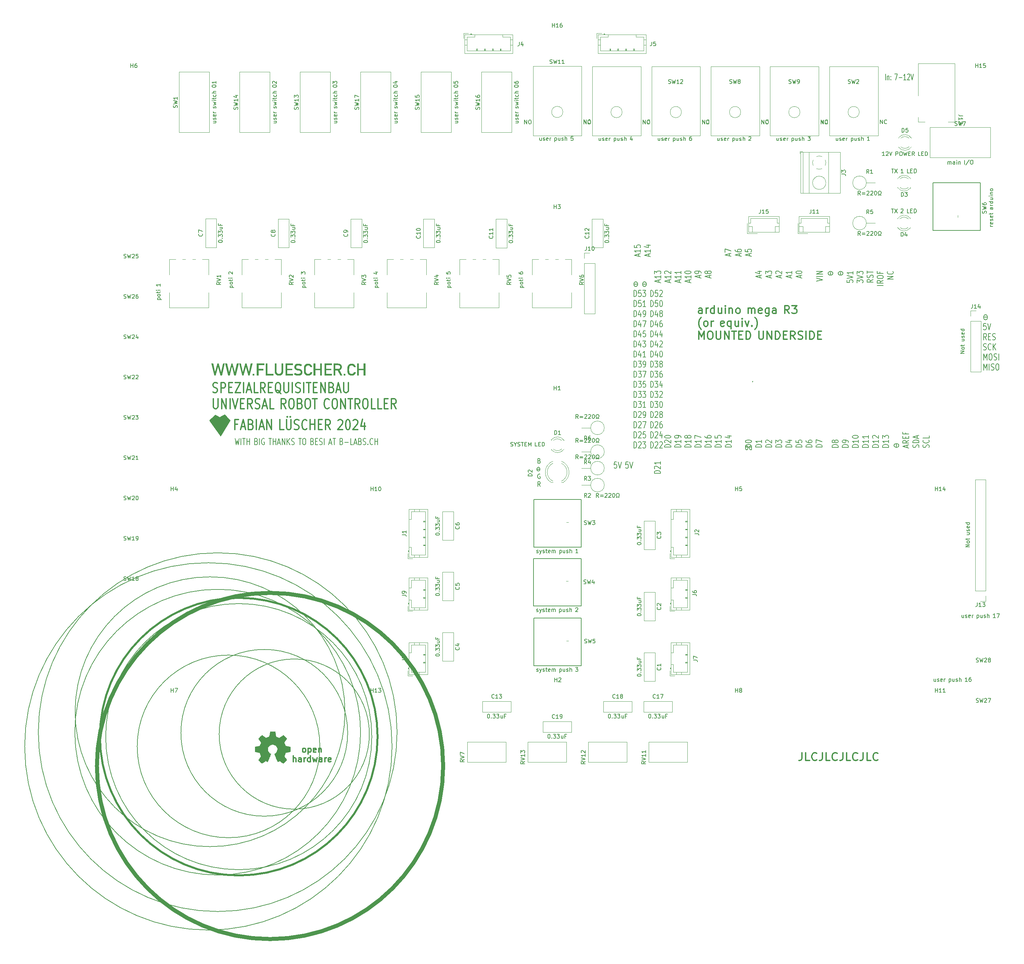
<source format=gbr>
%TF.GenerationSoftware,KiCad,Pcbnew,(7.0.0-0)*%
%TF.CreationDate,2024-04-13T23:50:15+02:00*%
%TF.ProjectId,universalRobotTx,756e6976-6572-4736-916c-526f626f7454,rev?*%
%TF.SameCoordinates,Original*%
%TF.FileFunction,Legend,Top*%
%TF.FilePolarity,Positive*%
%FSLAX46Y46*%
G04 Gerber Fmt 4.6, Leading zero omitted, Abs format (unit mm)*
G04 Created by KiCad (PCBNEW (7.0.0-0)) date 2024-04-13 23:50:15*
%MOMM*%
%LPD*%
G01*
G04 APERTURE LIST*
%ADD10C,0.150000*%
%ADD11C,0.500000*%
%ADD12C,1.000000*%
%ADD13C,0.300000*%
%ADD14C,0.200000*%
%ADD15C,0.120000*%
%ADD16C,0.050000*%
%ADD17C,0.010000*%
G04 APERTURE END LIST*
D10*
X-186806040Y-172548051D02*
G75*
G03*
X-186806040Y-172548051I-23014768J0D01*
G01*
X-167343362Y-168960687D02*
G75*
G03*
X-167343362Y-168960687I-45207642J0D01*
G01*
X-174323628Y-169443181D02*
G75*
G03*
X-174323628Y-169443181I-18927608J0D01*
G01*
X-179795759Y-169121518D02*
G75*
G03*
X-179795759Y-169121518I-21014553J0D01*
G01*
G36*
X-209408133Y-90400421D02*
G01*
X-211776528Y-94279689D01*
X-214597621Y-90400914D01*
X-214594879Y-90398173D01*
X-214594102Y-90400421D01*
X-213181737Y-89070383D01*
X-212075886Y-89674915D01*
X-210793100Y-88981915D01*
X-209408133Y-90400421D01*
G37*
X-209408133Y-90400421D02*
X-211776528Y-94279689D01*
X-214597621Y-90400914D01*
X-214594879Y-90398173D01*
X-214594102Y-90400421D01*
X-213181737Y-89070383D01*
X-212075886Y-89674915D01*
X-210793100Y-88981915D01*
X-209408133Y-90400421D01*
X-173710414Y-170086507D02*
G75*
G03*
X-173710414Y-170086507I-33533154J0D01*
G01*
X-168608561Y-172548051D02*
G75*
G03*
X-168608561Y-172548051I-46292247J0D01*
G01*
D11*
X-172259874Y-170086507D02*
G75*
G03*
X-172259874Y-170086507I-34983694J0D01*
G01*
D10*
X-180477024Y-163814082D02*
G75*
G03*
X-180477024Y-163814082I-34003957J0D01*
G01*
X-176543085Y-168960687D02*
G75*
G03*
X-176543085Y-168960687I-36007919J0D01*
G01*
D12*
X-155732440Y-177484751D02*
G75*
G03*
X-155732440Y-177484751I-43630389J0D01*
G01*
D13*
X-65295802Y-174109449D02*
X-65295802Y-175538021D01*
X-65295802Y-175538021D02*
X-65391041Y-175823735D01*
X-65391041Y-175823735D02*
X-65581517Y-176014211D01*
X-65581517Y-176014211D02*
X-65867231Y-176109449D01*
X-65867231Y-176109449D02*
X-66057707Y-176109449D01*
X-63391040Y-176109449D02*
X-64343421Y-176109449D01*
X-64343421Y-176109449D02*
X-64343421Y-174109449D01*
X-61581516Y-175918973D02*
X-61676754Y-176014211D01*
X-61676754Y-176014211D02*
X-61962468Y-176109449D01*
X-61962468Y-176109449D02*
X-62152944Y-176109449D01*
X-62152944Y-176109449D02*
X-62438659Y-176014211D01*
X-62438659Y-176014211D02*
X-62629135Y-175823735D01*
X-62629135Y-175823735D02*
X-62724373Y-175633259D01*
X-62724373Y-175633259D02*
X-62819611Y-175252307D01*
X-62819611Y-175252307D02*
X-62819611Y-174966592D01*
X-62819611Y-174966592D02*
X-62724373Y-174585640D01*
X-62724373Y-174585640D02*
X-62629135Y-174395164D01*
X-62629135Y-174395164D02*
X-62438659Y-174204688D01*
X-62438659Y-174204688D02*
X-62152944Y-174109449D01*
X-62152944Y-174109449D02*
X-61962468Y-174109449D01*
X-61962468Y-174109449D02*
X-61676754Y-174204688D01*
X-61676754Y-174204688D02*
X-61581516Y-174299926D01*
X-60152944Y-174109449D02*
X-60152944Y-175538021D01*
X-60152944Y-175538021D02*
X-60248183Y-175823735D01*
X-60248183Y-175823735D02*
X-60438659Y-176014211D01*
X-60438659Y-176014211D02*
X-60724373Y-176109449D01*
X-60724373Y-176109449D02*
X-60914849Y-176109449D01*
X-58248182Y-176109449D02*
X-59200563Y-176109449D01*
X-59200563Y-176109449D02*
X-59200563Y-174109449D01*
X-56438658Y-175918973D02*
X-56533896Y-176014211D01*
X-56533896Y-176014211D02*
X-56819610Y-176109449D01*
X-56819610Y-176109449D02*
X-57010086Y-176109449D01*
X-57010086Y-176109449D02*
X-57295801Y-176014211D01*
X-57295801Y-176014211D02*
X-57486277Y-175823735D01*
X-57486277Y-175823735D02*
X-57581515Y-175633259D01*
X-57581515Y-175633259D02*
X-57676753Y-175252307D01*
X-57676753Y-175252307D02*
X-57676753Y-174966592D01*
X-57676753Y-174966592D02*
X-57581515Y-174585640D01*
X-57581515Y-174585640D02*
X-57486277Y-174395164D01*
X-57486277Y-174395164D02*
X-57295801Y-174204688D01*
X-57295801Y-174204688D02*
X-57010086Y-174109449D01*
X-57010086Y-174109449D02*
X-56819610Y-174109449D01*
X-56819610Y-174109449D02*
X-56533896Y-174204688D01*
X-56533896Y-174204688D02*
X-56438658Y-174299926D01*
X-55010086Y-174109449D02*
X-55010086Y-175538021D01*
X-55010086Y-175538021D02*
X-55105325Y-175823735D01*
X-55105325Y-175823735D02*
X-55295801Y-176014211D01*
X-55295801Y-176014211D02*
X-55581515Y-176109449D01*
X-55581515Y-176109449D02*
X-55771991Y-176109449D01*
X-53105324Y-176109449D02*
X-54057705Y-176109449D01*
X-54057705Y-176109449D02*
X-54057705Y-174109449D01*
X-51295800Y-175918973D02*
X-51391038Y-176014211D01*
X-51391038Y-176014211D02*
X-51676752Y-176109449D01*
X-51676752Y-176109449D02*
X-51867228Y-176109449D01*
X-51867228Y-176109449D02*
X-52152943Y-176014211D01*
X-52152943Y-176014211D02*
X-52343419Y-175823735D01*
X-52343419Y-175823735D02*
X-52438657Y-175633259D01*
X-52438657Y-175633259D02*
X-52533895Y-175252307D01*
X-52533895Y-175252307D02*
X-52533895Y-174966592D01*
X-52533895Y-174966592D02*
X-52438657Y-174585640D01*
X-52438657Y-174585640D02*
X-52343419Y-174395164D01*
X-52343419Y-174395164D02*
X-52152943Y-174204688D01*
X-52152943Y-174204688D02*
X-51867228Y-174109449D01*
X-51867228Y-174109449D02*
X-51676752Y-174109449D01*
X-51676752Y-174109449D02*
X-51391038Y-174204688D01*
X-51391038Y-174204688D02*
X-51295800Y-174299926D01*
X-49867228Y-174109449D02*
X-49867228Y-175538021D01*
X-49867228Y-175538021D02*
X-49962467Y-175823735D01*
X-49962467Y-175823735D02*
X-50152943Y-176014211D01*
X-50152943Y-176014211D02*
X-50438657Y-176109449D01*
X-50438657Y-176109449D02*
X-50629133Y-176109449D01*
X-47962466Y-176109449D02*
X-48914847Y-176109449D01*
X-48914847Y-176109449D02*
X-48914847Y-174109449D01*
X-46152942Y-175918973D02*
X-46248180Y-176014211D01*
X-46248180Y-176014211D02*
X-46533894Y-176109449D01*
X-46533894Y-176109449D02*
X-46724370Y-176109449D01*
X-46724370Y-176109449D02*
X-47010085Y-176014211D01*
X-47010085Y-176014211D02*
X-47200561Y-175823735D01*
X-47200561Y-175823735D02*
X-47295799Y-175633259D01*
X-47295799Y-175633259D02*
X-47391037Y-175252307D01*
X-47391037Y-175252307D02*
X-47391037Y-174966592D01*
X-47391037Y-174966592D02*
X-47295799Y-174585640D01*
X-47295799Y-174585640D02*
X-47200561Y-174395164D01*
X-47200561Y-174395164D02*
X-47010085Y-174204688D01*
X-47010085Y-174204688D02*
X-46724370Y-174109449D01*
X-46724370Y-174109449D02*
X-46533894Y-174109449D01*
X-46533894Y-174109449D02*
X-46248180Y-174204688D01*
X-46248180Y-174204688D02*
X-46152942Y-174299926D01*
D10*
X-24385681Y-73468560D02*
X-25385681Y-73468560D01*
X-25385681Y-73468560D02*
X-24385681Y-72897132D01*
X-24385681Y-72897132D02*
X-25385681Y-72897132D01*
X-24385681Y-72278084D02*
X-24433300Y-72373322D01*
X-24433300Y-72373322D02*
X-24480919Y-72420941D01*
X-24480919Y-72420941D02*
X-24576157Y-72468560D01*
X-24576157Y-72468560D02*
X-24861871Y-72468560D01*
X-24861871Y-72468560D02*
X-24957109Y-72420941D01*
X-24957109Y-72420941D02*
X-25004728Y-72373322D01*
X-25004728Y-72373322D02*
X-25052347Y-72278084D01*
X-25052347Y-72278084D02*
X-25052347Y-72135227D01*
X-25052347Y-72135227D02*
X-25004728Y-72039989D01*
X-25004728Y-72039989D02*
X-24957109Y-71992370D01*
X-24957109Y-71992370D02*
X-24861871Y-71944751D01*
X-24861871Y-71944751D02*
X-24576157Y-71944751D01*
X-24576157Y-71944751D02*
X-24480919Y-71992370D01*
X-24480919Y-71992370D02*
X-24433300Y-72039989D01*
X-24433300Y-72039989D02*
X-24385681Y-72135227D01*
X-24385681Y-72135227D02*
X-24385681Y-72278084D01*
X-25052347Y-71659036D02*
X-25052347Y-71278084D01*
X-25385681Y-71516179D02*
X-24528538Y-71516179D01*
X-24528538Y-71516179D02*
X-24433300Y-71468560D01*
X-24433300Y-71468560D02*
X-24385681Y-71373322D01*
X-24385681Y-71373322D02*
X-24385681Y-71278084D01*
X-25052347Y-69916179D02*
X-24385681Y-69916179D01*
X-25052347Y-70344750D02*
X-24528538Y-70344750D01*
X-24528538Y-70344750D02*
X-24433300Y-70297131D01*
X-24433300Y-70297131D02*
X-24385681Y-70201893D01*
X-24385681Y-70201893D02*
X-24385681Y-70059036D01*
X-24385681Y-70059036D02*
X-24433300Y-69963798D01*
X-24433300Y-69963798D02*
X-24480919Y-69916179D01*
X-24433300Y-69487607D02*
X-24385681Y-69392369D01*
X-24385681Y-69392369D02*
X-24385681Y-69201893D01*
X-24385681Y-69201893D02*
X-24433300Y-69106655D01*
X-24433300Y-69106655D02*
X-24528538Y-69059036D01*
X-24528538Y-69059036D02*
X-24576157Y-69059036D01*
X-24576157Y-69059036D02*
X-24671395Y-69106655D01*
X-24671395Y-69106655D02*
X-24719014Y-69201893D01*
X-24719014Y-69201893D02*
X-24719014Y-69344750D01*
X-24719014Y-69344750D02*
X-24766633Y-69439988D01*
X-24766633Y-69439988D02*
X-24861871Y-69487607D01*
X-24861871Y-69487607D02*
X-24909490Y-69487607D01*
X-24909490Y-69487607D02*
X-25004728Y-69439988D01*
X-25004728Y-69439988D02*
X-25052347Y-69344750D01*
X-25052347Y-69344750D02*
X-25052347Y-69201893D01*
X-25052347Y-69201893D02*
X-25004728Y-69106655D01*
X-24433300Y-68249512D02*
X-24385681Y-68344750D01*
X-24385681Y-68344750D02*
X-24385681Y-68535226D01*
X-24385681Y-68535226D02*
X-24433300Y-68630464D01*
X-24433300Y-68630464D02*
X-24528538Y-68678083D01*
X-24528538Y-68678083D02*
X-24909490Y-68678083D01*
X-24909490Y-68678083D02*
X-25004728Y-68630464D01*
X-25004728Y-68630464D02*
X-25052347Y-68535226D01*
X-25052347Y-68535226D02*
X-25052347Y-68344750D01*
X-25052347Y-68344750D02*
X-25004728Y-68249512D01*
X-25004728Y-68249512D02*
X-24909490Y-68201893D01*
X-24909490Y-68201893D02*
X-24814252Y-68201893D01*
X-24814252Y-68201893D02*
X-24719014Y-68678083D01*
X-24385681Y-67344750D02*
X-25385681Y-67344750D01*
X-24433300Y-67344750D02*
X-24385681Y-67439988D01*
X-24385681Y-67439988D02*
X-24385681Y-67630464D01*
X-24385681Y-67630464D02*
X-24433300Y-67725702D01*
X-24433300Y-67725702D02*
X-24480919Y-67773321D01*
X-24480919Y-67773321D02*
X-24576157Y-67820940D01*
X-24576157Y-67820940D02*
X-24861871Y-67820940D01*
X-24861871Y-67820940D02*
X-24957109Y-67773321D01*
X-24957109Y-67773321D02*
X-25004728Y-67725702D01*
X-25004728Y-67725702D02*
X-25052347Y-67630464D01*
X-25052347Y-67630464D02*
X-25052347Y-67439988D01*
X-25052347Y-67439988D02*
X-25004728Y-67344750D01*
D13*
G36*
X-213397761Y-79060155D02*
G01*
X-213020406Y-79060155D01*
X-212448145Y-76900071D01*
X-212440085Y-76900071D01*
X-211870022Y-79060155D01*
X-211490469Y-79060155D01*
X-210743819Y-76058898D01*
X-211221558Y-76058898D01*
X-211693435Y-78191871D01*
X-211701495Y-78191871D01*
X-212279618Y-76058898D01*
X-212607880Y-76058898D01*
X-213188934Y-78191871D01*
X-213196994Y-78191871D01*
X-213666673Y-76058898D01*
X-214144412Y-76058898D01*
X-213397761Y-79060155D01*
G37*
G36*
X-209904112Y-79060155D02*
G01*
X-209526757Y-79060155D01*
X-208954496Y-76900071D01*
X-208946436Y-76900071D01*
X-208376373Y-79060155D01*
X-207996819Y-79060155D01*
X-207250169Y-76058898D01*
X-207727908Y-76058898D01*
X-208199785Y-78191871D01*
X-208207845Y-78191871D01*
X-208785968Y-76058898D01*
X-209114230Y-76058898D01*
X-209695284Y-78191871D01*
X-209703344Y-78191871D01*
X-210173023Y-76058898D01*
X-210650762Y-76058898D01*
X-209904112Y-79060155D01*
G37*
G36*
X-206410462Y-79060155D02*
G01*
X-206033107Y-79060155D01*
X-205460846Y-76900071D01*
X-205452786Y-76900071D01*
X-204882723Y-79060155D01*
X-204503170Y-79060155D01*
X-203756519Y-76058898D01*
X-204234258Y-76058898D01*
X-204706136Y-78191871D01*
X-204714196Y-78191871D01*
X-205292318Y-76058898D01*
X-205620581Y-76058898D01*
X-206201634Y-78191871D01*
X-206209694Y-78191871D01*
X-206679373Y-76058898D01*
X-207157113Y-76058898D01*
X-206410462Y-79060155D01*
G37*
G36*
X-203731607Y-79060155D02*
G01*
X-203302960Y-79060155D01*
X-203302960Y-78642499D01*
X-203731607Y-78642499D01*
X-203731607Y-79060155D01*
G37*
G36*
X-202699925Y-79060155D02*
G01*
X-202246366Y-79060155D01*
X-202246366Y-77789603D01*
X-201003658Y-77789603D01*
X-201003658Y-77376344D01*
X-202246366Y-77376344D01*
X-202246366Y-76476554D01*
X-200790434Y-76476554D01*
X-200790434Y-76058898D01*
X-202699925Y-76058898D01*
X-202699925Y-79060155D01*
G37*
G36*
X-200446052Y-79060155D02*
G01*
X-198536561Y-79060155D01*
X-198536561Y-78642499D01*
X-199992493Y-78642499D01*
X-199992493Y-76058898D01*
X-200446052Y-76058898D01*
X-200446052Y-79060155D01*
G37*
G36*
X-198165801Y-78054118D02*
G01*
X-198165230Y-78083830D01*
X-198164069Y-78113157D01*
X-198159973Y-78170656D01*
X-198153513Y-78226616D01*
X-198144689Y-78281035D01*
X-198133500Y-78333915D01*
X-198119948Y-78385254D01*
X-198104031Y-78435054D01*
X-198085750Y-78483314D01*
X-198065105Y-78530034D01*
X-198042095Y-78575214D01*
X-198016722Y-78618854D01*
X-197988984Y-78660955D01*
X-197958882Y-78701515D01*
X-197926416Y-78740536D01*
X-197891585Y-78778017D01*
X-197854391Y-78813958D01*
X-197816080Y-78848934D01*
X-197776619Y-78881689D01*
X-197736007Y-78912223D01*
X-197694244Y-78940537D01*
X-197651331Y-78966629D01*
X-197607267Y-78990499D01*
X-197562052Y-79012149D01*
X-197515687Y-79031578D01*
X-197468171Y-79048786D01*
X-197419505Y-79063772D01*
X-197369688Y-79076538D01*
X-197318721Y-79087082D01*
X-197266602Y-79095406D01*
X-197213334Y-79101508D01*
X-197158914Y-79105389D01*
X-197103344Y-79107049D01*
X-197046807Y-79105392D01*
X-196991500Y-79101519D01*
X-196937424Y-79095431D01*
X-196884579Y-79087128D01*
X-196832964Y-79076609D01*
X-196782581Y-79063875D01*
X-196733428Y-79048926D01*
X-196685506Y-79031761D01*
X-196638814Y-79012381D01*
X-196593354Y-78990786D01*
X-196549124Y-78966975D01*
X-196506125Y-78940949D01*
X-196464356Y-78912707D01*
X-196423819Y-78882250D01*
X-196384512Y-78849578D01*
X-196346436Y-78814690D01*
X-196310380Y-78778933D01*
X-196276586Y-78741635D01*
X-196245053Y-78702798D01*
X-196215781Y-78662420D01*
X-196188770Y-78620503D01*
X-196164021Y-78577046D01*
X-196141532Y-78532049D01*
X-196121305Y-78485512D01*
X-196103339Y-78437435D01*
X-196087634Y-78387819D01*
X-196074190Y-78336662D01*
X-196063007Y-78283966D01*
X-196054085Y-78229730D01*
X-196047425Y-78173954D01*
X-196043026Y-78116638D01*
X-196040888Y-78057782D01*
X-196040888Y-76058898D01*
X-196494447Y-76058898D01*
X-196494447Y-78003560D01*
X-196495635Y-78041459D01*
X-196498099Y-78078218D01*
X-196501840Y-78113838D01*
X-196506857Y-78148320D01*
X-196513151Y-78181662D01*
X-196520722Y-78213864D01*
X-196529569Y-78244928D01*
X-196539693Y-78274853D01*
X-196551093Y-78303638D01*
X-196563770Y-78331284D01*
X-196577723Y-78357791D01*
X-196592953Y-78383159D01*
X-196609459Y-78407388D01*
X-196636613Y-78441595D01*
X-196666638Y-78473239D01*
X-196688523Y-78493735D01*
X-196711128Y-78512909D01*
X-196734455Y-78530761D01*
X-196770798Y-78555059D01*
X-196808764Y-78576382D01*
X-196848353Y-78594729D01*
X-196889565Y-78610102D01*
X-196917941Y-78618697D01*
X-196947038Y-78625970D01*
X-196976857Y-78631920D01*
X-197007397Y-78636549D01*
X-197038658Y-78639855D01*
X-197070640Y-78641838D01*
X-197103344Y-78642499D01*
X-197136031Y-78641838D01*
X-197167962Y-78639855D01*
X-197199137Y-78636549D01*
X-197229557Y-78631920D01*
X-197259221Y-78625970D01*
X-197288129Y-78618697D01*
X-197316282Y-78610102D01*
X-197357094Y-78594729D01*
X-197396207Y-78576382D01*
X-197433619Y-78555059D01*
X-197469331Y-78530761D01*
X-197503342Y-78503488D01*
X-197525072Y-78483652D01*
X-197535654Y-78473239D01*
X-197556522Y-78452428D01*
X-197576080Y-78430477D01*
X-197594327Y-78407388D01*
X-197611262Y-78383159D01*
X-197626887Y-78357791D01*
X-197641201Y-78331284D01*
X-197654204Y-78303638D01*
X-197665897Y-78274853D01*
X-197676278Y-78244928D01*
X-197685348Y-78213864D01*
X-197693108Y-78181662D01*
X-197699556Y-78148320D01*
X-197704694Y-78113838D01*
X-197708521Y-78078218D01*
X-197711037Y-78041459D01*
X-197712242Y-78003560D01*
X-197712242Y-76058898D01*
X-198165801Y-76058898D01*
X-198165801Y-78054118D01*
G37*
G36*
X-195466429Y-79060155D02*
G01*
X-193556938Y-79060155D01*
X-193556938Y-78642499D01*
X-195012870Y-78642499D01*
X-195012870Y-77742709D01*
X-193770162Y-77742709D01*
X-193770162Y-77329450D01*
X-195012870Y-77329450D01*
X-195012870Y-76476554D01*
X-193556938Y-76476554D01*
X-193556938Y-76058898D01*
X-195466429Y-76058898D01*
X-195466429Y-79060155D01*
G37*
G36*
X-193093854Y-78347210D02*
G01*
X-193390609Y-78686463D01*
X-193360568Y-78712339D01*
X-193330161Y-78737393D01*
X-193299390Y-78761626D01*
X-193268254Y-78785038D01*
X-193236754Y-78807628D01*
X-193204888Y-78829397D01*
X-193172657Y-78850344D01*
X-193140061Y-78870469D01*
X-193107101Y-78889774D01*
X-193073775Y-78908256D01*
X-193040085Y-78925918D01*
X-193006029Y-78942758D01*
X-192971609Y-78958776D01*
X-192936824Y-78973973D01*
X-192901673Y-78988349D01*
X-192866158Y-79001903D01*
X-192830278Y-79014635D01*
X-192794033Y-79026546D01*
X-192757423Y-79037636D01*
X-192720448Y-79047904D01*
X-192683108Y-79057351D01*
X-192645404Y-79065976D01*
X-192607334Y-79073780D01*
X-192568899Y-79080762D01*
X-192530100Y-79086923D01*
X-192490935Y-79092263D01*
X-192451406Y-79096781D01*
X-192411512Y-79100477D01*
X-192371252Y-79103353D01*
X-192330628Y-79105406D01*
X-192289639Y-79106638D01*
X-192248285Y-79107049D01*
X-192185061Y-79105446D01*
X-192123798Y-79102195D01*
X-192064498Y-79097295D01*
X-192007160Y-79090746D01*
X-191951784Y-79082549D01*
X-191898370Y-79072702D01*
X-191846918Y-79061208D01*
X-191797428Y-79048064D01*
X-191749900Y-79033273D01*
X-191704334Y-79016832D01*
X-191660730Y-78998743D01*
X-191619089Y-78979005D01*
X-191579409Y-78957618D01*
X-191541691Y-78934583D01*
X-191505936Y-78909899D01*
X-191472142Y-78883567D01*
X-191440311Y-78855586D01*
X-191410441Y-78825956D01*
X-191382534Y-78794678D01*
X-191356589Y-78761751D01*
X-191332605Y-78727175D01*
X-191310584Y-78690951D01*
X-191290525Y-78653078D01*
X-191272428Y-78613556D01*
X-191256293Y-78572386D01*
X-191242120Y-78529567D01*
X-191229909Y-78485100D01*
X-191219660Y-78438984D01*
X-191211373Y-78391219D01*
X-191205048Y-78341806D01*
X-191200686Y-78290744D01*
X-191198285Y-78238033D01*
X-191199063Y-78198678D01*
X-191201399Y-78159929D01*
X-191205292Y-78121787D01*
X-191210741Y-78084252D01*
X-191217748Y-78047323D01*
X-191226312Y-78011002D01*
X-191236433Y-77975287D01*
X-191248110Y-77940179D01*
X-191261345Y-77905678D01*
X-191276137Y-77871783D01*
X-191292486Y-77838496D01*
X-191310392Y-77805815D01*
X-191329855Y-77773741D01*
X-191350876Y-77742274D01*
X-191373453Y-77711413D01*
X-191397587Y-77681159D01*
X-191423542Y-77651389D01*
X-191451214Y-77623079D01*
X-191480603Y-77596229D01*
X-191511710Y-77570838D01*
X-191544533Y-77546907D01*
X-191579075Y-77524436D01*
X-191615333Y-77503424D01*
X-191653309Y-77483872D01*
X-191693003Y-77465780D01*
X-191734413Y-77449148D01*
X-191777541Y-77433975D01*
X-191822386Y-77420262D01*
X-191868949Y-77408009D01*
X-191917229Y-77397216D01*
X-191967226Y-77387882D01*
X-192018941Y-77380008D01*
X-192058128Y-77374989D01*
X-192095731Y-77370099D01*
X-192131750Y-77365338D01*
X-192166185Y-77360705D01*
X-192199035Y-77356201D01*
X-192230302Y-77351827D01*
X-192259983Y-77347580D01*
X-192297095Y-77342119D01*
X-192331390Y-77336887D01*
X-192355263Y-77333113D01*
X-192395822Y-77324840D01*
X-192434243Y-77315408D01*
X-192470526Y-77304816D01*
X-192504671Y-77293065D01*
X-192536678Y-77280155D01*
X-192566547Y-77266086D01*
X-192594277Y-77250857D01*
X-192619870Y-77234470D01*
X-192650667Y-77210816D01*
X-192677664Y-77185102D01*
X-192701191Y-77158690D01*
X-192721582Y-77131476D01*
X-192738835Y-77103460D01*
X-192752952Y-77074643D01*
X-192763931Y-77045025D01*
X-192771774Y-77014605D01*
X-192776479Y-76983384D01*
X-192778048Y-76951362D01*
X-192775987Y-76912041D01*
X-192771453Y-76874588D01*
X-192764446Y-76839003D01*
X-192754967Y-76805285D01*
X-192743014Y-76773435D01*
X-192728588Y-76743453D01*
X-192711690Y-76715338D01*
X-192692318Y-76689091D01*
X-192670474Y-76664711D01*
X-192646156Y-76642199D01*
X-192628571Y-76628228D01*
X-192601725Y-76609503D01*
X-192573668Y-76592620D01*
X-192544400Y-76577578D01*
X-192513922Y-76564378D01*
X-192482233Y-76553020D01*
X-192449333Y-76543504D01*
X-192415222Y-76535830D01*
X-192379901Y-76529997D01*
X-192343369Y-76526006D01*
X-192305627Y-76523858D01*
X-192279792Y-76523448D01*
X-192229500Y-76525286D01*
X-192179740Y-76528783D01*
X-192130513Y-76533941D01*
X-192081818Y-76540759D01*
X-192033656Y-76549237D01*
X-191986025Y-76559375D01*
X-191938927Y-76571173D01*
X-191892362Y-76584631D01*
X-191846329Y-76599749D01*
X-191800828Y-76616528D01*
X-191755860Y-76634966D01*
X-191711424Y-76655065D01*
X-191667520Y-76676823D01*
X-191624149Y-76700242D01*
X-191581310Y-76725321D01*
X-191539004Y-76752060D01*
X-191286945Y-76373239D01*
X-191312870Y-76354654D01*
X-191339078Y-76336634D01*
X-191365569Y-76319179D01*
X-191392343Y-76302290D01*
X-191419401Y-76285966D01*
X-191446743Y-76270208D01*
X-191474368Y-76255014D01*
X-191502276Y-76240386D01*
X-191530467Y-76226323D01*
X-191558942Y-76212826D01*
X-191587700Y-76199894D01*
X-191616742Y-76187527D01*
X-191646066Y-76175725D01*
X-191675675Y-76164489D01*
X-191705566Y-76153818D01*
X-191735741Y-76143712D01*
X-191766200Y-76134171D01*
X-191796941Y-76125196D01*
X-191827966Y-76116786D01*
X-191859275Y-76108941D01*
X-191890866Y-76101662D01*
X-191922742Y-76094948D01*
X-191954900Y-76088799D01*
X-191987342Y-76083216D01*
X-192020067Y-76078198D01*
X-192053076Y-76073745D01*
X-192086368Y-76069857D01*
X-192119943Y-76066535D01*
X-192153802Y-76063778D01*
X-192187944Y-76061586D01*
X-192222369Y-76059960D01*
X-192257078Y-76058898D01*
X-192314142Y-76060358D01*
X-192369563Y-76063638D01*
X-192423341Y-76068739D01*
X-192475477Y-76075660D01*
X-192525969Y-76084401D01*
X-192574818Y-76094962D01*
X-192622025Y-76107344D01*
X-192667589Y-76121547D01*
X-192711510Y-76137569D01*
X-192753787Y-76155412D01*
X-192794422Y-76175076D01*
X-192833414Y-76196560D01*
X-192870764Y-76219864D01*
X-192906470Y-76244989D01*
X-192940533Y-76271933D01*
X-192972953Y-76300699D01*
X-193004452Y-76331242D01*
X-193033919Y-76362969D01*
X-193061353Y-76395882D01*
X-193086755Y-76429980D01*
X-193110125Y-76465262D01*
X-193131463Y-76501730D01*
X-193150769Y-76539382D01*
X-193168042Y-76578220D01*
X-193183284Y-76618242D01*
X-193196493Y-76659450D01*
X-193207670Y-76701842D01*
X-193216815Y-76745419D01*
X-193223927Y-76790182D01*
X-193229008Y-76836129D01*
X-193232056Y-76883261D01*
X-193233072Y-76931578D01*
X-193232262Y-76971950D01*
X-193229832Y-77011549D01*
X-193225782Y-77050375D01*
X-193220112Y-77088428D01*
X-193212822Y-77125708D01*
X-193203912Y-77162216D01*
X-193193382Y-77197951D01*
X-193181231Y-77232913D01*
X-193167461Y-77267102D01*
X-193152071Y-77300518D01*
X-193135061Y-77333162D01*
X-193116431Y-77365033D01*
X-193096181Y-77396131D01*
X-193074310Y-77426456D01*
X-193050820Y-77456009D01*
X-193025710Y-77484788D01*
X-192999893Y-77511833D01*
X-192972633Y-77537648D01*
X-192943930Y-77562231D01*
X-192913786Y-77585584D01*
X-192882198Y-77607706D01*
X-192849168Y-77628598D01*
X-192814695Y-77648258D01*
X-192778780Y-77666688D01*
X-192741423Y-77683887D01*
X-192702622Y-77699855D01*
X-192662380Y-77714593D01*
X-192620694Y-77728100D01*
X-192577566Y-77740376D01*
X-192532996Y-77751421D01*
X-192486983Y-77761236D01*
X-192439527Y-77769820D01*
X-192399444Y-77775532D01*
X-192359980Y-77781128D01*
X-192321134Y-77786609D01*
X-192282906Y-77791973D01*
X-192245297Y-77797222D01*
X-192208305Y-77802354D01*
X-192171932Y-77807371D01*
X-192136177Y-77812272D01*
X-192101041Y-77817057D01*
X-192066522Y-77821726D01*
X-192043854Y-77824774D01*
X-191996135Y-77834328D01*
X-191951530Y-77845955D01*
X-191910039Y-77859653D01*
X-191871662Y-77875424D01*
X-191836400Y-77893267D01*
X-191804251Y-77913182D01*
X-191775217Y-77935170D01*
X-191749297Y-77959230D01*
X-191726491Y-77985362D01*
X-191706798Y-78013566D01*
X-191690220Y-78043843D01*
X-191676757Y-78076192D01*
X-191666407Y-78110613D01*
X-191659171Y-78147106D01*
X-191655050Y-78185672D01*
X-191654042Y-78226309D01*
X-191657294Y-78275763D01*
X-191665033Y-78322091D01*
X-191677260Y-78365293D01*
X-191693976Y-78405370D01*
X-191715179Y-78442321D01*
X-191740870Y-78476147D01*
X-191771050Y-78506847D01*
X-191805717Y-78534422D01*
X-191844872Y-78558871D01*
X-191888515Y-78580194D01*
X-191936646Y-78598392D01*
X-191989265Y-78613465D01*
X-192046372Y-78625412D01*
X-192076609Y-78630213D01*
X-192107967Y-78634233D01*
X-192140448Y-78637472D01*
X-192174050Y-78639929D01*
X-192208775Y-78641605D01*
X-192244621Y-78642499D01*
X-192275263Y-78641945D01*
X-192305641Y-78640831D01*
X-192335754Y-78639157D01*
X-192365602Y-78636924D01*
X-192395185Y-78634131D01*
X-192424503Y-78630778D01*
X-192453557Y-78626866D01*
X-192510870Y-78617364D01*
X-192567124Y-78605623D01*
X-192622319Y-78591644D01*
X-192676455Y-78575427D01*
X-192729532Y-78556971D01*
X-192781550Y-78536277D01*
X-192832509Y-78513345D01*
X-192882409Y-78488175D01*
X-192931250Y-78460766D01*
X-192979032Y-78431119D01*
X-193025755Y-78399234D01*
X-193071419Y-78365111D01*
X-193093854Y-78347210D01*
G37*
G36*
X-189185480Y-78237300D02*
G01*
X-189209860Y-78286367D01*
X-189235740Y-78332269D01*
X-189263120Y-78375005D01*
X-189292000Y-78414575D01*
X-189322380Y-78450979D01*
X-189354259Y-78484218D01*
X-189387638Y-78514292D01*
X-189422517Y-78541200D01*
X-189458896Y-78564942D01*
X-189496775Y-78585518D01*
X-189536153Y-78602929D01*
X-189577031Y-78617174D01*
X-189619409Y-78628254D01*
X-189663287Y-78636168D01*
X-189708665Y-78640916D01*
X-189755542Y-78642499D01*
X-189785100Y-78641907D01*
X-189823288Y-78639274D01*
X-189860079Y-78634534D01*
X-189895473Y-78627687D01*
X-189929470Y-78618734D01*
X-189962071Y-78607675D01*
X-189993275Y-78594508D01*
X-190023082Y-78579236D01*
X-190030316Y-78575088D01*
X-190058915Y-78560262D01*
X-190086095Y-78544359D01*
X-190111855Y-78527381D01*
X-190136195Y-78509326D01*
X-190159116Y-78490195D01*
X-190180617Y-78469987D01*
X-190205496Y-78443215D01*
X-190219360Y-78426344D01*
X-190240414Y-78401592D01*
X-190259614Y-78374962D01*
X-190276959Y-78346454D01*
X-190292449Y-78316069D01*
X-190306085Y-78283806D01*
X-190317866Y-78249665D01*
X-190327792Y-78213647D01*
X-190335863Y-78175751D01*
X-190341756Y-78144270D01*
X-190347069Y-78107805D01*
X-190351802Y-78066355D01*
X-190354636Y-78035952D01*
X-190357212Y-78003335D01*
X-190359530Y-77968501D01*
X-190361591Y-77931453D01*
X-190363394Y-77892189D01*
X-190364940Y-77850709D01*
X-190366228Y-77807015D01*
X-190367258Y-77761105D01*
X-190368031Y-77712979D01*
X-190368546Y-77662639D01*
X-190368804Y-77610083D01*
X-190368836Y-77582974D01*
X-190368707Y-77529293D01*
X-190368321Y-77477793D01*
X-190367677Y-77428474D01*
X-190366775Y-77381336D01*
X-190365616Y-77336379D01*
X-190364199Y-77293603D01*
X-190362525Y-77253008D01*
X-190360593Y-77214594D01*
X-190358403Y-77178362D01*
X-190355956Y-77144310D01*
X-190353251Y-77112439D01*
X-190350289Y-77082749D01*
X-190345362Y-77042304D01*
X-190339856Y-77006766D01*
X-190335863Y-76985800D01*
X-190327792Y-76948935D01*
X-190317866Y-76913809D01*
X-190306085Y-76880424D01*
X-190292449Y-76848780D01*
X-190276959Y-76818875D01*
X-190259614Y-76790711D01*
X-190240414Y-76764287D01*
X-190219360Y-76739603D01*
X-190195811Y-76711714D01*
X-190175374Y-76690460D01*
X-190153518Y-76670144D01*
X-190130243Y-76650766D01*
X-190105548Y-76632328D01*
X-190079433Y-76614828D01*
X-190051898Y-76598267D01*
X-190030316Y-76586463D01*
X-190000858Y-76572656D01*
X-189970003Y-76560543D01*
X-189937751Y-76550124D01*
X-189904103Y-76541400D01*
X-189869058Y-76534371D01*
X-189832616Y-76529035D01*
X-189794778Y-76525395D01*
X-189765482Y-76523776D01*
X-189755542Y-76523448D01*
X-189715318Y-76525290D01*
X-189676253Y-76529167D01*
X-189638347Y-76535079D01*
X-189601601Y-76543026D01*
X-189566013Y-76553008D01*
X-189531585Y-76565025D01*
X-189498316Y-76579077D01*
X-189466206Y-76595164D01*
X-189435256Y-76613286D01*
X-189405464Y-76633443D01*
X-189386247Y-76648012D01*
X-189359830Y-76672113D01*
X-189334985Y-76697154D01*
X-189311711Y-76723135D01*
X-189290008Y-76750056D01*
X-189269876Y-76777918D01*
X-189251316Y-76806719D01*
X-189234328Y-76836461D01*
X-189218910Y-76867144D01*
X-189205064Y-76898766D01*
X-189192790Y-76931329D01*
X-189185480Y-76953560D01*
X-188705542Y-76953560D01*
X-188715303Y-76906682D01*
X-188726631Y-76860755D01*
X-188739528Y-76815778D01*
X-188753994Y-76771752D01*
X-188770028Y-76728675D01*
X-188787631Y-76686549D01*
X-188806802Y-76645373D01*
X-188827542Y-76605148D01*
X-188849850Y-76565872D01*
X-188873726Y-76527547D01*
X-188899172Y-76490172D01*
X-188926185Y-76453747D01*
X-188954767Y-76418273D01*
X-188984918Y-76383749D01*
X-189016637Y-76350175D01*
X-189049925Y-76317552D01*
X-189084623Y-76286745D01*
X-189120576Y-76257891D01*
X-189157782Y-76230989D01*
X-189196242Y-76206039D01*
X-189235955Y-76183041D01*
X-189276922Y-76161996D01*
X-189319142Y-76142902D01*
X-189362617Y-76125760D01*
X-189407345Y-76110570D01*
X-189453326Y-76097332D01*
X-189500561Y-76086047D01*
X-189549050Y-76076713D01*
X-189598793Y-76069331D01*
X-189649789Y-76063902D01*
X-189702039Y-76060424D01*
X-189755542Y-76058898D01*
X-189799143Y-76060072D01*
X-189841833Y-76062493D01*
X-189883612Y-76066163D01*
X-189924482Y-76071080D01*
X-189964442Y-76077245D01*
X-190003491Y-76084658D01*
X-190041630Y-76093319D01*
X-190078859Y-76103228D01*
X-190115178Y-76114385D01*
X-190150586Y-76126790D01*
X-190185084Y-76140443D01*
X-190218673Y-76155344D01*
X-190251351Y-76171492D01*
X-190283118Y-76188889D01*
X-190313976Y-76207534D01*
X-190343923Y-76227426D01*
X-190373450Y-76247934D01*
X-190401946Y-76268791D01*
X-190429412Y-76289997D01*
X-190455848Y-76311552D01*
X-190481253Y-76333457D01*
X-190505627Y-76355711D01*
X-190528972Y-76378314D01*
X-190551286Y-76401266D01*
X-190572569Y-76424567D01*
X-190592822Y-76448218D01*
X-190612045Y-76472217D01*
X-190630237Y-76496566D01*
X-190647399Y-76521264D01*
X-190663530Y-76546312D01*
X-190678631Y-76571708D01*
X-190692702Y-76597454D01*
X-190709017Y-76625813D01*
X-190724255Y-76656301D01*
X-190738418Y-76688919D01*
X-190751504Y-76723666D01*
X-190763514Y-76760543D01*
X-190771815Y-76789598D01*
X-190779510Y-76819851D01*
X-190786601Y-76851302D01*
X-190793086Y-76883951D01*
X-190798586Y-76920101D01*
X-190803545Y-76962330D01*
X-190806550Y-76993860D01*
X-190809315Y-77028092D01*
X-190811839Y-77065026D01*
X-190814123Y-77104662D01*
X-190816167Y-77147000D01*
X-190817970Y-77192040D01*
X-190819533Y-77239782D01*
X-190820855Y-77290226D01*
X-190821937Y-77343372D01*
X-190822779Y-77399219D01*
X-190823380Y-77457769D01*
X-190823590Y-77488057D01*
X-190823740Y-77519020D01*
X-190823831Y-77550659D01*
X-190823861Y-77582974D01*
X-190823831Y-77614797D01*
X-190823740Y-77645968D01*
X-190823590Y-77676489D01*
X-190823380Y-77706358D01*
X-190822779Y-77764144D01*
X-190821937Y-77819325D01*
X-190820855Y-77871901D01*
X-190819533Y-77921872D01*
X-190817970Y-77969239D01*
X-190816167Y-78014001D01*
X-190814123Y-78056159D01*
X-190811839Y-78095712D01*
X-190809315Y-78132660D01*
X-190806550Y-78167004D01*
X-190803545Y-78198743D01*
X-190800299Y-78227878D01*
X-190794979Y-78266696D01*
X-190793086Y-78278333D01*
X-190787834Y-78307753D01*
X-190780964Y-78340932D01*
X-190773477Y-78371793D01*
X-190765371Y-78400335D01*
X-190755133Y-78430703D01*
X-190752053Y-78438801D01*
X-190740197Y-78466044D01*
X-190727710Y-78493918D01*
X-190714592Y-78522424D01*
X-190700842Y-78551561D01*
X-190692702Y-78568494D01*
X-190678631Y-78594222D01*
X-190663530Y-78619567D01*
X-190647399Y-78644529D01*
X-190630237Y-78669106D01*
X-190612045Y-78693301D01*
X-190592822Y-78717112D01*
X-190572569Y-78740539D01*
X-190551286Y-78763583D01*
X-190528972Y-78786243D01*
X-190505627Y-78808519D01*
X-190481253Y-78830413D01*
X-190455848Y-78851922D01*
X-190429412Y-78873048D01*
X-190401946Y-78893791D01*
X-190373450Y-78914150D01*
X-190343923Y-78934125D01*
X-190313976Y-78954121D01*
X-190283118Y-78972891D01*
X-190251351Y-78990437D01*
X-190218673Y-79006757D01*
X-190185084Y-79021852D01*
X-190150586Y-79035723D01*
X-190115178Y-79048368D01*
X-190078859Y-79059788D01*
X-190041630Y-79069983D01*
X-190003491Y-79078954D01*
X-189964442Y-79086699D01*
X-189924482Y-79093219D01*
X-189883612Y-79098514D01*
X-189841833Y-79102584D01*
X-189799143Y-79105429D01*
X-189755542Y-79107049D01*
X-189707225Y-79106176D01*
X-189659727Y-79103557D01*
X-189613047Y-79099192D01*
X-189567185Y-79093081D01*
X-189522143Y-79085225D01*
X-189477918Y-79075622D01*
X-189434513Y-79064273D01*
X-189391926Y-79051179D01*
X-189350157Y-79036338D01*
X-189309208Y-79019751D01*
X-189269076Y-79001419D01*
X-189229764Y-78981340D01*
X-189191270Y-78959516D01*
X-189153594Y-78935946D01*
X-189116738Y-78910629D01*
X-189080699Y-78883567D01*
X-189046776Y-78854596D01*
X-189014250Y-78824101D01*
X-188983121Y-78792085D01*
X-188953388Y-78758545D01*
X-188925052Y-78723483D01*
X-188898113Y-78686898D01*
X-188872570Y-78648790D01*
X-188848424Y-78609160D01*
X-188825676Y-78568007D01*
X-188804323Y-78525331D01*
X-188784368Y-78481133D01*
X-188765809Y-78435412D01*
X-188748647Y-78388168D01*
X-188732882Y-78339401D01*
X-188718514Y-78289112D01*
X-188705542Y-78237300D01*
X-189185480Y-78237300D01*
G37*
G36*
X-186749157Y-79060155D02*
G01*
X-186295598Y-79060155D01*
X-186295598Y-76058898D01*
X-186749157Y-76058898D01*
X-186749157Y-77329450D01*
X-187931781Y-77329450D01*
X-187931781Y-76058898D01*
X-188385340Y-76058898D01*
X-188385340Y-79060155D01*
X-187931781Y-79060155D01*
X-187931781Y-77742709D01*
X-186749157Y-77742709D01*
X-186749157Y-79060155D01*
G37*
G36*
X-185665452Y-79060155D02*
G01*
X-183755961Y-79060155D01*
X-183755961Y-78642499D01*
X-185211893Y-78642499D01*
X-185211893Y-77742709D01*
X-183969185Y-77742709D01*
X-183969185Y-77329450D01*
X-185211893Y-77329450D01*
X-185211893Y-76476554D01*
X-183755961Y-76476554D01*
X-183755961Y-76058898D01*
X-185665452Y-76058898D01*
X-185665452Y-79060155D01*
G37*
G36*
X-182116192Y-76059671D02*
G01*
X-182071178Y-76061990D01*
X-182027234Y-76065854D01*
X-181984361Y-76071263D01*
X-181942558Y-76078218D01*
X-181901826Y-76086719D01*
X-181862164Y-76096766D01*
X-181823573Y-76108358D01*
X-181786052Y-76121495D01*
X-181749601Y-76136178D01*
X-181714222Y-76152407D01*
X-181679912Y-76170182D01*
X-181646673Y-76189502D01*
X-181614505Y-76210367D01*
X-181583407Y-76232778D01*
X-181553379Y-76256735D01*
X-181518815Y-76285509D01*
X-181486380Y-76315777D01*
X-181456075Y-76347539D01*
X-181427899Y-76380795D01*
X-181401853Y-76415545D01*
X-181377936Y-76451790D01*
X-181356149Y-76489528D01*
X-181336491Y-76528761D01*
X-181318963Y-76569487D01*
X-181303564Y-76611708D01*
X-181290295Y-76655422D01*
X-181279155Y-76700631D01*
X-181270145Y-76747334D01*
X-181263264Y-76795531D01*
X-181258513Y-76845222D01*
X-181255891Y-76896407D01*
X-181256945Y-76934264D01*
X-181259097Y-76971354D01*
X-181262348Y-77007680D01*
X-181266699Y-77043239D01*
X-181272149Y-77078033D01*
X-181278697Y-77112061D01*
X-181286345Y-77145324D01*
X-181295092Y-77177821D01*
X-181304938Y-77209552D01*
X-181315883Y-77240518D01*
X-181327928Y-77270718D01*
X-181341071Y-77300152D01*
X-181355313Y-77328821D01*
X-181370655Y-77356724D01*
X-181387095Y-77383861D01*
X-181404635Y-77410233D01*
X-181423274Y-77435839D01*
X-181443012Y-77460680D01*
X-181463849Y-77484755D01*
X-181485785Y-77508064D01*
X-181508820Y-77530607D01*
X-181532954Y-77552385D01*
X-181558188Y-77573397D01*
X-181584520Y-77593644D01*
X-181611952Y-77613125D01*
X-181640482Y-77631840D01*
X-181670112Y-77649790D01*
X-181700841Y-77666974D01*
X-181732669Y-77683393D01*
X-181765596Y-77699045D01*
X-181799622Y-77713933D01*
X-181834747Y-77728054D01*
X-181141586Y-79060155D01*
X-181680874Y-79060155D01*
X-182297831Y-77789603D01*
X-182875954Y-77789603D01*
X-182875954Y-79060155D01*
X-183329513Y-79060155D01*
X-183329513Y-76476554D01*
X-182875954Y-76476554D01*
X-182875954Y-77376344D01*
X-182190853Y-77376344D01*
X-182175086Y-77375935D01*
X-182144300Y-77374309D01*
X-182114510Y-77371607D01*
X-182071693Y-77365537D01*
X-182031117Y-77357044D01*
X-181992781Y-77346131D01*
X-181956687Y-77332796D01*
X-181922835Y-77317039D01*
X-181891223Y-77298861D01*
X-181861852Y-77278262D01*
X-181834723Y-77255241D01*
X-181809834Y-77229799D01*
X-181794661Y-77212983D01*
X-181773738Y-77186869D01*
X-181755017Y-77159686D01*
X-181738498Y-77131433D01*
X-181724182Y-77102112D01*
X-181712068Y-77071722D01*
X-181702157Y-77040262D01*
X-181694449Y-77007734D01*
X-181688942Y-76974136D01*
X-181685639Y-76939470D01*
X-181684537Y-76903734D01*
X-181685637Y-76875290D01*
X-181689346Y-76834490D01*
X-181695528Y-76795932D01*
X-181704184Y-76759614D01*
X-181715312Y-76725538D01*
X-181728913Y-76693703D01*
X-181744988Y-76664109D01*
X-181763535Y-76636756D01*
X-181784555Y-76611645D01*
X-181808048Y-76588774D01*
X-181834014Y-76568145D01*
X-181864377Y-76546678D01*
X-181897945Y-76528074D01*
X-181925224Y-76515999D01*
X-181954308Y-76505534D01*
X-181985194Y-76496679D01*
X-182017883Y-76489434D01*
X-182052376Y-76483799D01*
X-182088672Y-76479774D01*
X-182126771Y-76477359D01*
X-182166673Y-76476554D01*
X-182875954Y-76476554D01*
X-183329513Y-76476554D01*
X-183329513Y-76058898D01*
X-182162276Y-76058898D01*
X-182116192Y-76059671D01*
G37*
G36*
X-180794272Y-79060155D02*
G01*
X-180365626Y-79060155D01*
X-180365626Y-78642499D01*
X-180794272Y-78642499D01*
X-180794272Y-79060155D01*
G37*
G36*
X-178226791Y-78237300D02*
G01*
X-178251172Y-78286367D01*
X-178277052Y-78332269D01*
X-178304432Y-78375005D01*
X-178333312Y-78414575D01*
X-178363692Y-78450979D01*
X-178395571Y-78484218D01*
X-178428950Y-78514292D01*
X-178463829Y-78541200D01*
X-178500208Y-78564942D01*
X-178538087Y-78585518D01*
X-178577465Y-78602929D01*
X-178618343Y-78617174D01*
X-178660721Y-78628254D01*
X-178704599Y-78636168D01*
X-178749977Y-78640916D01*
X-178796854Y-78642499D01*
X-178826412Y-78641907D01*
X-178864599Y-78639274D01*
X-178901390Y-78634534D01*
X-178936785Y-78627687D01*
X-178970782Y-78618734D01*
X-179003383Y-78607675D01*
X-179034587Y-78594508D01*
X-179064394Y-78579236D01*
X-179071628Y-78575088D01*
X-179100227Y-78560262D01*
X-179127406Y-78544359D01*
X-179153166Y-78527381D01*
X-179177507Y-78509326D01*
X-179200427Y-78490195D01*
X-179221928Y-78469987D01*
X-179246808Y-78443215D01*
X-179260671Y-78426344D01*
X-179281726Y-78401592D01*
X-179300926Y-78374962D01*
X-179318271Y-78346454D01*
X-179333761Y-78316069D01*
X-179347397Y-78283806D01*
X-179359178Y-78249665D01*
X-179369104Y-78213647D01*
X-179377175Y-78175751D01*
X-179383068Y-78144270D01*
X-179388381Y-78107805D01*
X-179393114Y-78066355D01*
X-179395948Y-78035952D01*
X-179398524Y-78003335D01*
X-179400842Y-77968501D01*
X-179402903Y-77931453D01*
X-179404706Y-77892189D01*
X-179406252Y-77850709D01*
X-179407540Y-77807015D01*
X-179408570Y-77761105D01*
X-179409343Y-77712979D01*
X-179409858Y-77662639D01*
X-179410116Y-77610083D01*
X-179410148Y-77582974D01*
X-179410019Y-77529293D01*
X-179409633Y-77477793D01*
X-179408989Y-77428474D01*
X-179408087Y-77381336D01*
X-179406928Y-77336379D01*
X-179405511Y-77293603D01*
X-179403837Y-77253008D01*
X-179401905Y-77214594D01*
X-179399715Y-77178362D01*
X-179397268Y-77144310D01*
X-179394563Y-77112439D01*
X-179391601Y-77082749D01*
X-179386674Y-77042304D01*
X-179381168Y-77006766D01*
X-179377175Y-76985800D01*
X-179369104Y-76948935D01*
X-179359178Y-76913809D01*
X-179347397Y-76880424D01*
X-179333761Y-76848780D01*
X-179318271Y-76818875D01*
X-179300926Y-76790711D01*
X-179281726Y-76764287D01*
X-179260671Y-76739603D01*
X-179237123Y-76711714D01*
X-179216686Y-76690460D01*
X-179194830Y-76670144D01*
X-179171555Y-76650766D01*
X-179146860Y-76632328D01*
X-179120745Y-76614828D01*
X-179093210Y-76598267D01*
X-179071628Y-76586463D01*
X-179042170Y-76572656D01*
X-179011315Y-76560543D01*
X-178979063Y-76550124D01*
X-178945415Y-76541400D01*
X-178910370Y-76534371D01*
X-178873928Y-76529035D01*
X-178836090Y-76525395D01*
X-178806794Y-76523776D01*
X-178796854Y-76523448D01*
X-178756630Y-76525290D01*
X-178717565Y-76529167D01*
X-178679659Y-76535079D01*
X-178642913Y-76543026D01*
X-178607325Y-76553008D01*
X-178572897Y-76565025D01*
X-178539628Y-76579077D01*
X-178507518Y-76595164D01*
X-178476567Y-76613286D01*
X-178446776Y-76633443D01*
X-178427559Y-76648012D01*
X-178401142Y-76672113D01*
X-178376297Y-76697154D01*
X-178353023Y-76723135D01*
X-178331320Y-76750056D01*
X-178311188Y-76777918D01*
X-178292628Y-76806719D01*
X-178275640Y-76836461D01*
X-178260222Y-76867144D01*
X-178246376Y-76898766D01*
X-178234102Y-76931329D01*
X-178226791Y-76953560D01*
X-177746854Y-76953560D01*
X-177756614Y-76906682D01*
X-177767943Y-76860755D01*
X-177780840Y-76815778D01*
X-177795306Y-76771752D01*
X-177811340Y-76728675D01*
X-177828943Y-76686549D01*
X-177848114Y-76645373D01*
X-177868854Y-76605148D01*
X-177891162Y-76565872D01*
X-177915038Y-76527547D01*
X-177940484Y-76490172D01*
X-177967497Y-76453747D01*
X-177996079Y-76418273D01*
X-178026230Y-76383749D01*
X-178057949Y-76350175D01*
X-178091237Y-76317552D01*
X-178125935Y-76286745D01*
X-178161888Y-76257891D01*
X-178199094Y-76230989D01*
X-178237553Y-76206039D01*
X-178277267Y-76183041D01*
X-178318234Y-76161996D01*
X-178360454Y-76142902D01*
X-178403929Y-76125760D01*
X-178448657Y-76110570D01*
X-178494638Y-76097332D01*
X-178541873Y-76086047D01*
X-178590362Y-76076713D01*
X-178640105Y-76069331D01*
X-178691101Y-76063902D01*
X-178743351Y-76060424D01*
X-178796854Y-76058898D01*
X-178840455Y-76060072D01*
X-178883145Y-76062493D01*
X-178924924Y-76066163D01*
X-178965794Y-76071080D01*
X-179005753Y-76077245D01*
X-179044803Y-76084658D01*
X-179082942Y-76093319D01*
X-179120171Y-76103228D01*
X-179156489Y-76114385D01*
X-179191898Y-76126790D01*
X-179226396Y-76140443D01*
X-179259985Y-76155344D01*
X-179292663Y-76171492D01*
X-179324430Y-76188889D01*
X-179355288Y-76207534D01*
X-179385235Y-76227426D01*
X-179414762Y-76247934D01*
X-179443258Y-76268791D01*
X-179470724Y-76289997D01*
X-179497160Y-76311552D01*
X-179522565Y-76333457D01*
X-179546939Y-76355711D01*
X-179570284Y-76378314D01*
X-179592597Y-76401266D01*
X-179613881Y-76424567D01*
X-179634134Y-76448218D01*
X-179653357Y-76472217D01*
X-179671549Y-76496566D01*
X-179688711Y-76521264D01*
X-179704842Y-76546312D01*
X-179719943Y-76571708D01*
X-179734014Y-76597454D01*
X-179750329Y-76625813D01*
X-179765567Y-76656301D01*
X-179779729Y-76688919D01*
X-179792816Y-76723666D01*
X-179804825Y-76760543D01*
X-179813127Y-76789598D01*
X-179820822Y-76819851D01*
X-179827913Y-76851302D01*
X-179834398Y-76883951D01*
X-179839898Y-76920101D01*
X-179844856Y-76962330D01*
X-179847862Y-76993860D01*
X-179850627Y-77028092D01*
X-179853151Y-77065026D01*
X-179855435Y-77104662D01*
X-179857479Y-77147000D01*
X-179859282Y-77192040D01*
X-179860845Y-77239782D01*
X-179862167Y-77290226D01*
X-179863249Y-77343372D01*
X-179864091Y-77399219D01*
X-179864692Y-77457769D01*
X-179864902Y-77488057D01*
X-179865052Y-77519020D01*
X-179865142Y-77550659D01*
X-179865173Y-77582974D01*
X-179865142Y-77614797D01*
X-179865052Y-77645968D01*
X-179864902Y-77676489D01*
X-179864692Y-77706358D01*
X-179864091Y-77764144D01*
X-179863249Y-77819325D01*
X-179862167Y-77871901D01*
X-179860845Y-77921872D01*
X-179859282Y-77969239D01*
X-179857479Y-78014001D01*
X-179855435Y-78056159D01*
X-179853151Y-78095712D01*
X-179850627Y-78132660D01*
X-179847862Y-78167004D01*
X-179844856Y-78198743D01*
X-179841611Y-78227878D01*
X-179836291Y-78266696D01*
X-179834398Y-78278333D01*
X-179829146Y-78307753D01*
X-179822276Y-78340932D01*
X-179814789Y-78371793D01*
X-179806683Y-78400335D01*
X-179796445Y-78430703D01*
X-179793365Y-78438801D01*
X-179781509Y-78466044D01*
X-179769022Y-78493918D01*
X-179755904Y-78522424D01*
X-179742154Y-78551561D01*
X-179734014Y-78568494D01*
X-179719943Y-78594222D01*
X-179704842Y-78619567D01*
X-179688711Y-78644529D01*
X-179671549Y-78669106D01*
X-179653357Y-78693301D01*
X-179634134Y-78717112D01*
X-179613881Y-78740539D01*
X-179592597Y-78763583D01*
X-179570284Y-78786243D01*
X-179546939Y-78808519D01*
X-179522565Y-78830413D01*
X-179497160Y-78851922D01*
X-179470724Y-78873048D01*
X-179443258Y-78893791D01*
X-179414762Y-78914150D01*
X-179385235Y-78934125D01*
X-179355288Y-78954121D01*
X-179324430Y-78972891D01*
X-179292663Y-78990437D01*
X-179259985Y-79006757D01*
X-179226396Y-79021852D01*
X-179191898Y-79035723D01*
X-179156489Y-79048368D01*
X-179120171Y-79059788D01*
X-179082942Y-79069983D01*
X-179044803Y-79078954D01*
X-179005753Y-79086699D01*
X-178965794Y-79093219D01*
X-178924924Y-79098514D01*
X-178883145Y-79102584D01*
X-178840455Y-79105429D01*
X-178796854Y-79107049D01*
X-178748537Y-79106176D01*
X-178701039Y-79103557D01*
X-178654359Y-79099192D01*
X-178608497Y-79093081D01*
X-178563455Y-79085225D01*
X-178519230Y-79075622D01*
X-178475825Y-79064273D01*
X-178433238Y-79051179D01*
X-178391469Y-79036338D01*
X-178350520Y-79019751D01*
X-178310388Y-79001419D01*
X-178271076Y-78981340D01*
X-178232582Y-78959516D01*
X-178194906Y-78935946D01*
X-178158050Y-78910629D01*
X-178122011Y-78883567D01*
X-178088088Y-78854596D01*
X-178055562Y-78824101D01*
X-178024432Y-78792085D01*
X-177994700Y-78758545D01*
X-177966364Y-78723483D01*
X-177939425Y-78686898D01*
X-177913882Y-78648790D01*
X-177889736Y-78609160D01*
X-177866987Y-78568007D01*
X-177845635Y-78525331D01*
X-177825680Y-78481133D01*
X-177807121Y-78435412D01*
X-177789959Y-78388168D01*
X-177774194Y-78339401D01*
X-177759826Y-78289112D01*
X-177746854Y-78237300D01*
X-178226791Y-78237300D01*
G37*
G36*
X-175790469Y-79060155D02*
G01*
X-175336910Y-79060155D01*
X-175336910Y-76058898D01*
X-175790469Y-76058898D01*
X-175790469Y-77329450D01*
X-176973093Y-77329450D01*
X-176973093Y-76058898D01*
X-177426652Y-76058898D01*
X-177426652Y-79060155D01*
X-176973093Y-79060155D01*
X-176973093Y-77742709D01*
X-175790469Y-77742709D01*
X-175790469Y-79060155D01*
G37*
X-90435440Y-63421916D02*
X-90435440Y-62374297D01*
X-90435440Y-62374297D02*
X-90530678Y-62183821D01*
X-90530678Y-62183821D02*
X-90721154Y-62088583D01*
X-90721154Y-62088583D02*
X-91102107Y-62088583D01*
X-91102107Y-62088583D02*
X-91292583Y-62183821D01*
X-90435440Y-63326678D02*
X-90625916Y-63421916D01*
X-90625916Y-63421916D02*
X-91102107Y-63421916D01*
X-91102107Y-63421916D02*
X-91292583Y-63326678D01*
X-91292583Y-63326678D02*
X-91387821Y-63136202D01*
X-91387821Y-63136202D02*
X-91387821Y-62945726D01*
X-91387821Y-62945726D02*
X-91292583Y-62755250D01*
X-91292583Y-62755250D02*
X-91102107Y-62660012D01*
X-91102107Y-62660012D02*
X-90625916Y-62660012D01*
X-90625916Y-62660012D02*
X-90435440Y-62564774D01*
X-89483059Y-63421916D02*
X-89483059Y-62088583D01*
X-89483059Y-62469535D02*
X-89387821Y-62279059D01*
X-89387821Y-62279059D02*
X-89292583Y-62183821D01*
X-89292583Y-62183821D02*
X-89102107Y-62088583D01*
X-89102107Y-62088583D02*
X-88911630Y-62088583D01*
X-87387821Y-63421916D02*
X-87387821Y-61421916D01*
X-87387821Y-63326678D02*
X-87578297Y-63421916D01*
X-87578297Y-63421916D02*
X-87959250Y-63421916D01*
X-87959250Y-63421916D02*
X-88149726Y-63326678D01*
X-88149726Y-63326678D02*
X-88244964Y-63231440D01*
X-88244964Y-63231440D02*
X-88340202Y-63040964D01*
X-88340202Y-63040964D02*
X-88340202Y-62469535D01*
X-88340202Y-62469535D02*
X-88244964Y-62279059D01*
X-88244964Y-62279059D02*
X-88149726Y-62183821D01*
X-88149726Y-62183821D02*
X-87959250Y-62088583D01*
X-87959250Y-62088583D02*
X-87578297Y-62088583D01*
X-87578297Y-62088583D02*
X-87387821Y-62183821D01*
X-85578297Y-62088583D02*
X-85578297Y-63421916D01*
X-86435440Y-62088583D02*
X-86435440Y-63136202D01*
X-86435440Y-63136202D02*
X-86340202Y-63326678D01*
X-86340202Y-63326678D02*
X-86149726Y-63421916D01*
X-86149726Y-63421916D02*
X-85864011Y-63421916D01*
X-85864011Y-63421916D02*
X-85673535Y-63326678D01*
X-85673535Y-63326678D02*
X-85578297Y-63231440D01*
X-84625916Y-63421916D02*
X-84625916Y-62088583D01*
X-84625916Y-61421916D02*
X-84721154Y-61517155D01*
X-84721154Y-61517155D02*
X-84625916Y-61612393D01*
X-84625916Y-61612393D02*
X-84530678Y-61517155D01*
X-84530678Y-61517155D02*
X-84625916Y-61421916D01*
X-84625916Y-61421916D02*
X-84625916Y-61612393D01*
X-83673535Y-62088583D02*
X-83673535Y-63421916D01*
X-83673535Y-62279059D02*
X-83578297Y-62183821D01*
X-83578297Y-62183821D02*
X-83387821Y-62088583D01*
X-83387821Y-62088583D02*
X-83102106Y-62088583D01*
X-83102106Y-62088583D02*
X-82911630Y-62183821D01*
X-82911630Y-62183821D02*
X-82816392Y-62374297D01*
X-82816392Y-62374297D02*
X-82816392Y-63421916D01*
X-81578297Y-63421916D02*
X-81768773Y-63326678D01*
X-81768773Y-63326678D02*
X-81864011Y-63231440D01*
X-81864011Y-63231440D02*
X-81959249Y-63040964D01*
X-81959249Y-63040964D02*
X-81959249Y-62469535D01*
X-81959249Y-62469535D02*
X-81864011Y-62279059D01*
X-81864011Y-62279059D02*
X-81768773Y-62183821D01*
X-81768773Y-62183821D02*
X-81578297Y-62088583D01*
X-81578297Y-62088583D02*
X-81292582Y-62088583D01*
X-81292582Y-62088583D02*
X-81102106Y-62183821D01*
X-81102106Y-62183821D02*
X-81006868Y-62279059D01*
X-81006868Y-62279059D02*
X-80911630Y-62469535D01*
X-80911630Y-62469535D02*
X-80911630Y-63040964D01*
X-80911630Y-63040964D02*
X-81006868Y-63231440D01*
X-81006868Y-63231440D02*
X-81102106Y-63326678D01*
X-81102106Y-63326678D02*
X-81292582Y-63421916D01*
X-81292582Y-63421916D02*
X-81578297Y-63421916D01*
X-78854487Y-63421916D02*
X-78854487Y-62088583D01*
X-78854487Y-62279059D02*
X-78759249Y-62183821D01*
X-78759249Y-62183821D02*
X-78568773Y-62088583D01*
X-78568773Y-62088583D02*
X-78283058Y-62088583D01*
X-78283058Y-62088583D02*
X-78092582Y-62183821D01*
X-78092582Y-62183821D02*
X-77997344Y-62374297D01*
X-77997344Y-62374297D02*
X-77997344Y-63421916D01*
X-77997344Y-62374297D02*
X-77902106Y-62183821D01*
X-77902106Y-62183821D02*
X-77711630Y-62088583D01*
X-77711630Y-62088583D02*
X-77425916Y-62088583D01*
X-77425916Y-62088583D02*
X-77235439Y-62183821D01*
X-77235439Y-62183821D02*
X-77140201Y-62374297D01*
X-77140201Y-62374297D02*
X-77140201Y-63421916D01*
X-75425915Y-63326678D02*
X-75616391Y-63421916D01*
X-75616391Y-63421916D02*
X-75997344Y-63421916D01*
X-75997344Y-63421916D02*
X-76187820Y-63326678D01*
X-76187820Y-63326678D02*
X-76283058Y-63136202D01*
X-76283058Y-63136202D02*
X-76283058Y-62374297D01*
X-76283058Y-62374297D02*
X-76187820Y-62183821D01*
X-76187820Y-62183821D02*
X-75997344Y-62088583D01*
X-75997344Y-62088583D02*
X-75616391Y-62088583D01*
X-75616391Y-62088583D02*
X-75425915Y-62183821D01*
X-75425915Y-62183821D02*
X-75330677Y-62374297D01*
X-75330677Y-62374297D02*
X-75330677Y-62564774D01*
X-75330677Y-62564774D02*
X-76283058Y-62755250D01*
X-73616391Y-62088583D02*
X-73616391Y-63707631D01*
X-73616391Y-63707631D02*
X-73711629Y-63898107D01*
X-73711629Y-63898107D02*
X-73806867Y-63993345D01*
X-73806867Y-63993345D02*
X-73997344Y-64088583D01*
X-73997344Y-64088583D02*
X-74283058Y-64088583D01*
X-74283058Y-64088583D02*
X-74473534Y-63993345D01*
X-73616391Y-63326678D02*
X-73806867Y-63421916D01*
X-73806867Y-63421916D02*
X-74187820Y-63421916D01*
X-74187820Y-63421916D02*
X-74378296Y-63326678D01*
X-74378296Y-63326678D02*
X-74473534Y-63231440D01*
X-74473534Y-63231440D02*
X-74568772Y-63040964D01*
X-74568772Y-63040964D02*
X-74568772Y-62469535D01*
X-74568772Y-62469535D02*
X-74473534Y-62279059D01*
X-74473534Y-62279059D02*
X-74378296Y-62183821D01*
X-74378296Y-62183821D02*
X-74187820Y-62088583D01*
X-74187820Y-62088583D02*
X-73806867Y-62088583D01*
X-73806867Y-62088583D02*
X-73616391Y-62183821D01*
X-71806867Y-63421916D02*
X-71806867Y-62374297D01*
X-71806867Y-62374297D02*
X-71902105Y-62183821D01*
X-71902105Y-62183821D02*
X-72092581Y-62088583D01*
X-72092581Y-62088583D02*
X-72473534Y-62088583D01*
X-72473534Y-62088583D02*
X-72664010Y-62183821D01*
X-71806867Y-63326678D02*
X-71997343Y-63421916D01*
X-71997343Y-63421916D02*
X-72473534Y-63421916D01*
X-72473534Y-63421916D02*
X-72664010Y-63326678D01*
X-72664010Y-63326678D02*
X-72759248Y-63136202D01*
X-72759248Y-63136202D02*
X-72759248Y-62945726D01*
X-72759248Y-62945726D02*
X-72664010Y-62755250D01*
X-72664010Y-62755250D02*
X-72473534Y-62660012D01*
X-72473534Y-62660012D02*
X-71997343Y-62660012D01*
X-71997343Y-62660012D02*
X-71806867Y-62564774D01*
X-68511629Y-63421916D02*
X-69178296Y-62469535D01*
X-69654486Y-63421916D02*
X-69654486Y-61421916D01*
X-69654486Y-61421916D02*
X-68892581Y-61421916D01*
X-68892581Y-61421916D02*
X-68702105Y-61517155D01*
X-68702105Y-61517155D02*
X-68606867Y-61612393D01*
X-68606867Y-61612393D02*
X-68511629Y-61802869D01*
X-68511629Y-61802869D02*
X-68511629Y-62088583D01*
X-68511629Y-62088583D02*
X-68606867Y-62279059D01*
X-68606867Y-62279059D02*
X-68702105Y-62374297D01*
X-68702105Y-62374297D02*
X-68892581Y-62469535D01*
X-68892581Y-62469535D02*
X-69654486Y-62469535D01*
X-67844962Y-61421916D02*
X-66606867Y-61421916D01*
X-66606867Y-61421916D02*
X-67273534Y-62183821D01*
X-67273534Y-62183821D02*
X-66987819Y-62183821D01*
X-66987819Y-62183821D02*
X-66797343Y-62279059D01*
X-66797343Y-62279059D02*
X-66702105Y-62374297D01*
X-66702105Y-62374297D02*
X-66606867Y-62564774D01*
X-66606867Y-62564774D02*
X-66606867Y-63040964D01*
X-66606867Y-63040964D02*
X-66702105Y-63231440D01*
X-66702105Y-63231440D02*
X-66797343Y-63326678D01*
X-66797343Y-63326678D02*
X-66987819Y-63421916D01*
X-66987819Y-63421916D02*
X-67559248Y-63421916D01*
X-67559248Y-63421916D02*
X-67749724Y-63326678D01*
X-67749724Y-63326678D02*
X-67844962Y-63231440D01*
X-90721154Y-67423821D02*
X-90816393Y-67328583D01*
X-90816393Y-67328583D02*
X-91006869Y-67042869D01*
X-91006869Y-67042869D02*
X-91102107Y-66852393D01*
X-91102107Y-66852393D02*
X-91197345Y-66566678D01*
X-91197345Y-66566678D02*
X-91292583Y-66090488D01*
X-91292583Y-66090488D02*
X-91292583Y-65709535D01*
X-91292583Y-65709535D02*
X-91197345Y-65233345D01*
X-91197345Y-65233345D02*
X-91102107Y-64947631D01*
X-91102107Y-64947631D02*
X-91006869Y-64757155D01*
X-91006869Y-64757155D02*
X-90816393Y-64471440D01*
X-90816393Y-64471440D02*
X-90721154Y-64376202D01*
X-89673536Y-66661916D02*
X-89864012Y-66566678D01*
X-89864012Y-66566678D02*
X-89959250Y-66471440D01*
X-89959250Y-66471440D02*
X-90054488Y-66280964D01*
X-90054488Y-66280964D02*
X-90054488Y-65709535D01*
X-90054488Y-65709535D02*
X-89959250Y-65519059D01*
X-89959250Y-65519059D02*
X-89864012Y-65423821D01*
X-89864012Y-65423821D02*
X-89673536Y-65328583D01*
X-89673536Y-65328583D02*
X-89387821Y-65328583D01*
X-89387821Y-65328583D02*
X-89197345Y-65423821D01*
X-89197345Y-65423821D02*
X-89102107Y-65519059D01*
X-89102107Y-65519059D02*
X-89006869Y-65709535D01*
X-89006869Y-65709535D02*
X-89006869Y-66280964D01*
X-89006869Y-66280964D02*
X-89102107Y-66471440D01*
X-89102107Y-66471440D02*
X-89197345Y-66566678D01*
X-89197345Y-66566678D02*
X-89387821Y-66661916D01*
X-89387821Y-66661916D02*
X-89673536Y-66661916D01*
X-88149726Y-66661916D02*
X-88149726Y-65328583D01*
X-88149726Y-65709535D02*
X-88054488Y-65519059D01*
X-88054488Y-65519059D02*
X-87959250Y-65423821D01*
X-87959250Y-65423821D02*
X-87768774Y-65328583D01*
X-87768774Y-65328583D02*
X-87578297Y-65328583D01*
X-84949726Y-66566678D02*
X-85140202Y-66661916D01*
X-85140202Y-66661916D02*
X-85521155Y-66661916D01*
X-85521155Y-66661916D02*
X-85711631Y-66566678D01*
X-85711631Y-66566678D02*
X-85806869Y-66376202D01*
X-85806869Y-66376202D02*
X-85806869Y-65614297D01*
X-85806869Y-65614297D02*
X-85711631Y-65423821D01*
X-85711631Y-65423821D02*
X-85521155Y-65328583D01*
X-85521155Y-65328583D02*
X-85140202Y-65328583D01*
X-85140202Y-65328583D02*
X-84949726Y-65423821D01*
X-84949726Y-65423821D02*
X-84854488Y-65614297D01*
X-84854488Y-65614297D02*
X-84854488Y-65804774D01*
X-84854488Y-65804774D02*
X-85806869Y-65995250D01*
X-83140202Y-65328583D02*
X-83140202Y-67328583D01*
X-83140202Y-66566678D02*
X-83330678Y-66661916D01*
X-83330678Y-66661916D02*
X-83711631Y-66661916D01*
X-83711631Y-66661916D02*
X-83902107Y-66566678D01*
X-83902107Y-66566678D02*
X-83997345Y-66471440D01*
X-83997345Y-66471440D02*
X-84092583Y-66280964D01*
X-84092583Y-66280964D02*
X-84092583Y-65709535D01*
X-84092583Y-65709535D02*
X-83997345Y-65519059D01*
X-83997345Y-65519059D02*
X-83902107Y-65423821D01*
X-83902107Y-65423821D02*
X-83711631Y-65328583D01*
X-83711631Y-65328583D02*
X-83330678Y-65328583D01*
X-83330678Y-65328583D02*
X-83140202Y-65423821D01*
X-81330678Y-65328583D02*
X-81330678Y-66661916D01*
X-82187821Y-65328583D02*
X-82187821Y-66376202D01*
X-82187821Y-66376202D02*
X-82092583Y-66566678D01*
X-82092583Y-66566678D02*
X-81902107Y-66661916D01*
X-81902107Y-66661916D02*
X-81616392Y-66661916D01*
X-81616392Y-66661916D02*
X-81425916Y-66566678D01*
X-81425916Y-66566678D02*
X-81330678Y-66471440D01*
X-80378297Y-66661916D02*
X-80378297Y-65328583D01*
X-80378297Y-64661916D02*
X-80473535Y-64757155D01*
X-80473535Y-64757155D02*
X-80378297Y-64852393D01*
X-80378297Y-64852393D02*
X-80283059Y-64757155D01*
X-80283059Y-64757155D02*
X-80378297Y-64661916D01*
X-80378297Y-64661916D02*
X-80378297Y-64852393D01*
X-79616392Y-65328583D02*
X-79140202Y-66661916D01*
X-79140202Y-66661916D02*
X-78664011Y-65328583D01*
X-77902106Y-66471440D02*
X-77806868Y-66566678D01*
X-77806868Y-66566678D02*
X-77902106Y-66661916D01*
X-77902106Y-66661916D02*
X-77997344Y-66566678D01*
X-77997344Y-66566678D02*
X-77902106Y-66471440D01*
X-77902106Y-66471440D02*
X-77902106Y-66661916D01*
X-77140201Y-67423821D02*
X-77044963Y-67328583D01*
X-77044963Y-67328583D02*
X-76854487Y-67042869D01*
X-76854487Y-67042869D02*
X-76759249Y-66852393D01*
X-76759249Y-66852393D02*
X-76664011Y-66566678D01*
X-76664011Y-66566678D02*
X-76568773Y-66090488D01*
X-76568773Y-66090488D02*
X-76568773Y-65709535D01*
X-76568773Y-65709535D02*
X-76664011Y-65233345D01*
X-76664011Y-65233345D02*
X-76759249Y-64947631D01*
X-76759249Y-64947631D02*
X-76854487Y-64757155D01*
X-76854487Y-64757155D02*
X-77044963Y-64471440D01*
X-77044963Y-64471440D02*
X-77140201Y-64376202D01*
X-91292583Y-69901916D02*
X-91292583Y-67901916D01*
X-91292583Y-67901916D02*
X-90625916Y-69330488D01*
X-90625916Y-69330488D02*
X-89959250Y-67901916D01*
X-89959250Y-67901916D02*
X-89959250Y-69901916D01*
X-88625917Y-67901916D02*
X-88244964Y-67901916D01*
X-88244964Y-67901916D02*
X-88054488Y-67997155D01*
X-88054488Y-67997155D02*
X-87864012Y-68187631D01*
X-87864012Y-68187631D02*
X-87768774Y-68568583D01*
X-87768774Y-68568583D02*
X-87768774Y-69235250D01*
X-87768774Y-69235250D02*
X-87864012Y-69616202D01*
X-87864012Y-69616202D02*
X-88054488Y-69806678D01*
X-88054488Y-69806678D02*
X-88244964Y-69901916D01*
X-88244964Y-69901916D02*
X-88625917Y-69901916D01*
X-88625917Y-69901916D02*
X-88816393Y-69806678D01*
X-88816393Y-69806678D02*
X-89006869Y-69616202D01*
X-89006869Y-69616202D02*
X-89102107Y-69235250D01*
X-89102107Y-69235250D02*
X-89102107Y-68568583D01*
X-89102107Y-68568583D02*
X-89006869Y-68187631D01*
X-89006869Y-68187631D02*
X-88816393Y-67997155D01*
X-88816393Y-67997155D02*
X-88625917Y-67901916D01*
X-86911631Y-67901916D02*
X-86911631Y-69520964D01*
X-86911631Y-69520964D02*
X-86816393Y-69711440D01*
X-86816393Y-69711440D02*
X-86721155Y-69806678D01*
X-86721155Y-69806678D02*
X-86530679Y-69901916D01*
X-86530679Y-69901916D02*
X-86149726Y-69901916D01*
X-86149726Y-69901916D02*
X-85959250Y-69806678D01*
X-85959250Y-69806678D02*
X-85864012Y-69711440D01*
X-85864012Y-69711440D02*
X-85768774Y-69520964D01*
X-85768774Y-69520964D02*
X-85768774Y-67901916D01*
X-84816393Y-69901916D02*
X-84816393Y-67901916D01*
X-84816393Y-67901916D02*
X-83673536Y-69901916D01*
X-83673536Y-69901916D02*
X-83673536Y-67901916D01*
X-83006869Y-67901916D02*
X-81864012Y-67901916D01*
X-82435441Y-69901916D02*
X-82435441Y-67901916D01*
X-81197345Y-68854297D02*
X-80530678Y-68854297D01*
X-80244964Y-69901916D02*
X-81197345Y-69901916D01*
X-81197345Y-69901916D02*
X-81197345Y-67901916D01*
X-81197345Y-67901916D02*
X-80244964Y-67901916D01*
X-79387821Y-69901916D02*
X-79387821Y-67901916D01*
X-79387821Y-67901916D02*
X-78911631Y-67901916D01*
X-78911631Y-67901916D02*
X-78625916Y-67997155D01*
X-78625916Y-67997155D02*
X-78435440Y-68187631D01*
X-78435440Y-68187631D02*
X-78340202Y-68378107D01*
X-78340202Y-68378107D02*
X-78244964Y-68759059D01*
X-78244964Y-68759059D02*
X-78244964Y-69044774D01*
X-78244964Y-69044774D02*
X-78340202Y-69425726D01*
X-78340202Y-69425726D02*
X-78435440Y-69616202D01*
X-78435440Y-69616202D02*
X-78625916Y-69806678D01*
X-78625916Y-69806678D02*
X-78911631Y-69901916D01*
X-78911631Y-69901916D02*
X-79387821Y-69901916D01*
X-76187821Y-67901916D02*
X-76187821Y-69520964D01*
X-76187821Y-69520964D02*
X-76092583Y-69711440D01*
X-76092583Y-69711440D02*
X-75997345Y-69806678D01*
X-75997345Y-69806678D02*
X-75806869Y-69901916D01*
X-75806869Y-69901916D02*
X-75425916Y-69901916D01*
X-75425916Y-69901916D02*
X-75235440Y-69806678D01*
X-75235440Y-69806678D02*
X-75140202Y-69711440D01*
X-75140202Y-69711440D02*
X-75044964Y-69520964D01*
X-75044964Y-69520964D02*
X-75044964Y-67901916D01*
X-74092583Y-69901916D02*
X-74092583Y-67901916D01*
X-74092583Y-67901916D02*
X-72949726Y-69901916D01*
X-72949726Y-69901916D02*
X-72949726Y-67901916D01*
X-71997345Y-69901916D02*
X-71997345Y-67901916D01*
X-71997345Y-67901916D02*
X-71521155Y-67901916D01*
X-71521155Y-67901916D02*
X-71235440Y-67997155D01*
X-71235440Y-67997155D02*
X-71044964Y-68187631D01*
X-71044964Y-68187631D02*
X-70949726Y-68378107D01*
X-70949726Y-68378107D02*
X-70854488Y-68759059D01*
X-70854488Y-68759059D02*
X-70854488Y-69044774D01*
X-70854488Y-69044774D02*
X-70949726Y-69425726D01*
X-70949726Y-69425726D02*
X-71044964Y-69616202D01*
X-71044964Y-69616202D02*
X-71235440Y-69806678D01*
X-71235440Y-69806678D02*
X-71521155Y-69901916D01*
X-71521155Y-69901916D02*
X-71997345Y-69901916D01*
X-69997345Y-68854297D02*
X-69330678Y-68854297D01*
X-69044964Y-69901916D02*
X-69997345Y-69901916D01*
X-69997345Y-69901916D02*
X-69997345Y-67901916D01*
X-69997345Y-67901916D02*
X-69044964Y-67901916D01*
X-67044964Y-69901916D02*
X-67711631Y-68949535D01*
X-68187821Y-69901916D02*
X-68187821Y-67901916D01*
X-68187821Y-67901916D02*
X-67425916Y-67901916D01*
X-67425916Y-67901916D02*
X-67235440Y-67997155D01*
X-67235440Y-67997155D02*
X-67140202Y-68092393D01*
X-67140202Y-68092393D02*
X-67044964Y-68282869D01*
X-67044964Y-68282869D02*
X-67044964Y-68568583D01*
X-67044964Y-68568583D02*
X-67140202Y-68759059D01*
X-67140202Y-68759059D02*
X-67235440Y-68854297D01*
X-67235440Y-68854297D02*
X-67425916Y-68949535D01*
X-67425916Y-68949535D02*
X-68187821Y-68949535D01*
X-66283059Y-69806678D02*
X-65997345Y-69901916D01*
X-65997345Y-69901916D02*
X-65521154Y-69901916D01*
X-65521154Y-69901916D02*
X-65330678Y-69806678D01*
X-65330678Y-69806678D02*
X-65235440Y-69711440D01*
X-65235440Y-69711440D02*
X-65140202Y-69520964D01*
X-65140202Y-69520964D02*
X-65140202Y-69330488D01*
X-65140202Y-69330488D02*
X-65235440Y-69140012D01*
X-65235440Y-69140012D02*
X-65330678Y-69044774D01*
X-65330678Y-69044774D02*
X-65521154Y-68949535D01*
X-65521154Y-68949535D02*
X-65902107Y-68854297D01*
X-65902107Y-68854297D02*
X-66092583Y-68759059D01*
X-66092583Y-68759059D02*
X-66187821Y-68663821D01*
X-66187821Y-68663821D02*
X-66283059Y-68473345D01*
X-66283059Y-68473345D02*
X-66283059Y-68282869D01*
X-66283059Y-68282869D02*
X-66187821Y-68092393D01*
X-66187821Y-68092393D02*
X-66092583Y-67997155D01*
X-66092583Y-67997155D02*
X-65902107Y-67901916D01*
X-65902107Y-67901916D02*
X-65425916Y-67901916D01*
X-65425916Y-67901916D02*
X-65140202Y-67997155D01*
X-64283059Y-69901916D02*
X-64283059Y-67901916D01*
X-63330678Y-69901916D02*
X-63330678Y-67901916D01*
X-63330678Y-67901916D02*
X-62854488Y-67901916D01*
X-62854488Y-67901916D02*
X-62568773Y-67997155D01*
X-62568773Y-67997155D02*
X-62378297Y-68187631D01*
X-62378297Y-68187631D02*
X-62283059Y-68378107D01*
X-62283059Y-68378107D02*
X-62187821Y-68759059D01*
X-62187821Y-68759059D02*
X-62187821Y-69044774D01*
X-62187821Y-69044774D02*
X-62283059Y-69425726D01*
X-62283059Y-69425726D02*
X-62378297Y-69616202D01*
X-62378297Y-69616202D02*
X-62568773Y-69806678D01*
X-62568773Y-69806678D02*
X-62854488Y-69901916D01*
X-62854488Y-69901916D02*
X-63330678Y-69901916D01*
X-61330678Y-68854297D02*
X-60664011Y-68854297D01*
X-60378297Y-69901916D02*
X-61330678Y-69901916D01*
X-61330678Y-69901916D02*
X-61330678Y-67901916D01*
X-61330678Y-67901916D02*
X-60378297Y-67901916D01*
D14*
X-106449029Y-48999342D02*
X-106449029Y-48427914D01*
X-106000457Y-49113628D02*
X-107570457Y-48713628D01*
X-107570457Y-48713628D02*
X-106000457Y-48313628D01*
X-106000457Y-47285057D02*
X-106000457Y-47970771D01*
X-106000457Y-47627914D02*
X-107570457Y-47627914D01*
X-107570457Y-47627914D02*
X-107346172Y-47742200D01*
X-107346172Y-47742200D02*
X-107196648Y-47856485D01*
X-107196648Y-47856485D02*
X-107121886Y-47970771D01*
X-107570457Y-46199343D02*
X-107570457Y-46770771D01*
X-107570457Y-46770771D02*
X-106822838Y-46827914D01*
X-106822838Y-46827914D02*
X-106897600Y-46770771D01*
X-106897600Y-46770771D02*
X-106972362Y-46656486D01*
X-106972362Y-46656486D02*
X-106972362Y-46370771D01*
X-106972362Y-46370771D02*
X-106897600Y-46256486D01*
X-106897600Y-46256486D02*
X-106822838Y-46199343D01*
X-106822838Y-46199343D02*
X-106673315Y-46142200D01*
X-106673315Y-46142200D02*
X-106299505Y-46142200D01*
X-106299505Y-46142200D02*
X-106149981Y-46199343D01*
X-106149981Y-46199343D02*
X-106075219Y-46256486D01*
X-106075219Y-46256486D02*
X-106000457Y-46370771D01*
X-106000457Y-46370771D02*
X-106000457Y-46656486D01*
X-106000457Y-46656486D02*
X-106075219Y-46770771D01*
X-106075219Y-46770771D02*
X-106149981Y-46827914D01*
X-103905629Y-48999342D02*
X-103905629Y-48427914D01*
X-103457057Y-49113628D02*
X-105027057Y-48713628D01*
X-105027057Y-48713628D02*
X-103457057Y-48313628D01*
X-103457057Y-47285057D02*
X-103457057Y-47970771D01*
X-103457057Y-47627914D02*
X-105027057Y-47627914D01*
X-105027057Y-47627914D02*
X-104802772Y-47742200D01*
X-104802772Y-47742200D02*
X-104653248Y-47856485D01*
X-104653248Y-47856485D02*
X-104578486Y-47970771D01*
X-104503724Y-46256486D02*
X-103457057Y-46256486D01*
X-105101819Y-46542200D02*
X-103980391Y-46827914D01*
X-103980391Y-46827914D02*
X-103980391Y-46085057D01*
X-100952876Y-103720901D02*
X-102522876Y-103720901D01*
X-102522876Y-103720901D02*
X-102522876Y-103435187D01*
X-102522876Y-103435187D02*
X-102448115Y-103263758D01*
X-102448115Y-103263758D02*
X-102298591Y-103149473D01*
X-102298591Y-103149473D02*
X-102149067Y-103092330D01*
X-102149067Y-103092330D02*
X-101850019Y-103035187D01*
X-101850019Y-103035187D02*
X-101625734Y-103035187D01*
X-101625734Y-103035187D02*
X-101326686Y-103092330D01*
X-101326686Y-103092330D02*
X-101177162Y-103149473D01*
X-101177162Y-103149473D02*
X-101027638Y-103263758D01*
X-101027638Y-103263758D02*
X-100952876Y-103435187D01*
X-100952876Y-103435187D02*
X-100952876Y-103720901D01*
X-102373353Y-102578044D02*
X-102448115Y-102520901D01*
X-102448115Y-102520901D02*
X-102522876Y-102406616D01*
X-102522876Y-102406616D02*
X-102522876Y-102120901D01*
X-102522876Y-102120901D02*
X-102448115Y-102006616D01*
X-102448115Y-102006616D02*
X-102373353Y-101949473D01*
X-102373353Y-101949473D02*
X-102223829Y-101892330D01*
X-102223829Y-101892330D02*
X-102074305Y-101892330D01*
X-102074305Y-101892330D02*
X-101850019Y-101949473D01*
X-101850019Y-101949473D02*
X-100952876Y-102635187D01*
X-100952876Y-102635187D02*
X-100952876Y-101892330D01*
X-100952876Y-100749473D02*
X-100952876Y-101435187D01*
X-100952876Y-101092330D02*
X-102522876Y-101092330D01*
X-102522876Y-101092330D02*
X-102298591Y-101206616D01*
X-102298591Y-101206616D02*
X-102149067Y-101320901D01*
X-102149067Y-101320901D02*
X-102074305Y-101435187D01*
D13*
X-207576842Y-91378748D02*
X-208243509Y-91378748D01*
X-208243509Y-92688272D02*
X-208243509Y-90188272D01*
X-208243509Y-90188272D02*
X-207291128Y-90188272D01*
X-206624461Y-91973986D02*
X-205672080Y-91973986D01*
X-206814937Y-92688272D02*
X-206148271Y-90188272D01*
X-206148271Y-90188272D02*
X-205481604Y-92688272D01*
X-204148270Y-91378748D02*
X-203862556Y-91497796D01*
X-203862556Y-91497796D02*
X-203767318Y-91616843D01*
X-203767318Y-91616843D02*
X-203672080Y-91854939D01*
X-203672080Y-91854939D02*
X-203672080Y-92212081D01*
X-203672080Y-92212081D02*
X-203767318Y-92450177D01*
X-203767318Y-92450177D02*
X-203862556Y-92569224D01*
X-203862556Y-92569224D02*
X-204053032Y-92688272D01*
X-204053032Y-92688272D02*
X-204814937Y-92688272D01*
X-204814937Y-92688272D02*
X-204814937Y-90188272D01*
X-204814937Y-90188272D02*
X-204148270Y-90188272D01*
X-204148270Y-90188272D02*
X-203957794Y-90307320D01*
X-203957794Y-90307320D02*
X-203862556Y-90426367D01*
X-203862556Y-90426367D02*
X-203767318Y-90664462D01*
X-203767318Y-90664462D02*
X-203767318Y-90902558D01*
X-203767318Y-90902558D02*
X-203862556Y-91140653D01*
X-203862556Y-91140653D02*
X-203957794Y-91259700D01*
X-203957794Y-91259700D02*
X-204148270Y-91378748D01*
X-204148270Y-91378748D02*
X-204814937Y-91378748D01*
X-202814937Y-92688272D02*
X-202814937Y-90188272D01*
X-201957794Y-91973986D02*
X-201005413Y-91973986D01*
X-202148270Y-92688272D02*
X-201481604Y-90188272D01*
X-201481604Y-90188272D02*
X-200814937Y-92688272D01*
X-200148270Y-92688272D02*
X-200148270Y-90188272D01*
X-200148270Y-90188272D02*
X-199005413Y-92688272D01*
X-199005413Y-92688272D02*
X-199005413Y-90188272D01*
X-195900651Y-92688272D02*
X-196853032Y-92688272D01*
X-196853032Y-92688272D02*
X-196853032Y-90188272D01*
X-195233984Y-90188272D02*
X-195233984Y-92212081D01*
X-195233984Y-92212081D02*
X-195138746Y-92450177D01*
X-195138746Y-92450177D02*
X-195043508Y-92569224D01*
X-195043508Y-92569224D02*
X-194853032Y-92688272D01*
X-194853032Y-92688272D02*
X-194472079Y-92688272D01*
X-194472079Y-92688272D02*
X-194281603Y-92569224D01*
X-194281603Y-92569224D02*
X-194186365Y-92450177D01*
X-194186365Y-92450177D02*
X-194091127Y-92212081D01*
X-194091127Y-92212081D02*
X-194091127Y-90188272D01*
X-195043508Y-89354939D02*
X-194948270Y-89473986D01*
X-194948270Y-89473986D02*
X-195043508Y-89593034D01*
X-195043508Y-89593034D02*
X-195138746Y-89473986D01*
X-195138746Y-89473986D02*
X-195043508Y-89354939D01*
X-195043508Y-89354939D02*
X-195043508Y-89593034D01*
X-194281603Y-89354939D02*
X-194186365Y-89473986D01*
X-194186365Y-89473986D02*
X-194281603Y-89593034D01*
X-194281603Y-89593034D02*
X-194376841Y-89473986D01*
X-194376841Y-89473986D02*
X-194281603Y-89354939D01*
X-194281603Y-89354939D02*
X-194281603Y-89593034D01*
X-193233984Y-92569224D02*
X-192948270Y-92688272D01*
X-192948270Y-92688272D02*
X-192472079Y-92688272D01*
X-192472079Y-92688272D02*
X-192281603Y-92569224D01*
X-192281603Y-92569224D02*
X-192186365Y-92450177D01*
X-192186365Y-92450177D02*
X-192091127Y-92212081D01*
X-192091127Y-92212081D02*
X-192091127Y-91973986D01*
X-192091127Y-91973986D02*
X-192186365Y-91735891D01*
X-192186365Y-91735891D02*
X-192281603Y-91616843D01*
X-192281603Y-91616843D02*
X-192472079Y-91497796D01*
X-192472079Y-91497796D02*
X-192853032Y-91378748D01*
X-192853032Y-91378748D02*
X-193043508Y-91259700D01*
X-193043508Y-91259700D02*
X-193138746Y-91140653D01*
X-193138746Y-91140653D02*
X-193233984Y-90902558D01*
X-193233984Y-90902558D02*
X-193233984Y-90664462D01*
X-193233984Y-90664462D02*
X-193138746Y-90426367D01*
X-193138746Y-90426367D02*
X-193043508Y-90307320D01*
X-193043508Y-90307320D02*
X-192853032Y-90188272D01*
X-192853032Y-90188272D02*
X-192376841Y-90188272D01*
X-192376841Y-90188272D02*
X-192091127Y-90307320D01*
X-190091127Y-92450177D02*
X-190186365Y-92569224D01*
X-190186365Y-92569224D02*
X-190472079Y-92688272D01*
X-190472079Y-92688272D02*
X-190662555Y-92688272D01*
X-190662555Y-92688272D02*
X-190948270Y-92569224D01*
X-190948270Y-92569224D02*
X-191138746Y-92331129D01*
X-191138746Y-92331129D02*
X-191233984Y-92093034D01*
X-191233984Y-92093034D02*
X-191329222Y-91616843D01*
X-191329222Y-91616843D02*
X-191329222Y-91259700D01*
X-191329222Y-91259700D02*
X-191233984Y-90783510D01*
X-191233984Y-90783510D02*
X-191138746Y-90545415D01*
X-191138746Y-90545415D02*
X-190948270Y-90307320D01*
X-190948270Y-90307320D02*
X-190662555Y-90188272D01*
X-190662555Y-90188272D02*
X-190472079Y-90188272D01*
X-190472079Y-90188272D02*
X-190186365Y-90307320D01*
X-190186365Y-90307320D02*
X-190091127Y-90426367D01*
X-189233984Y-92688272D02*
X-189233984Y-90188272D01*
X-189233984Y-91378748D02*
X-188091127Y-91378748D01*
X-188091127Y-92688272D02*
X-188091127Y-90188272D01*
X-187138746Y-91378748D02*
X-186472079Y-91378748D01*
X-186186365Y-92688272D02*
X-187138746Y-92688272D01*
X-187138746Y-92688272D02*
X-187138746Y-90188272D01*
X-187138746Y-90188272D02*
X-186186365Y-90188272D01*
X-184186365Y-92688272D02*
X-184853032Y-91497796D01*
X-185329222Y-92688272D02*
X-185329222Y-90188272D01*
X-185329222Y-90188272D02*
X-184567317Y-90188272D01*
X-184567317Y-90188272D02*
X-184376841Y-90307320D01*
X-184376841Y-90307320D02*
X-184281603Y-90426367D01*
X-184281603Y-90426367D02*
X-184186365Y-90664462D01*
X-184186365Y-90664462D02*
X-184186365Y-91021605D01*
X-184186365Y-91021605D02*
X-184281603Y-91259700D01*
X-184281603Y-91259700D02*
X-184376841Y-91378748D01*
X-184376841Y-91378748D02*
X-184567317Y-91497796D01*
X-184567317Y-91497796D02*
X-185329222Y-91497796D01*
X-182224460Y-90426367D02*
X-182129222Y-90307320D01*
X-182129222Y-90307320D02*
X-181938746Y-90188272D01*
X-181938746Y-90188272D02*
X-181462555Y-90188272D01*
X-181462555Y-90188272D02*
X-181272079Y-90307320D01*
X-181272079Y-90307320D02*
X-181176841Y-90426367D01*
X-181176841Y-90426367D02*
X-181081603Y-90664462D01*
X-181081603Y-90664462D02*
X-181081603Y-90902558D01*
X-181081603Y-90902558D02*
X-181176841Y-91259700D01*
X-181176841Y-91259700D02*
X-182319698Y-92688272D01*
X-182319698Y-92688272D02*
X-181081603Y-92688272D01*
X-179843508Y-90188272D02*
X-179653031Y-90188272D01*
X-179653031Y-90188272D02*
X-179462555Y-90307320D01*
X-179462555Y-90307320D02*
X-179367317Y-90426367D01*
X-179367317Y-90426367D02*
X-179272079Y-90664462D01*
X-179272079Y-90664462D02*
X-179176841Y-91140653D01*
X-179176841Y-91140653D02*
X-179176841Y-91735891D01*
X-179176841Y-91735891D02*
X-179272079Y-92212081D01*
X-179272079Y-92212081D02*
X-179367317Y-92450177D01*
X-179367317Y-92450177D02*
X-179462555Y-92569224D01*
X-179462555Y-92569224D02*
X-179653031Y-92688272D01*
X-179653031Y-92688272D02*
X-179843508Y-92688272D01*
X-179843508Y-92688272D02*
X-180033984Y-92569224D01*
X-180033984Y-92569224D02*
X-180129222Y-92450177D01*
X-180129222Y-92450177D02*
X-180224460Y-92212081D01*
X-180224460Y-92212081D02*
X-180319698Y-91735891D01*
X-180319698Y-91735891D02*
X-180319698Y-91140653D01*
X-180319698Y-91140653D02*
X-180224460Y-90664462D01*
X-180224460Y-90664462D02*
X-180129222Y-90426367D01*
X-180129222Y-90426367D02*
X-180033984Y-90307320D01*
X-180033984Y-90307320D02*
X-179843508Y-90188272D01*
X-178414936Y-90426367D02*
X-178319698Y-90307320D01*
X-178319698Y-90307320D02*
X-178129222Y-90188272D01*
X-178129222Y-90188272D02*
X-177653031Y-90188272D01*
X-177653031Y-90188272D02*
X-177462555Y-90307320D01*
X-177462555Y-90307320D02*
X-177367317Y-90426367D01*
X-177367317Y-90426367D02*
X-177272079Y-90664462D01*
X-177272079Y-90664462D02*
X-177272079Y-90902558D01*
X-177272079Y-90902558D02*
X-177367317Y-91259700D01*
X-177367317Y-91259700D02*
X-178510174Y-92688272D01*
X-178510174Y-92688272D02*
X-177272079Y-92688272D01*
X-175557793Y-91021605D02*
X-175557793Y-92688272D01*
X-176033984Y-90069224D02*
X-176510174Y-91854939D01*
X-176510174Y-91854939D02*
X-175272079Y-91854939D01*
D10*
X-23073201Y-122281382D02*
X-24073201Y-122281382D01*
X-24073201Y-122281382D02*
X-23073201Y-121709954D01*
X-23073201Y-121709954D02*
X-24073201Y-121709954D01*
X-23073201Y-121090906D02*
X-23120820Y-121186144D01*
X-23120820Y-121186144D02*
X-23168439Y-121233763D01*
X-23168439Y-121233763D02*
X-23263677Y-121281382D01*
X-23263677Y-121281382D02*
X-23549391Y-121281382D01*
X-23549391Y-121281382D02*
X-23644629Y-121233763D01*
X-23644629Y-121233763D02*
X-23692248Y-121186144D01*
X-23692248Y-121186144D02*
X-23739867Y-121090906D01*
X-23739867Y-121090906D02*
X-23739867Y-120948049D01*
X-23739867Y-120948049D02*
X-23692248Y-120852811D01*
X-23692248Y-120852811D02*
X-23644629Y-120805192D01*
X-23644629Y-120805192D02*
X-23549391Y-120757573D01*
X-23549391Y-120757573D02*
X-23263677Y-120757573D01*
X-23263677Y-120757573D02*
X-23168439Y-120805192D01*
X-23168439Y-120805192D02*
X-23120820Y-120852811D01*
X-23120820Y-120852811D02*
X-23073201Y-120948049D01*
X-23073201Y-120948049D02*
X-23073201Y-121090906D01*
X-23739867Y-120471858D02*
X-23739867Y-120090906D01*
X-24073201Y-120329001D02*
X-23216058Y-120329001D01*
X-23216058Y-120329001D02*
X-23120820Y-120281382D01*
X-23120820Y-120281382D02*
X-23073201Y-120186144D01*
X-23073201Y-120186144D02*
X-23073201Y-120090906D01*
X-23739867Y-118729001D02*
X-23073201Y-118729001D01*
X-23739867Y-119157572D02*
X-23216058Y-119157572D01*
X-23216058Y-119157572D02*
X-23120820Y-119109953D01*
X-23120820Y-119109953D02*
X-23073201Y-119014715D01*
X-23073201Y-119014715D02*
X-23073201Y-118871858D01*
X-23073201Y-118871858D02*
X-23120820Y-118776620D01*
X-23120820Y-118776620D02*
X-23168439Y-118729001D01*
X-23120820Y-118300429D02*
X-23073201Y-118205191D01*
X-23073201Y-118205191D02*
X-23073201Y-118014715D01*
X-23073201Y-118014715D02*
X-23120820Y-117919477D01*
X-23120820Y-117919477D02*
X-23216058Y-117871858D01*
X-23216058Y-117871858D02*
X-23263677Y-117871858D01*
X-23263677Y-117871858D02*
X-23358915Y-117919477D01*
X-23358915Y-117919477D02*
X-23406534Y-118014715D01*
X-23406534Y-118014715D02*
X-23406534Y-118157572D01*
X-23406534Y-118157572D02*
X-23454153Y-118252810D01*
X-23454153Y-118252810D02*
X-23549391Y-118300429D01*
X-23549391Y-118300429D02*
X-23597010Y-118300429D01*
X-23597010Y-118300429D02*
X-23692248Y-118252810D01*
X-23692248Y-118252810D02*
X-23739867Y-118157572D01*
X-23739867Y-118157572D02*
X-23739867Y-118014715D01*
X-23739867Y-118014715D02*
X-23692248Y-117919477D01*
X-23120820Y-117062334D02*
X-23073201Y-117157572D01*
X-23073201Y-117157572D02*
X-23073201Y-117348048D01*
X-23073201Y-117348048D02*
X-23120820Y-117443286D01*
X-23120820Y-117443286D02*
X-23216058Y-117490905D01*
X-23216058Y-117490905D02*
X-23597010Y-117490905D01*
X-23597010Y-117490905D02*
X-23692248Y-117443286D01*
X-23692248Y-117443286D02*
X-23739867Y-117348048D01*
X-23739867Y-117348048D02*
X-23739867Y-117157572D01*
X-23739867Y-117157572D02*
X-23692248Y-117062334D01*
X-23692248Y-117062334D02*
X-23597010Y-117014715D01*
X-23597010Y-117014715D02*
X-23501772Y-117014715D01*
X-23501772Y-117014715D02*
X-23406534Y-117490905D01*
X-23073201Y-116157572D02*
X-24073201Y-116157572D01*
X-23120820Y-116157572D02*
X-23073201Y-116252810D01*
X-23073201Y-116252810D02*
X-23073201Y-116443286D01*
X-23073201Y-116443286D02*
X-23120820Y-116538524D01*
X-23120820Y-116538524D02*
X-23168439Y-116586143D01*
X-23168439Y-116586143D02*
X-23263677Y-116633762D01*
X-23263677Y-116633762D02*
X-23549391Y-116633762D01*
X-23549391Y-116633762D02*
X-23644629Y-116586143D01*
X-23644629Y-116586143D02*
X-23692248Y-116538524D01*
X-23692248Y-116538524D02*
X-23739867Y-116443286D01*
X-23739867Y-116443286D02*
X-23739867Y-116252810D01*
X-23739867Y-116252810D02*
X-23692248Y-116157572D01*
D14*
X-101342593Y-55554599D02*
X-101342593Y-54983171D01*
X-100894021Y-55668885D02*
X-102464021Y-55268885D01*
X-102464021Y-55268885D02*
X-100894021Y-54868885D01*
X-100894021Y-53840314D02*
X-100894021Y-54526028D01*
X-100894021Y-54183171D02*
X-102464021Y-54183171D01*
X-102464021Y-54183171D02*
X-102239736Y-54297457D01*
X-102239736Y-54297457D02*
X-102090212Y-54411742D01*
X-102090212Y-54411742D02*
X-102015450Y-54526028D01*
X-102464021Y-53440314D02*
X-102464021Y-52697457D01*
X-102464021Y-52697457D02*
X-101865926Y-53097457D01*
X-101865926Y-53097457D02*
X-101865926Y-52926028D01*
X-101865926Y-52926028D02*
X-101791164Y-52811743D01*
X-101791164Y-52811743D02*
X-101716402Y-52754600D01*
X-101716402Y-52754600D02*
X-101566879Y-52697457D01*
X-101566879Y-52697457D02*
X-101193069Y-52697457D01*
X-101193069Y-52697457D02*
X-101043545Y-52754600D01*
X-101043545Y-52754600D02*
X-100968783Y-52811743D01*
X-100968783Y-52811743D02*
X-100894021Y-52926028D01*
X-100894021Y-52926028D02*
X-100894021Y-53268885D01*
X-100894021Y-53268885D02*
X-100968783Y-53383171D01*
X-100968783Y-53383171D02*
X-101043545Y-53440314D01*
X-98799193Y-55554599D02*
X-98799193Y-54983171D01*
X-98350621Y-55668885D02*
X-99920621Y-55268885D01*
X-99920621Y-55268885D02*
X-98350621Y-54868885D01*
X-98350621Y-53840314D02*
X-98350621Y-54526028D01*
X-98350621Y-54183171D02*
X-99920621Y-54183171D01*
X-99920621Y-54183171D02*
X-99696336Y-54297457D01*
X-99696336Y-54297457D02*
X-99546812Y-54411742D01*
X-99546812Y-54411742D02*
X-99472050Y-54526028D01*
X-99771098Y-53383171D02*
X-99845860Y-53326028D01*
X-99845860Y-53326028D02*
X-99920621Y-53211743D01*
X-99920621Y-53211743D02*
X-99920621Y-52926028D01*
X-99920621Y-52926028D02*
X-99845860Y-52811743D01*
X-99845860Y-52811743D02*
X-99771098Y-52754600D01*
X-99771098Y-52754600D02*
X-99621574Y-52697457D01*
X-99621574Y-52697457D02*
X-99472050Y-52697457D01*
X-99472050Y-52697457D02*
X-99247764Y-52754600D01*
X-99247764Y-52754600D02*
X-98350621Y-53440314D01*
X-98350621Y-53440314D02*
X-98350621Y-52697457D01*
X-96255793Y-55554599D02*
X-96255793Y-54983171D01*
X-95807221Y-55668885D02*
X-97377221Y-55268885D01*
X-97377221Y-55268885D02*
X-95807221Y-54868885D01*
X-95807221Y-53840314D02*
X-95807221Y-54526028D01*
X-95807221Y-54183171D02*
X-97377221Y-54183171D01*
X-97377221Y-54183171D02*
X-97152936Y-54297457D01*
X-97152936Y-54297457D02*
X-97003412Y-54411742D01*
X-97003412Y-54411742D02*
X-96928650Y-54526028D01*
X-95807221Y-52697457D02*
X-95807221Y-53383171D01*
X-95807221Y-53040314D02*
X-97377221Y-53040314D01*
X-97377221Y-53040314D02*
X-97152936Y-53154600D01*
X-97152936Y-53154600D02*
X-97003412Y-53268885D01*
X-97003412Y-53268885D02*
X-96928650Y-53383171D01*
X-93712393Y-55554599D02*
X-93712393Y-54983171D01*
X-93263821Y-55668885D02*
X-94833821Y-55268885D01*
X-94833821Y-55268885D02*
X-93263821Y-54868885D01*
X-93263821Y-53840314D02*
X-93263821Y-54526028D01*
X-93263821Y-54183171D02*
X-94833821Y-54183171D01*
X-94833821Y-54183171D02*
X-94609536Y-54297457D01*
X-94609536Y-54297457D02*
X-94460012Y-54411742D01*
X-94460012Y-54411742D02*
X-94385250Y-54526028D01*
X-94833821Y-53097457D02*
X-94833821Y-52983171D01*
X-94833821Y-52983171D02*
X-94759060Y-52868885D01*
X-94759060Y-52868885D02*
X-94684298Y-52811743D01*
X-94684298Y-52811743D02*
X-94534774Y-52754600D01*
X-94534774Y-52754600D02*
X-94235726Y-52697457D01*
X-94235726Y-52697457D02*
X-93861917Y-52697457D01*
X-93861917Y-52697457D02*
X-93562869Y-52754600D01*
X-93562869Y-52754600D02*
X-93413345Y-52811743D01*
X-93413345Y-52811743D02*
X-93338583Y-52868885D01*
X-93338583Y-52868885D02*
X-93263821Y-52983171D01*
X-93263821Y-52983171D02*
X-93263821Y-53097457D01*
X-93263821Y-53097457D02*
X-93338583Y-53211743D01*
X-93338583Y-53211743D02*
X-93413345Y-53268885D01*
X-93413345Y-53268885D02*
X-93562869Y-53326028D01*
X-93562869Y-53326028D02*
X-93861917Y-53383171D01*
X-93861917Y-53383171D02*
X-94235726Y-53383171D01*
X-94235726Y-53383171D02*
X-94534774Y-53326028D01*
X-94534774Y-53326028D02*
X-94684298Y-53268885D01*
X-94684298Y-53268885D02*
X-94759060Y-53211743D01*
X-94759060Y-53211743D02*
X-94833821Y-53097457D01*
X-91168993Y-54411742D02*
X-91168993Y-53840314D01*
X-90720421Y-54526028D02*
X-92290421Y-54126028D01*
X-92290421Y-54126028D02*
X-90720421Y-53726028D01*
X-90720421Y-53268885D02*
X-90720421Y-53040314D01*
X-90720421Y-53040314D02*
X-90795183Y-52926028D01*
X-90795183Y-52926028D02*
X-90869945Y-52868885D01*
X-90869945Y-52868885D02*
X-91094231Y-52754600D01*
X-91094231Y-52754600D02*
X-91393279Y-52697457D01*
X-91393279Y-52697457D02*
X-91991374Y-52697457D01*
X-91991374Y-52697457D02*
X-92140898Y-52754600D01*
X-92140898Y-52754600D02*
X-92215660Y-52811743D01*
X-92215660Y-52811743D02*
X-92290421Y-52926028D01*
X-92290421Y-52926028D02*
X-92290421Y-53154600D01*
X-92290421Y-53154600D02*
X-92215660Y-53268885D01*
X-92215660Y-53268885D02*
X-92140898Y-53326028D01*
X-92140898Y-53326028D02*
X-91991374Y-53383171D01*
X-91991374Y-53383171D02*
X-91617564Y-53383171D01*
X-91617564Y-53383171D02*
X-91468040Y-53326028D01*
X-91468040Y-53326028D02*
X-91393279Y-53268885D01*
X-91393279Y-53268885D02*
X-91318517Y-53154600D01*
X-91318517Y-53154600D02*
X-91318517Y-52926028D01*
X-91318517Y-52926028D02*
X-91393279Y-52811743D01*
X-91393279Y-52811743D02*
X-91468040Y-52754600D01*
X-91468040Y-52754600D02*
X-91617564Y-52697457D01*
X-88625593Y-54411742D02*
X-88625593Y-53840314D01*
X-88177021Y-54526028D02*
X-89747021Y-54126028D01*
X-89747021Y-54126028D02*
X-88177021Y-53726028D01*
X-89074164Y-53154600D02*
X-89148926Y-53268885D01*
X-89148926Y-53268885D02*
X-89223688Y-53326028D01*
X-89223688Y-53326028D02*
X-89373212Y-53383171D01*
X-89373212Y-53383171D02*
X-89447974Y-53383171D01*
X-89447974Y-53383171D02*
X-89597498Y-53326028D01*
X-89597498Y-53326028D02*
X-89672260Y-53268885D01*
X-89672260Y-53268885D02*
X-89747021Y-53154600D01*
X-89747021Y-53154600D02*
X-89747021Y-52926028D01*
X-89747021Y-52926028D02*
X-89672260Y-52811743D01*
X-89672260Y-52811743D02*
X-89597498Y-52754600D01*
X-89597498Y-52754600D02*
X-89447974Y-52697457D01*
X-89447974Y-52697457D02*
X-89373212Y-52697457D01*
X-89373212Y-52697457D02*
X-89223688Y-52754600D01*
X-89223688Y-52754600D02*
X-89148926Y-52811743D01*
X-89148926Y-52811743D02*
X-89074164Y-52926028D01*
X-89074164Y-52926028D02*
X-89074164Y-53154600D01*
X-89074164Y-53154600D02*
X-88999402Y-53268885D01*
X-88999402Y-53268885D02*
X-88924640Y-53326028D01*
X-88924640Y-53326028D02*
X-88775117Y-53383171D01*
X-88775117Y-53383171D02*
X-88476069Y-53383171D01*
X-88476069Y-53383171D02*
X-88326545Y-53326028D01*
X-88326545Y-53326028D02*
X-88251783Y-53268885D01*
X-88251783Y-53268885D02*
X-88177021Y-53154600D01*
X-88177021Y-53154600D02*
X-88177021Y-52926028D01*
X-88177021Y-52926028D02*
X-88251783Y-52811743D01*
X-88251783Y-52811743D02*
X-88326545Y-52754600D01*
X-88326545Y-52754600D02*
X-88476069Y-52697457D01*
X-88476069Y-52697457D02*
X-88775117Y-52697457D01*
X-88775117Y-52697457D02*
X-88924640Y-52754600D01*
X-88924640Y-52754600D02*
X-88999402Y-52811743D01*
X-88999402Y-52811743D02*
X-89074164Y-52926028D01*
X-75908593Y-54411742D02*
X-75908593Y-53840314D01*
X-75460021Y-54526028D02*
X-77030021Y-54126028D01*
X-77030021Y-54126028D02*
X-75460021Y-53726028D01*
X-76506688Y-52811743D02*
X-75460021Y-52811743D01*
X-77104783Y-53097457D02*
X-75983355Y-53383171D01*
X-75983355Y-53383171D02*
X-75983355Y-52640314D01*
X-73365193Y-54411742D02*
X-73365193Y-53840314D01*
X-72916621Y-54526028D02*
X-74486621Y-54126028D01*
X-74486621Y-54126028D02*
X-72916621Y-53726028D01*
X-74486621Y-53440314D02*
X-74486621Y-52697457D01*
X-74486621Y-52697457D02*
X-73888526Y-53097457D01*
X-73888526Y-53097457D02*
X-73888526Y-52926028D01*
X-73888526Y-52926028D02*
X-73813764Y-52811743D01*
X-73813764Y-52811743D02*
X-73739002Y-52754600D01*
X-73739002Y-52754600D02*
X-73589479Y-52697457D01*
X-73589479Y-52697457D02*
X-73215669Y-52697457D01*
X-73215669Y-52697457D02*
X-73066145Y-52754600D01*
X-73066145Y-52754600D02*
X-72991383Y-52811743D01*
X-72991383Y-52811743D02*
X-72916621Y-52926028D01*
X-72916621Y-52926028D02*
X-72916621Y-53268885D01*
X-72916621Y-53268885D02*
X-72991383Y-53383171D01*
X-72991383Y-53383171D02*
X-73066145Y-53440314D01*
X-70821793Y-54411742D02*
X-70821793Y-53840314D01*
X-70373221Y-54526028D02*
X-71943221Y-54126028D01*
X-71943221Y-54126028D02*
X-70373221Y-53726028D01*
X-71793698Y-53383171D02*
X-71868460Y-53326028D01*
X-71868460Y-53326028D02*
X-71943221Y-53211743D01*
X-71943221Y-53211743D02*
X-71943221Y-52926028D01*
X-71943221Y-52926028D02*
X-71868460Y-52811743D01*
X-71868460Y-52811743D02*
X-71793698Y-52754600D01*
X-71793698Y-52754600D02*
X-71644174Y-52697457D01*
X-71644174Y-52697457D02*
X-71494650Y-52697457D01*
X-71494650Y-52697457D02*
X-71270364Y-52754600D01*
X-71270364Y-52754600D02*
X-70373221Y-53440314D01*
X-70373221Y-53440314D02*
X-70373221Y-52697457D01*
X-68278393Y-54411742D02*
X-68278393Y-53840314D01*
X-67829821Y-54526028D02*
X-69399821Y-54126028D01*
X-69399821Y-54126028D02*
X-67829821Y-53726028D01*
X-67829821Y-52697457D02*
X-67829821Y-53383171D01*
X-67829821Y-53040314D02*
X-69399821Y-53040314D01*
X-69399821Y-53040314D02*
X-69175536Y-53154600D01*
X-69175536Y-53154600D02*
X-69026012Y-53268885D01*
X-69026012Y-53268885D02*
X-68951250Y-53383171D01*
X-65734993Y-54411742D02*
X-65734993Y-53840314D01*
X-65286421Y-54526028D02*
X-66856421Y-54126028D01*
X-66856421Y-54126028D02*
X-65286421Y-53726028D01*
X-66856421Y-53097457D02*
X-66856421Y-52983171D01*
X-66856421Y-52983171D02*
X-66781660Y-52868885D01*
X-66781660Y-52868885D02*
X-66706898Y-52811743D01*
X-66706898Y-52811743D02*
X-66557374Y-52754600D01*
X-66557374Y-52754600D02*
X-66258326Y-52697457D01*
X-66258326Y-52697457D02*
X-65884517Y-52697457D01*
X-65884517Y-52697457D02*
X-65585469Y-52754600D01*
X-65585469Y-52754600D02*
X-65435945Y-52811743D01*
X-65435945Y-52811743D02*
X-65361183Y-52868885D01*
X-65361183Y-52868885D02*
X-65286421Y-52983171D01*
X-65286421Y-52983171D02*
X-65286421Y-53097457D01*
X-65286421Y-53097457D02*
X-65361183Y-53211743D01*
X-65361183Y-53211743D02*
X-65435945Y-53268885D01*
X-65435945Y-53268885D02*
X-65585469Y-53326028D01*
X-65585469Y-53326028D02*
X-65884517Y-53383171D01*
X-65884517Y-53383171D02*
X-66258326Y-53383171D01*
X-66258326Y-53383171D02*
X-66557374Y-53326028D01*
X-66557374Y-53326028D02*
X-66706898Y-53268885D01*
X-66706898Y-53268885D02*
X-66781660Y-53211743D01*
X-66781660Y-53211743D02*
X-66856421Y-53097457D01*
X-61640388Y-55307960D02*
X-60070388Y-54907960D01*
X-60070388Y-54907960D02*
X-61640388Y-54507960D01*
X-60070388Y-54107960D02*
X-61640388Y-54107960D01*
X-60070388Y-53536531D02*
X-61640388Y-53536531D01*
X-61640388Y-53536531D02*
X-60070388Y-52850817D01*
X-60070388Y-52850817D02*
X-61640388Y-52850817D01*
X-58723179Y-53422245D02*
X-58723179Y-53193674D01*
X-58723179Y-53193674D02*
X-58573655Y-52965102D01*
X-58573655Y-52965102D02*
X-58274607Y-52850817D01*
X-58274607Y-52850817D02*
X-57975560Y-52850817D01*
X-57975560Y-52850817D02*
X-57676512Y-52965102D01*
X-57676512Y-52965102D02*
X-57526988Y-53193674D01*
X-57526988Y-53193674D02*
X-57526988Y-53422245D01*
X-57526988Y-53422245D02*
X-57676512Y-53650817D01*
X-57676512Y-53650817D02*
X-57975560Y-53765102D01*
X-57975560Y-53765102D02*
X-58274607Y-53765102D01*
X-58274607Y-53765102D02*
X-58573655Y-53650817D01*
X-58573655Y-53650817D02*
X-58723179Y-53422245D01*
X-58125084Y-53650817D02*
X-58125084Y-52965102D01*
X-56179779Y-53422245D02*
X-56179779Y-53193674D01*
X-56179779Y-53193674D02*
X-56030255Y-52965102D01*
X-56030255Y-52965102D02*
X-55731207Y-52850817D01*
X-55731207Y-52850817D02*
X-55432160Y-52850817D01*
X-55432160Y-52850817D02*
X-55133112Y-52965102D01*
X-55133112Y-52965102D02*
X-54983588Y-53193674D01*
X-54983588Y-53193674D02*
X-54983588Y-53422245D01*
X-54983588Y-53422245D02*
X-55133112Y-53650817D01*
X-55133112Y-53650817D02*
X-55432160Y-53765102D01*
X-55432160Y-53765102D02*
X-55731207Y-53765102D01*
X-55731207Y-53765102D02*
X-56030255Y-53650817D01*
X-56030255Y-53650817D02*
X-56179779Y-53422245D01*
X-55581684Y-53650817D02*
X-55581684Y-52965102D01*
X-54010188Y-55022245D02*
X-54010188Y-55593673D01*
X-54010188Y-55593673D02*
X-53262569Y-55650816D01*
X-53262569Y-55650816D02*
X-53337331Y-55593673D01*
X-53337331Y-55593673D02*
X-53412093Y-55479388D01*
X-53412093Y-55479388D02*
X-53412093Y-55193673D01*
X-53412093Y-55193673D02*
X-53337331Y-55079388D01*
X-53337331Y-55079388D02*
X-53262569Y-55022245D01*
X-53262569Y-55022245D02*
X-53113046Y-54965102D01*
X-53113046Y-54965102D02*
X-52739236Y-54965102D01*
X-52739236Y-54965102D02*
X-52589712Y-55022245D01*
X-52589712Y-55022245D02*
X-52514950Y-55079388D01*
X-52514950Y-55079388D02*
X-52440188Y-55193673D01*
X-52440188Y-55193673D02*
X-52440188Y-55479388D01*
X-52440188Y-55479388D02*
X-52514950Y-55593673D01*
X-52514950Y-55593673D02*
X-52589712Y-55650816D01*
X-54010188Y-54622245D02*
X-52440188Y-54222245D01*
X-52440188Y-54222245D02*
X-54010188Y-53822245D01*
X-52440188Y-52793674D02*
X-52440188Y-53479388D01*
X-52440188Y-53136531D02*
X-54010188Y-53136531D01*
X-54010188Y-53136531D02*
X-53785903Y-53250817D01*
X-53785903Y-53250817D02*
X-53636379Y-53365102D01*
X-53636379Y-53365102D02*
X-53561617Y-53479388D01*
X-51466788Y-55707959D02*
X-51466788Y-54965102D01*
X-51466788Y-54965102D02*
X-50868693Y-55365102D01*
X-50868693Y-55365102D02*
X-50868693Y-55193673D01*
X-50868693Y-55193673D02*
X-50793931Y-55079388D01*
X-50793931Y-55079388D02*
X-50719169Y-55022245D01*
X-50719169Y-55022245D02*
X-50569646Y-54965102D01*
X-50569646Y-54965102D02*
X-50195836Y-54965102D01*
X-50195836Y-54965102D02*
X-50046312Y-55022245D01*
X-50046312Y-55022245D02*
X-49971550Y-55079388D01*
X-49971550Y-55079388D02*
X-49896788Y-55193673D01*
X-49896788Y-55193673D02*
X-49896788Y-55536530D01*
X-49896788Y-55536530D02*
X-49971550Y-55650816D01*
X-49971550Y-55650816D02*
X-50046312Y-55707959D01*
X-51466788Y-54622245D02*
X-49896788Y-54222245D01*
X-49896788Y-54222245D02*
X-51466788Y-53822245D01*
X-51466788Y-53536531D02*
X-51466788Y-52793674D01*
X-51466788Y-52793674D02*
X-50868693Y-53193674D01*
X-50868693Y-53193674D02*
X-50868693Y-53022245D01*
X-50868693Y-53022245D02*
X-50793931Y-52907960D01*
X-50793931Y-52907960D02*
X-50719169Y-52850817D01*
X-50719169Y-52850817D02*
X-50569646Y-52793674D01*
X-50569646Y-52793674D02*
X-50195836Y-52793674D01*
X-50195836Y-52793674D02*
X-50046312Y-52850817D01*
X-50046312Y-52850817D02*
X-49971550Y-52907960D01*
X-49971550Y-52907960D02*
X-49896788Y-53022245D01*
X-49896788Y-53022245D02*
X-49896788Y-53365102D01*
X-49896788Y-53365102D02*
X-49971550Y-53479388D01*
X-49971550Y-53479388D02*
X-50046312Y-53536531D01*
X-47353388Y-54850817D02*
X-48101007Y-55250817D01*
X-47353388Y-55536531D02*
X-48923388Y-55536531D01*
X-48923388Y-55536531D02*
X-48923388Y-55079388D01*
X-48923388Y-55079388D02*
X-48848627Y-54965103D01*
X-48848627Y-54965103D02*
X-48773865Y-54907960D01*
X-48773865Y-54907960D02*
X-48624341Y-54850817D01*
X-48624341Y-54850817D02*
X-48400055Y-54850817D01*
X-48400055Y-54850817D02*
X-48250531Y-54907960D01*
X-48250531Y-54907960D02*
X-48175769Y-54965103D01*
X-48175769Y-54965103D02*
X-48101007Y-55079388D01*
X-48101007Y-55079388D02*
X-48101007Y-55536531D01*
X-47428150Y-54393674D02*
X-47353388Y-54222246D01*
X-47353388Y-54222246D02*
X-47353388Y-53936531D01*
X-47353388Y-53936531D02*
X-47428150Y-53822246D01*
X-47428150Y-53822246D02*
X-47502912Y-53765103D01*
X-47502912Y-53765103D02*
X-47652436Y-53707960D01*
X-47652436Y-53707960D02*
X-47801960Y-53707960D01*
X-47801960Y-53707960D02*
X-47951484Y-53765103D01*
X-47951484Y-53765103D02*
X-48026246Y-53822246D01*
X-48026246Y-53822246D02*
X-48101007Y-53936531D01*
X-48101007Y-53936531D02*
X-48175769Y-54165103D01*
X-48175769Y-54165103D02*
X-48250531Y-54279388D01*
X-48250531Y-54279388D02*
X-48325293Y-54336531D01*
X-48325293Y-54336531D02*
X-48474817Y-54393674D01*
X-48474817Y-54393674D02*
X-48624341Y-54393674D01*
X-48624341Y-54393674D02*
X-48773865Y-54336531D01*
X-48773865Y-54336531D02*
X-48848627Y-54279388D01*
X-48848627Y-54279388D02*
X-48923388Y-54165103D01*
X-48923388Y-54165103D02*
X-48923388Y-53879388D01*
X-48923388Y-53879388D02*
X-48848627Y-53707960D01*
X-48923388Y-53365103D02*
X-48923388Y-52679389D01*
X-47353388Y-53022246D02*
X-48923388Y-53022246D01*
X-44809988Y-56336531D02*
X-46379988Y-56336531D01*
X-44809988Y-55079388D02*
X-45557607Y-55479388D01*
X-44809988Y-55765102D02*
X-46379988Y-55765102D01*
X-46379988Y-55765102D02*
X-46379988Y-55307959D01*
X-46379988Y-55307959D02*
X-46305227Y-55193674D01*
X-46305227Y-55193674D02*
X-46230465Y-55136531D01*
X-46230465Y-55136531D02*
X-46080941Y-55079388D01*
X-46080941Y-55079388D02*
X-45856655Y-55079388D01*
X-45856655Y-55079388D02*
X-45707131Y-55136531D01*
X-45707131Y-55136531D02*
X-45632369Y-55193674D01*
X-45632369Y-55193674D02*
X-45557607Y-55307959D01*
X-45557607Y-55307959D02*
X-45557607Y-55765102D01*
X-46379988Y-54336531D02*
X-46379988Y-54107959D01*
X-46379988Y-54107959D02*
X-46305227Y-53993674D01*
X-46305227Y-53993674D02*
X-46155703Y-53879388D01*
X-46155703Y-53879388D02*
X-45856655Y-53822245D01*
X-45856655Y-53822245D02*
X-45333322Y-53822245D01*
X-45333322Y-53822245D02*
X-45034274Y-53879388D01*
X-45034274Y-53879388D02*
X-44884750Y-53993674D01*
X-44884750Y-53993674D02*
X-44809988Y-54107959D01*
X-44809988Y-54107959D02*
X-44809988Y-54336531D01*
X-44809988Y-54336531D02*
X-44884750Y-54450817D01*
X-44884750Y-54450817D02*
X-45034274Y-54565102D01*
X-45034274Y-54565102D02*
X-45333322Y-54622245D01*
X-45333322Y-54622245D02*
X-45856655Y-54622245D01*
X-45856655Y-54622245D02*
X-46155703Y-54565102D01*
X-46155703Y-54565102D02*
X-46305227Y-54450817D01*
X-46305227Y-54450817D02*
X-46379988Y-54336531D01*
X-45632369Y-52907959D02*
X-45632369Y-53307959D01*
X-44809988Y-53307959D02*
X-46379988Y-53307959D01*
X-46379988Y-53307959D02*
X-46379988Y-52736531D01*
X-42266588Y-54736531D02*
X-43836588Y-54736531D01*
X-43836588Y-54736531D02*
X-42266588Y-54050817D01*
X-42266588Y-54050817D02*
X-43836588Y-54050817D01*
X-42416112Y-52793674D02*
X-42341350Y-52850817D01*
X-42341350Y-52850817D02*
X-42266588Y-53022245D01*
X-42266588Y-53022245D02*
X-42266588Y-53136531D01*
X-42266588Y-53136531D02*
X-42341350Y-53307960D01*
X-42341350Y-53307960D02*
X-42490874Y-53422245D01*
X-42490874Y-53422245D02*
X-42640398Y-53479388D01*
X-42640398Y-53479388D02*
X-42939446Y-53536531D01*
X-42939446Y-53536531D02*
X-43163731Y-53536531D01*
X-43163731Y-53536531D02*
X-43462779Y-53479388D01*
X-43462779Y-53479388D02*
X-43612303Y-53422245D01*
X-43612303Y-53422245D02*
X-43761827Y-53307960D01*
X-43761827Y-53307960D02*
X-43836588Y-53136531D01*
X-43836588Y-53136531D02*
X-43836588Y-53022245D01*
X-43836588Y-53022245D02*
X-43761827Y-52850817D01*
X-43761827Y-52850817D02*
X-43687065Y-52793674D01*
D13*
X-213736646Y-83237625D02*
X-213450932Y-83356673D01*
X-213450932Y-83356673D02*
X-212974741Y-83356673D01*
X-212974741Y-83356673D02*
X-212784265Y-83237625D01*
X-212784265Y-83237625D02*
X-212689027Y-83118578D01*
X-212689027Y-83118578D02*
X-212593789Y-82880482D01*
X-212593789Y-82880482D02*
X-212593789Y-82642387D01*
X-212593789Y-82642387D02*
X-212689027Y-82404292D01*
X-212689027Y-82404292D02*
X-212784265Y-82285244D01*
X-212784265Y-82285244D02*
X-212974741Y-82166197D01*
X-212974741Y-82166197D02*
X-213355694Y-82047149D01*
X-213355694Y-82047149D02*
X-213546170Y-81928101D01*
X-213546170Y-81928101D02*
X-213641408Y-81809054D01*
X-213641408Y-81809054D02*
X-213736646Y-81570959D01*
X-213736646Y-81570959D02*
X-213736646Y-81332863D01*
X-213736646Y-81332863D02*
X-213641408Y-81094768D01*
X-213641408Y-81094768D02*
X-213546170Y-80975721D01*
X-213546170Y-80975721D02*
X-213355694Y-80856673D01*
X-213355694Y-80856673D02*
X-212879503Y-80856673D01*
X-212879503Y-80856673D02*
X-212593789Y-80975721D01*
X-211736646Y-83356673D02*
X-211736646Y-80856673D01*
X-211736646Y-80856673D02*
X-210974741Y-80856673D01*
X-210974741Y-80856673D02*
X-210784265Y-80975721D01*
X-210784265Y-80975721D02*
X-210689027Y-81094768D01*
X-210689027Y-81094768D02*
X-210593789Y-81332863D01*
X-210593789Y-81332863D02*
X-210593789Y-81690006D01*
X-210593789Y-81690006D02*
X-210689027Y-81928101D01*
X-210689027Y-81928101D02*
X-210784265Y-82047149D01*
X-210784265Y-82047149D02*
X-210974741Y-82166197D01*
X-210974741Y-82166197D02*
X-211736646Y-82166197D01*
X-209736646Y-82047149D02*
X-209069979Y-82047149D01*
X-208784265Y-83356673D02*
X-209736646Y-83356673D01*
X-209736646Y-83356673D02*
X-209736646Y-80856673D01*
X-209736646Y-80856673D02*
X-208784265Y-80856673D01*
X-208117598Y-80856673D02*
X-206784265Y-80856673D01*
X-206784265Y-80856673D02*
X-208117598Y-83356673D01*
X-208117598Y-83356673D02*
X-206784265Y-83356673D01*
X-206022360Y-83356673D02*
X-206022360Y-80856673D01*
X-205165217Y-82642387D02*
X-204212836Y-82642387D01*
X-205355693Y-83356673D02*
X-204689027Y-80856673D01*
X-204689027Y-80856673D02*
X-204022360Y-83356673D01*
X-202403312Y-83356673D02*
X-203355693Y-83356673D01*
X-203355693Y-83356673D02*
X-203355693Y-80856673D01*
X-200593788Y-83356673D02*
X-201260455Y-82166197D01*
X-201736645Y-83356673D02*
X-201736645Y-80856673D01*
X-201736645Y-80856673D02*
X-200974740Y-80856673D01*
X-200974740Y-80856673D02*
X-200784264Y-80975721D01*
X-200784264Y-80975721D02*
X-200689026Y-81094768D01*
X-200689026Y-81094768D02*
X-200593788Y-81332863D01*
X-200593788Y-81332863D02*
X-200593788Y-81690006D01*
X-200593788Y-81690006D02*
X-200689026Y-81928101D01*
X-200689026Y-81928101D02*
X-200784264Y-82047149D01*
X-200784264Y-82047149D02*
X-200974740Y-82166197D01*
X-200974740Y-82166197D02*
X-201736645Y-82166197D01*
X-199736645Y-82047149D02*
X-199069978Y-82047149D01*
X-198784264Y-83356673D02*
X-199736645Y-83356673D01*
X-199736645Y-83356673D02*
X-199736645Y-80856673D01*
X-199736645Y-80856673D02*
X-198784264Y-80856673D01*
X-196593788Y-83594768D02*
X-196784264Y-83475721D01*
X-196784264Y-83475721D02*
X-196974740Y-83237625D01*
X-196974740Y-83237625D02*
X-197260454Y-82880482D01*
X-197260454Y-82880482D02*
X-197450931Y-82761435D01*
X-197450931Y-82761435D02*
X-197641407Y-82761435D01*
X-197546169Y-83356673D02*
X-197736645Y-83237625D01*
X-197736645Y-83237625D02*
X-197927121Y-82999530D01*
X-197927121Y-82999530D02*
X-198022359Y-82523340D01*
X-198022359Y-82523340D02*
X-198022359Y-81690006D01*
X-198022359Y-81690006D02*
X-197927121Y-81213816D01*
X-197927121Y-81213816D02*
X-197736645Y-80975721D01*
X-197736645Y-80975721D02*
X-197546169Y-80856673D01*
X-197546169Y-80856673D02*
X-197165216Y-80856673D01*
X-197165216Y-80856673D02*
X-196974740Y-80975721D01*
X-196974740Y-80975721D02*
X-196784264Y-81213816D01*
X-196784264Y-81213816D02*
X-196689026Y-81690006D01*
X-196689026Y-81690006D02*
X-196689026Y-82523340D01*
X-196689026Y-82523340D02*
X-196784264Y-82999530D01*
X-196784264Y-82999530D02*
X-196974740Y-83237625D01*
X-196974740Y-83237625D02*
X-197165216Y-83356673D01*
X-197165216Y-83356673D02*
X-197546169Y-83356673D01*
X-195831883Y-80856673D02*
X-195831883Y-82880482D01*
X-195831883Y-82880482D02*
X-195736645Y-83118578D01*
X-195736645Y-83118578D02*
X-195641407Y-83237625D01*
X-195641407Y-83237625D02*
X-195450931Y-83356673D01*
X-195450931Y-83356673D02*
X-195069978Y-83356673D01*
X-195069978Y-83356673D02*
X-194879502Y-83237625D01*
X-194879502Y-83237625D02*
X-194784264Y-83118578D01*
X-194784264Y-83118578D02*
X-194689026Y-82880482D01*
X-194689026Y-82880482D02*
X-194689026Y-80856673D01*
X-193736645Y-83356673D02*
X-193736645Y-80856673D01*
X-192879502Y-83237625D02*
X-192593788Y-83356673D01*
X-192593788Y-83356673D02*
X-192117597Y-83356673D01*
X-192117597Y-83356673D02*
X-191927121Y-83237625D01*
X-191927121Y-83237625D02*
X-191831883Y-83118578D01*
X-191831883Y-83118578D02*
X-191736645Y-82880482D01*
X-191736645Y-82880482D02*
X-191736645Y-82642387D01*
X-191736645Y-82642387D02*
X-191831883Y-82404292D01*
X-191831883Y-82404292D02*
X-191927121Y-82285244D01*
X-191927121Y-82285244D02*
X-192117597Y-82166197D01*
X-192117597Y-82166197D02*
X-192498550Y-82047149D01*
X-192498550Y-82047149D02*
X-192689026Y-81928101D01*
X-192689026Y-81928101D02*
X-192784264Y-81809054D01*
X-192784264Y-81809054D02*
X-192879502Y-81570959D01*
X-192879502Y-81570959D02*
X-192879502Y-81332863D01*
X-192879502Y-81332863D02*
X-192784264Y-81094768D01*
X-192784264Y-81094768D02*
X-192689026Y-80975721D01*
X-192689026Y-80975721D02*
X-192498550Y-80856673D01*
X-192498550Y-80856673D02*
X-192022359Y-80856673D01*
X-192022359Y-80856673D02*
X-191736645Y-80975721D01*
X-190879502Y-83356673D02*
X-190879502Y-80856673D01*
X-190212835Y-80856673D02*
X-189069978Y-80856673D01*
X-189641407Y-83356673D02*
X-189641407Y-80856673D01*
X-188403311Y-82047149D02*
X-187736644Y-82047149D01*
X-187450930Y-83356673D02*
X-188403311Y-83356673D01*
X-188403311Y-83356673D02*
X-188403311Y-80856673D01*
X-188403311Y-80856673D02*
X-187450930Y-80856673D01*
X-186593787Y-83356673D02*
X-186593787Y-80856673D01*
X-186593787Y-80856673D02*
X-185450930Y-83356673D01*
X-185450930Y-83356673D02*
X-185450930Y-80856673D01*
X-183831882Y-82047149D02*
X-183546168Y-82166197D01*
X-183546168Y-82166197D02*
X-183450930Y-82285244D01*
X-183450930Y-82285244D02*
X-183355692Y-82523340D01*
X-183355692Y-82523340D02*
X-183355692Y-82880482D01*
X-183355692Y-82880482D02*
X-183450930Y-83118578D01*
X-183450930Y-83118578D02*
X-183546168Y-83237625D01*
X-183546168Y-83237625D02*
X-183736644Y-83356673D01*
X-183736644Y-83356673D02*
X-184498549Y-83356673D01*
X-184498549Y-83356673D02*
X-184498549Y-80856673D01*
X-184498549Y-80856673D02*
X-183831882Y-80856673D01*
X-183831882Y-80856673D02*
X-183641406Y-80975721D01*
X-183641406Y-80975721D02*
X-183546168Y-81094768D01*
X-183546168Y-81094768D02*
X-183450930Y-81332863D01*
X-183450930Y-81332863D02*
X-183450930Y-81570959D01*
X-183450930Y-81570959D02*
X-183546168Y-81809054D01*
X-183546168Y-81809054D02*
X-183641406Y-81928101D01*
X-183641406Y-81928101D02*
X-183831882Y-82047149D01*
X-183831882Y-82047149D02*
X-184498549Y-82047149D01*
X-182593787Y-82642387D02*
X-181641406Y-82642387D01*
X-182784263Y-83356673D02*
X-182117597Y-80856673D01*
X-182117597Y-80856673D02*
X-181450930Y-83356673D01*
X-180784263Y-80856673D02*
X-180784263Y-82880482D01*
X-180784263Y-82880482D02*
X-180689025Y-83118578D01*
X-180689025Y-83118578D02*
X-180593787Y-83237625D01*
X-180593787Y-83237625D02*
X-180403311Y-83356673D01*
X-180403311Y-83356673D02*
X-180022358Y-83356673D01*
X-180022358Y-83356673D02*
X-179831882Y-83237625D01*
X-179831882Y-83237625D02*
X-179736644Y-83118578D01*
X-179736644Y-83118578D02*
X-179641406Y-82880482D01*
X-179641406Y-82880482D02*
X-179641406Y-80856673D01*
X-213641408Y-84906673D02*
X-213641408Y-86930482D01*
X-213641408Y-86930482D02*
X-213546170Y-87168578D01*
X-213546170Y-87168578D02*
X-213450932Y-87287625D01*
X-213450932Y-87287625D02*
X-213260456Y-87406673D01*
X-213260456Y-87406673D02*
X-212879503Y-87406673D01*
X-212879503Y-87406673D02*
X-212689027Y-87287625D01*
X-212689027Y-87287625D02*
X-212593789Y-87168578D01*
X-212593789Y-87168578D02*
X-212498551Y-86930482D01*
X-212498551Y-86930482D02*
X-212498551Y-84906673D01*
X-211546170Y-87406673D02*
X-211546170Y-84906673D01*
X-211546170Y-84906673D02*
X-210403313Y-87406673D01*
X-210403313Y-87406673D02*
X-210403313Y-84906673D01*
X-209450932Y-87406673D02*
X-209450932Y-84906673D01*
X-208784265Y-84906673D02*
X-208117599Y-87406673D01*
X-208117599Y-87406673D02*
X-207450932Y-84906673D01*
X-206784265Y-86097149D02*
X-206117598Y-86097149D01*
X-205831884Y-87406673D02*
X-206784265Y-87406673D01*
X-206784265Y-87406673D02*
X-206784265Y-84906673D01*
X-206784265Y-84906673D02*
X-205831884Y-84906673D01*
X-203831884Y-87406673D02*
X-204498551Y-86216197D01*
X-204974741Y-87406673D02*
X-204974741Y-84906673D01*
X-204974741Y-84906673D02*
X-204212836Y-84906673D01*
X-204212836Y-84906673D02*
X-204022360Y-85025721D01*
X-204022360Y-85025721D02*
X-203927122Y-85144768D01*
X-203927122Y-85144768D02*
X-203831884Y-85382863D01*
X-203831884Y-85382863D02*
X-203831884Y-85740006D01*
X-203831884Y-85740006D02*
X-203927122Y-85978101D01*
X-203927122Y-85978101D02*
X-204022360Y-86097149D01*
X-204022360Y-86097149D02*
X-204212836Y-86216197D01*
X-204212836Y-86216197D02*
X-204974741Y-86216197D01*
X-203069979Y-87287625D02*
X-202784265Y-87406673D01*
X-202784265Y-87406673D02*
X-202308074Y-87406673D01*
X-202308074Y-87406673D02*
X-202117598Y-87287625D01*
X-202117598Y-87287625D02*
X-202022360Y-87168578D01*
X-202022360Y-87168578D02*
X-201927122Y-86930482D01*
X-201927122Y-86930482D02*
X-201927122Y-86692387D01*
X-201927122Y-86692387D02*
X-202022360Y-86454292D01*
X-202022360Y-86454292D02*
X-202117598Y-86335244D01*
X-202117598Y-86335244D02*
X-202308074Y-86216197D01*
X-202308074Y-86216197D02*
X-202689027Y-86097149D01*
X-202689027Y-86097149D02*
X-202879503Y-85978101D01*
X-202879503Y-85978101D02*
X-202974741Y-85859054D01*
X-202974741Y-85859054D02*
X-203069979Y-85620959D01*
X-203069979Y-85620959D02*
X-203069979Y-85382863D01*
X-203069979Y-85382863D02*
X-202974741Y-85144768D01*
X-202974741Y-85144768D02*
X-202879503Y-85025721D01*
X-202879503Y-85025721D02*
X-202689027Y-84906673D01*
X-202689027Y-84906673D02*
X-202212836Y-84906673D01*
X-202212836Y-84906673D02*
X-201927122Y-85025721D01*
X-201165217Y-86692387D02*
X-200212836Y-86692387D01*
X-201355693Y-87406673D02*
X-200689027Y-84906673D01*
X-200689027Y-84906673D02*
X-200022360Y-87406673D01*
X-198403312Y-87406673D02*
X-199355693Y-87406673D01*
X-199355693Y-87406673D02*
X-199355693Y-84906673D01*
X-195393788Y-87406673D02*
X-196060455Y-86216197D01*
X-196536645Y-87406673D02*
X-196536645Y-84906673D01*
X-196536645Y-84906673D02*
X-195774740Y-84906673D01*
X-195774740Y-84906673D02*
X-195584264Y-85025721D01*
X-195584264Y-85025721D02*
X-195489026Y-85144768D01*
X-195489026Y-85144768D02*
X-195393788Y-85382863D01*
X-195393788Y-85382863D02*
X-195393788Y-85740006D01*
X-195393788Y-85740006D02*
X-195489026Y-85978101D01*
X-195489026Y-85978101D02*
X-195584264Y-86097149D01*
X-195584264Y-86097149D02*
X-195774740Y-86216197D01*
X-195774740Y-86216197D02*
X-196536645Y-86216197D01*
X-194155693Y-84906673D02*
X-193774740Y-84906673D01*
X-193774740Y-84906673D02*
X-193584264Y-85025721D01*
X-193584264Y-85025721D02*
X-193393788Y-85263816D01*
X-193393788Y-85263816D02*
X-193298550Y-85740006D01*
X-193298550Y-85740006D02*
X-193298550Y-86573340D01*
X-193298550Y-86573340D02*
X-193393788Y-87049530D01*
X-193393788Y-87049530D02*
X-193584264Y-87287625D01*
X-193584264Y-87287625D02*
X-193774740Y-87406673D01*
X-193774740Y-87406673D02*
X-194155693Y-87406673D01*
X-194155693Y-87406673D02*
X-194346169Y-87287625D01*
X-194346169Y-87287625D02*
X-194536645Y-87049530D01*
X-194536645Y-87049530D02*
X-194631883Y-86573340D01*
X-194631883Y-86573340D02*
X-194631883Y-85740006D01*
X-194631883Y-85740006D02*
X-194536645Y-85263816D01*
X-194536645Y-85263816D02*
X-194346169Y-85025721D01*
X-194346169Y-85025721D02*
X-194155693Y-84906673D01*
X-191774740Y-86097149D02*
X-191489026Y-86216197D01*
X-191489026Y-86216197D02*
X-191393788Y-86335244D01*
X-191393788Y-86335244D02*
X-191298550Y-86573340D01*
X-191298550Y-86573340D02*
X-191298550Y-86930482D01*
X-191298550Y-86930482D02*
X-191393788Y-87168578D01*
X-191393788Y-87168578D02*
X-191489026Y-87287625D01*
X-191489026Y-87287625D02*
X-191679502Y-87406673D01*
X-191679502Y-87406673D02*
X-192441407Y-87406673D01*
X-192441407Y-87406673D02*
X-192441407Y-84906673D01*
X-192441407Y-84906673D02*
X-191774740Y-84906673D01*
X-191774740Y-84906673D02*
X-191584264Y-85025721D01*
X-191584264Y-85025721D02*
X-191489026Y-85144768D01*
X-191489026Y-85144768D02*
X-191393788Y-85382863D01*
X-191393788Y-85382863D02*
X-191393788Y-85620959D01*
X-191393788Y-85620959D02*
X-191489026Y-85859054D01*
X-191489026Y-85859054D02*
X-191584264Y-85978101D01*
X-191584264Y-85978101D02*
X-191774740Y-86097149D01*
X-191774740Y-86097149D02*
X-192441407Y-86097149D01*
X-190060455Y-84906673D02*
X-189679502Y-84906673D01*
X-189679502Y-84906673D02*
X-189489026Y-85025721D01*
X-189489026Y-85025721D02*
X-189298550Y-85263816D01*
X-189298550Y-85263816D02*
X-189203312Y-85740006D01*
X-189203312Y-85740006D02*
X-189203312Y-86573340D01*
X-189203312Y-86573340D02*
X-189298550Y-87049530D01*
X-189298550Y-87049530D02*
X-189489026Y-87287625D01*
X-189489026Y-87287625D02*
X-189679502Y-87406673D01*
X-189679502Y-87406673D02*
X-190060455Y-87406673D01*
X-190060455Y-87406673D02*
X-190250931Y-87287625D01*
X-190250931Y-87287625D02*
X-190441407Y-87049530D01*
X-190441407Y-87049530D02*
X-190536645Y-86573340D01*
X-190536645Y-86573340D02*
X-190536645Y-85740006D01*
X-190536645Y-85740006D02*
X-190441407Y-85263816D01*
X-190441407Y-85263816D02*
X-190250931Y-85025721D01*
X-190250931Y-85025721D02*
X-190060455Y-84906673D01*
X-188631883Y-84906673D02*
X-187489026Y-84906673D01*
X-188060455Y-87406673D02*
X-188060455Y-84906673D01*
X-184479502Y-87168578D02*
X-184574740Y-87287625D01*
X-184574740Y-87287625D02*
X-184860454Y-87406673D01*
X-184860454Y-87406673D02*
X-185050930Y-87406673D01*
X-185050930Y-87406673D02*
X-185336645Y-87287625D01*
X-185336645Y-87287625D02*
X-185527121Y-87049530D01*
X-185527121Y-87049530D02*
X-185622359Y-86811435D01*
X-185622359Y-86811435D02*
X-185717597Y-86335244D01*
X-185717597Y-86335244D02*
X-185717597Y-85978101D01*
X-185717597Y-85978101D02*
X-185622359Y-85501911D01*
X-185622359Y-85501911D02*
X-185527121Y-85263816D01*
X-185527121Y-85263816D02*
X-185336645Y-85025721D01*
X-185336645Y-85025721D02*
X-185050930Y-84906673D01*
X-185050930Y-84906673D02*
X-184860454Y-84906673D01*
X-184860454Y-84906673D02*
X-184574740Y-85025721D01*
X-184574740Y-85025721D02*
X-184479502Y-85144768D01*
X-183241407Y-84906673D02*
X-182860454Y-84906673D01*
X-182860454Y-84906673D02*
X-182669978Y-85025721D01*
X-182669978Y-85025721D02*
X-182479502Y-85263816D01*
X-182479502Y-85263816D02*
X-182384264Y-85740006D01*
X-182384264Y-85740006D02*
X-182384264Y-86573340D01*
X-182384264Y-86573340D02*
X-182479502Y-87049530D01*
X-182479502Y-87049530D02*
X-182669978Y-87287625D01*
X-182669978Y-87287625D02*
X-182860454Y-87406673D01*
X-182860454Y-87406673D02*
X-183241407Y-87406673D01*
X-183241407Y-87406673D02*
X-183431883Y-87287625D01*
X-183431883Y-87287625D02*
X-183622359Y-87049530D01*
X-183622359Y-87049530D02*
X-183717597Y-86573340D01*
X-183717597Y-86573340D02*
X-183717597Y-85740006D01*
X-183717597Y-85740006D02*
X-183622359Y-85263816D01*
X-183622359Y-85263816D02*
X-183431883Y-85025721D01*
X-183431883Y-85025721D02*
X-183241407Y-84906673D01*
X-181527121Y-87406673D02*
X-181527121Y-84906673D01*
X-181527121Y-84906673D02*
X-180384264Y-87406673D01*
X-180384264Y-87406673D02*
X-180384264Y-84906673D01*
X-179717597Y-84906673D02*
X-178574740Y-84906673D01*
X-179146169Y-87406673D02*
X-179146169Y-84906673D01*
X-176765216Y-87406673D02*
X-177431883Y-86216197D01*
X-177908073Y-87406673D02*
X-177908073Y-84906673D01*
X-177908073Y-84906673D02*
X-177146168Y-84906673D01*
X-177146168Y-84906673D02*
X-176955692Y-85025721D01*
X-176955692Y-85025721D02*
X-176860454Y-85144768D01*
X-176860454Y-85144768D02*
X-176765216Y-85382863D01*
X-176765216Y-85382863D02*
X-176765216Y-85740006D01*
X-176765216Y-85740006D02*
X-176860454Y-85978101D01*
X-176860454Y-85978101D02*
X-176955692Y-86097149D01*
X-176955692Y-86097149D02*
X-177146168Y-86216197D01*
X-177146168Y-86216197D02*
X-177908073Y-86216197D01*
X-175527121Y-84906673D02*
X-175146168Y-84906673D01*
X-175146168Y-84906673D02*
X-174955692Y-85025721D01*
X-174955692Y-85025721D02*
X-174765216Y-85263816D01*
X-174765216Y-85263816D02*
X-174669978Y-85740006D01*
X-174669978Y-85740006D02*
X-174669978Y-86573340D01*
X-174669978Y-86573340D02*
X-174765216Y-87049530D01*
X-174765216Y-87049530D02*
X-174955692Y-87287625D01*
X-174955692Y-87287625D02*
X-175146168Y-87406673D01*
X-175146168Y-87406673D02*
X-175527121Y-87406673D01*
X-175527121Y-87406673D02*
X-175717597Y-87287625D01*
X-175717597Y-87287625D02*
X-175908073Y-87049530D01*
X-175908073Y-87049530D02*
X-176003311Y-86573340D01*
X-176003311Y-86573340D02*
X-176003311Y-85740006D01*
X-176003311Y-85740006D02*
X-175908073Y-85263816D01*
X-175908073Y-85263816D02*
X-175717597Y-85025721D01*
X-175717597Y-85025721D02*
X-175527121Y-84906673D01*
X-172860454Y-87406673D02*
X-173812835Y-87406673D01*
X-173812835Y-87406673D02*
X-173812835Y-84906673D01*
X-171241406Y-87406673D02*
X-172193787Y-87406673D01*
X-172193787Y-87406673D02*
X-172193787Y-84906673D01*
X-170574739Y-86097149D02*
X-169908072Y-86097149D01*
X-169622358Y-87406673D02*
X-170574739Y-87406673D01*
X-170574739Y-87406673D02*
X-170574739Y-84906673D01*
X-170574739Y-84906673D02*
X-169622358Y-84906673D01*
X-167622358Y-87406673D02*
X-168289025Y-86216197D01*
X-168765215Y-87406673D02*
X-168765215Y-84906673D01*
X-168765215Y-84906673D02*
X-168003310Y-84906673D01*
X-168003310Y-84906673D02*
X-167812834Y-85025721D01*
X-167812834Y-85025721D02*
X-167717596Y-85144768D01*
X-167717596Y-85144768D02*
X-167622358Y-85382863D01*
X-167622358Y-85382863D02*
X-167622358Y-85740006D01*
X-167622358Y-85740006D02*
X-167717596Y-85978101D01*
X-167717596Y-85978101D02*
X-167812834Y-86097149D01*
X-167812834Y-86097149D02*
X-168003310Y-86216197D01*
X-168003310Y-86216197D02*
X-168765215Y-86216197D01*
X-190878668Y-174010233D02*
X-191021525Y-173938804D01*
X-191021525Y-173938804D02*
X-191092954Y-173867376D01*
X-191092954Y-173867376D02*
X-191164382Y-173724519D01*
X-191164382Y-173724519D02*
X-191164382Y-173295947D01*
X-191164382Y-173295947D02*
X-191092954Y-173153090D01*
X-191092954Y-173153090D02*
X-191021525Y-173081662D01*
X-191021525Y-173081662D02*
X-190878668Y-173010233D01*
X-190878668Y-173010233D02*
X-190664382Y-173010233D01*
X-190664382Y-173010233D02*
X-190521525Y-173081662D01*
X-190521525Y-173081662D02*
X-190450097Y-173153090D01*
X-190450097Y-173153090D02*
X-190378668Y-173295947D01*
X-190378668Y-173295947D02*
X-190378668Y-173724519D01*
X-190378668Y-173724519D02*
X-190450097Y-173867376D01*
X-190450097Y-173867376D02*
X-190521525Y-173938804D01*
X-190521525Y-173938804D02*
X-190664382Y-174010233D01*
X-190664382Y-174010233D02*
X-190878668Y-174010233D01*
X-189735811Y-173010233D02*
X-189735811Y-174510233D01*
X-189735811Y-173081662D02*
X-189592954Y-173010233D01*
X-189592954Y-173010233D02*
X-189307239Y-173010233D01*
X-189307239Y-173010233D02*
X-189164382Y-173081662D01*
X-189164382Y-173081662D02*
X-189092954Y-173153090D01*
X-189092954Y-173153090D02*
X-189021525Y-173295947D01*
X-189021525Y-173295947D02*
X-189021525Y-173724519D01*
X-189021525Y-173724519D02*
X-189092954Y-173867376D01*
X-189092954Y-173867376D02*
X-189164382Y-173938804D01*
X-189164382Y-173938804D02*
X-189307239Y-174010233D01*
X-189307239Y-174010233D02*
X-189592954Y-174010233D01*
X-189592954Y-174010233D02*
X-189735811Y-173938804D01*
X-187807239Y-173938804D02*
X-187950096Y-174010233D01*
X-187950096Y-174010233D02*
X-188235811Y-174010233D01*
X-188235811Y-174010233D02*
X-188378668Y-173938804D01*
X-188378668Y-173938804D02*
X-188450096Y-173795947D01*
X-188450096Y-173795947D02*
X-188450096Y-173224519D01*
X-188450096Y-173224519D02*
X-188378668Y-173081662D01*
X-188378668Y-173081662D02*
X-188235811Y-173010233D01*
X-188235811Y-173010233D02*
X-187950096Y-173010233D01*
X-187950096Y-173010233D02*
X-187807239Y-173081662D01*
X-187807239Y-173081662D02*
X-187735811Y-173224519D01*
X-187735811Y-173224519D02*
X-187735811Y-173367376D01*
X-187735811Y-173367376D02*
X-188450096Y-173510233D01*
X-187092954Y-173010233D02*
X-187092954Y-174010233D01*
X-187092954Y-173153090D02*
X-187021525Y-173081662D01*
X-187021525Y-173081662D02*
X-186878668Y-173010233D01*
X-186878668Y-173010233D02*
X-186664382Y-173010233D01*
X-186664382Y-173010233D02*
X-186521525Y-173081662D01*
X-186521525Y-173081662D02*
X-186450097Y-173224519D01*
X-186450097Y-173224519D02*
X-186450097Y-174010233D01*
X-193485811Y-176440233D02*
X-193485811Y-174940233D01*
X-192842954Y-176440233D02*
X-192842954Y-175654519D01*
X-192842954Y-175654519D02*
X-192914382Y-175511662D01*
X-192914382Y-175511662D02*
X-193057239Y-175440233D01*
X-193057239Y-175440233D02*
X-193271525Y-175440233D01*
X-193271525Y-175440233D02*
X-193414382Y-175511662D01*
X-193414382Y-175511662D02*
X-193485811Y-175583090D01*
X-191485811Y-176440233D02*
X-191485811Y-175654519D01*
X-191485811Y-175654519D02*
X-191557239Y-175511662D01*
X-191557239Y-175511662D02*
X-191700096Y-175440233D01*
X-191700096Y-175440233D02*
X-191985811Y-175440233D01*
X-191985811Y-175440233D02*
X-192128668Y-175511662D01*
X-191485811Y-176368804D02*
X-191628668Y-176440233D01*
X-191628668Y-176440233D02*
X-191985811Y-176440233D01*
X-191985811Y-176440233D02*
X-192128668Y-176368804D01*
X-192128668Y-176368804D02*
X-192200096Y-176225947D01*
X-192200096Y-176225947D02*
X-192200096Y-176083090D01*
X-192200096Y-176083090D02*
X-192128668Y-175940233D01*
X-192128668Y-175940233D02*
X-191985811Y-175868804D01*
X-191985811Y-175868804D02*
X-191628668Y-175868804D01*
X-191628668Y-175868804D02*
X-191485811Y-175797376D01*
X-190771525Y-176440233D02*
X-190771525Y-175440233D01*
X-190771525Y-175725947D02*
X-190700096Y-175583090D01*
X-190700096Y-175583090D02*
X-190628668Y-175511662D01*
X-190628668Y-175511662D02*
X-190485810Y-175440233D01*
X-190485810Y-175440233D02*
X-190342953Y-175440233D01*
X-189200097Y-176440233D02*
X-189200097Y-174940233D01*
X-189200097Y-176368804D02*
X-189342954Y-176440233D01*
X-189342954Y-176440233D02*
X-189628668Y-176440233D01*
X-189628668Y-176440233D02*
X-189771525Y-176368804D01*
X-189771525Y-176368804D02*
X-189842954Y-176297376D01*
X-189842954Y-176297376D02*
X-189914382Y-176154519D01*
X-189914382Y-176154519D02*
X-189914382Y-175725947D01*
X-189914382Y-175725947D02*
X-189842954Y-175583090D01*
X-189842954Y-175583090D02*
X-189771525Y-175511662D01*
X-189771525Y-175511662D02*
X-189628668Y-175440233D01*
X-189628668Y-175440233D02*
X-189342954Y-175440233D01*
X-189342954Y-175440233D02*
X-189200097Y-175511662D01*
X-188628668Y-175440233D02*
X-188342954Y-176440233D01*
X-188342954Y-176440233D02*
X-188057239Y-175725947D01*
X-188057239Y-175725947D02*
X-187771525Y-176440233D01*
X-187771525Y-176440233D02*
X-187485811Y-175440233D01*
X-186271525Y-176440233D02*
X-186271525Y-175654519D01*
X-186271525Y-175654519D02*
X-186342953Y-175511662D01*
X-186342953Y-175511662D02*
X-186485810Y-175440233D01*
X-186485810Y-175440233D02*
X-186771525Y-175440233D01*
X-186771525Y-175440233D02*
X-186914382Y-175511662D01*
X-186271525Y-176368804D02*
X-186414382Y-176440233D01*
X-186414382Y-176440233D02*
X-186771525Y-176440233D01*
X-186771525Y-176440233D02*
X-186914382Y-176368804D01*
X-186914382Y-176368804D02*
X-186985810Y-176225947D01*
X-186985810Y-176225947D02*
X-186985810Y-176083090D01*
X-186985810Y-176083090D02*
X-186914382Y-175940233D01*
X-186914382Y-175940233D02*
X-186771525Y-175868804D01*
X-186771525Y-175868804D02*
X-186414382Y-175868804D01*
X-186414382Y-175868804D02*
X-186271525Y-175797376D01*
X-185557239Y-176440233D02*
X-185557239Y-175440233D01*
X-185557239Y-175725947D02*
X-185485810Y-175583090D01*
X-185485810Y-175583090D02*
X-185414382Y-175511662D01*
X-185414382Y-175511662D02*
X-185271524Y-175440233D01*
X-185271524Y-175440233D02*
X-185128667Y-175440233D01*
X-184057239Y-176368804D02*
X-184200096Y-176440233D01*
X-184200096Y-176440233D02*
X-184485811Y-176440233D01*
X-184485811Y-176440233D02*
X-184628668Y-176368804D01*
X-184628668Y-176368804D02*
X-184700096Y-176225947D01*
X-184700096Y-176225947D02*
X-184700096Y-175654519D01*
X-184700096Y-175654519D02*
X-184628668Y-175511662D01*
X-184628668Y-175511662D02*
X-184485811Y-175440233D01*
X-184485811Y-175440233D02*
X-184200096Y-175440233D01*
X-184200096Y-175440233D02*
X-184057239Y-175511662D01*
X-184057239Y-175511662D02*
X-183985811Y-175654519D01*
X-183985811Y-175654519D02*
X-183985811Y-175797376D01*
X-183985811Y-175797376D02*
X-184700096Y-175940233D01*
D14*
X-83586479Y-48927876D02*
X-83586479Y-48356448D01*
X-83137907Y-49042162D02*
X-84707907Y-48642162D01*
X-84707907Y-48642162D02*
X-83137907Y-48242162D01*
X-84707907Y-47956448D02*
X-84707907Y-47156448D01*
X-84707907Y-47156448D02*
X-83137907Y-47670734D01*
X-81043079Y-48927876D02*
X-81043079Y-48356448D01*
X-80594507Y-49042162D02*
X-82164507Y-48642162D01*
X-82164507Y-48642162D02*
X-80594507Y-48242162D01*
X-82164507Y-47327877D02*
X-82164507Y-47556448D01*
X-82164507Y-47556448D02*
X-82089746Y-47670734D01*
X-82089746Y-47670734D02*
X-82014984Y-47727877D01*
X-82014984Y-47727877D02*
X-81790698Y-47842162D01*
X-81790698Y-47842162D02*
X-81491650Y-47899305D01*
X-81491650Y-47899305D02*
X-80893555Y-47899305D01*
X-80893555Y-47899305D02*
X-80744031Y-47842162D01*
X-80744031Y-47842162D02*
X-80669269Y-47785019D01*
X-80669269Y-47785019D02*
X-80594507Y-47670734D01*
X-80594507Y-47670734D02*
X-80594507Y-47442162D01*
X-80594507Y-47442162D02*
X-80669269Y-47327877D01*
X-80669269Y-47327877D02*
X-80744031Y-47270734D01*
X-80744031Y-47270734D02*
X-80893555Y-47213591D01*
X-80893555Y-47213591D02*
X-81267365Y-47213591D01*
X-81267365Y-47213591D02*
X-81416888Y-47270734D01*
X-81416888Y-47270734D02*
X-81491650Y-47327877D01*
X-81491650Y-47327877D02*
X-81566412Y-47442162D01*
X-81566412Y-47442162D02*
X-81566412Y-47670734D01*
X-81566412Y-47670734D02*
X-81491650Y-47785019D01*
X-81491650Y-47785019D02*
X-81416888Y-47842162D01*
X-81416888Y-47842162D02*
X-81267365Y-47899305D01*
X-78499679Y-48927876D02*
X-78499679Y-48356448D01*
X-78051107Y-49042162D02*
X-79621107Y-48642162D01*
X-79621107Y-48642162D02*
X-78051107Y-48242162D01*
X-79621107Y-47270734D02*
X-79621107Y-47842162D01*
X-79621107Y-47842162D02*
X-78873488Y-47899305D01*
X-78873488Y-47899305D02*
X-78948250Y-47842162D01*
X-78948250Y-47842162D02*
X-79023012Y-47727877D01*
X-79023012Y-47727877D02*
X-79023012Y-47442162D01*
X-79023012Y-47442162D02*
X-78948250Y-47327877D01*
X-78948250Y-47327877D02*
X-78873488Y-47270734D01*
X-78873488Y-47270734D02*
X-78723965Y-47213591D01*
X-78723965Y-47213591D02*
X-78350155Y-47213591D01*
X-78350155Y-47213591D02*
X-78200631Y-47270734D01*
X-78200631Y-47270734D02*
X-78125869Y-47327877D01*
X-78125869Y-47327877D02*
X-78051107Y-47442162D01*
X-78051107Y-47442162D02*
X-78051107Y-47727877D01*
X-78051107Y-47727877D02*
X-78125869Y-47842162D01*
X-78125869Y-47842162D02*
X-78200631Y-47899305D01*
X-112014720Y-100832823D02*
X-112586148Y-100832823D01*
X-112586148Y-100832823D02*
X-112643291Y-101580442D01*
X-112643291Y-101580442D02*
X-112586148Y-101505680D01*
X-112586148Y-101505680D02*
X-112471863Y-101430918D01*
X-112471863Y-101430918D02*
X-112186148Y-101430918D01*
X-112186148Y-101430918D02*
X-112071863Y-101505680D01*
X-112071863Y-101505680D02*
X-112014720Y-101580442D01*
X-112014720Y-101580442D02*
X-111957577Y-101729965D01*
X-111957577Y-101729965D02*
X-111957577Y-102103775D01*
X-111957577Y-102103775D02*
X-112014720Y-102253299D01*
X-112014720Y-102253299D02*
X-112071863Y-102328061D01*
X-112071863Y-102328061D02*
X-112186148Y-102402823D01*
X-112186148Y-102402823D02*
X-112471863Y-102402823D01*
X-112471863Y-102402823D02*
X-112586148Y-102328061D01*
X-112586148Y-102328061D02*
X-112643291Y-102253299D01*
X-111614720Y-100832823D02*
X-111214720Y-102402823D01*
X-111214720Y-102402823D02*
X-110814720Y-100832823D01*
X-109123292Y-100832823D02*
X-109694720Y-100832823D01*
X-109694720Y-100832823D02*
X-109751863Y-101580442D01*
X-109751863Y-101580442D02*
X-109694720Y-101505680D01*
X-109694720Y-101505680D02*
X-109580435Y-101430918D01*
X-109580435Y-101430918D02*
X-109294720Y-101430918D01*
X-109294720Y-101430918D02*
X-109180435Y-101505680D01*
X-109180435Y-101505680D02*
X-109123292Y-101580442D01*
X-109123292Y-101580442D02*
X-109066149Y-101729965D01*
X-109066149Y-101729965D02*
X-109066149Y-102103775D01*
X-109066149Y-102103775D02*
X-109123292Y-102253299D01*
X-109123292Y-102253299D02*
X-109180435Y-102328061D01*
X-109180435Y-102328061D02*
X-109294720Y-102402823D01*
X-109294720Y-102402823D02*
X-109580435Y-102402823D01*
X-109580435Y-102402823D02*
X-109694720Y-102328061D01*
X-109694720Y-102328061D02*
X-109751863Y-102253299D01*
X-108723292Y-100832823D02*
X-108323292Y-102402823D01*
X-108323292Y-102402823D02*
X-107923292Y-100832823D01*
X-107311914Y-55428245D02*
X-107083343Y-55428245D01*
X-107083343Y-55428245D02*
X-106854771Y-55577769D01*
X-106854771Y-55577769D02*
X-106740486Y-55876817D01*
X-106740486Y-55876817D02*
X-106740486Y-56175864D01*
X-106740486Y-56175864D02*
X-106854771Y-56474912D01*
X-106854771Y-56474912D02*
X-107083343Y-56624436D01*
X-107083343Y-56624436D02*
X-107311914Y-56624436D01*
X-107311914Y-56624436D02*
X-107540486Y-56474912D01*
X-107540486Y-56474912D02*
X-107654771Y-56175864D01*
X-107654771Y-56175864D02*
X-107654771Y-55876817D01*
X-107654771Y-55876817D02*
X-107540486Y-55577769D01*
X-107540486Y-55577769D02*
X-107311914Y-55428245D01*
X-107540486Y-56026340D02*
X-106854771Y-56026340D01*
X-105106200Y-55428245D02*
X-104877629Y-55428245D01*
X-104877629Y-55428245D02*
X-104649057Y-55577769D01*
X-104649057Y-55577769D02*
X-104534772Y-55876817D01*
X-104534772Y-55876817D02*
X-104534772Y-56175864D01*
X-104534772Y-56175864D02*
X-104649057Y-56474912D01*
X-104649057Y-56474912D02*
X-104877629Y-56624436D01*
X-104877629Y-56624436D02*
X-105106200Y-56624436D01*
X-105106200Y-56624436D02*
X-105334772Y-56474912D01*
X-105334772Y-56474912D02*
X-105449057Y-56175864D01*
X-105449057Y-56175864D02*
X-105449057Y-55876817D01*
X-105449057Y-55876817D02*
X-105334772Y-55577769D01*
X-105334772Y-55577769D02*
X-105106200Y-55428245D01*
X-105334772Y-56026340D02*
X-104649057Y-56026340D01*
X-107654771Y-59167836D02*
X-107654771Y-57597836D01*
X-107654771Y-57597836D02*
X-107369057Y-57597836D01*
X-107369057Y-57597836D02*
X-107197628Y-57672598D01*
X-107197628Y-57672598D02*
X-107083343Y-57822121D01*
X-107083343Y-57822121D02*
X-107026200Y-57971645D01*
X-107026200Y-57971645D02*
X-106969057Y-58270693D01*
X-106969057Y-58270693D02*
X-106969057Y-58494978D01*
X-106969057Y-58494978D02*
X-107026200Y-58794026D01*
X-107026200Y-58794026D02*
X-107083343Y-58943550D01*
X-107083343Y-58943550D02*
X-107197628Y-59093074D01*
X-107197628Y-59093074D02*
X-107369057Y-59167836D01*
X-107369057Y-59167836D02*
X-107654771Y-59167836D01*
X-105883343Y-57597836D02*
X-106454771Y-57597836D01*
X-106454771Y-57597836D02*
X-106511914Y-58345455D01*
X-106511914Y-58345455D02*
X-106454771Y-58270693D01*
X-106454771Y-58270693D02*
X-106340486Y-58195931D01*
X-106340486Y-58195931D02*
X-106054771Y-58195931D01*
X-106054771Y-58195931D02*
X-105940486Y-58270693D01*
X-105940486Y-58270693D02*
X-105883343Y-58345455D01*
X-105883343Y-58345455D02*
X-105826200Y-58494978D01*
X-105826200Y-58494978D02*
X-105826200Y-58868788D01*
X-105826200Y-58868788D02*
X-105883343Y-59018312D01*
X-105883343Y-59018312D02*
X-105940486Y-59093074D01*
X-105940486Y-59093074D02*
X-106054771Y-59167836D01*
X-106054771Y-59167836D02*
X-106340486Y-59167836D01*
X-106340486Y-59167836D02*
X-106454771Y-59093074D01*
X-106454771Y-59093074D02*
X-106511914Y-59018312D01*
X-105426200Y-57597836D02*
X-104683343Y-57597836D01*
X-104683343Y-57597836D02*
X-105083343Y-58195931D01*
X-105083343Y-58195931D02*
X-104911914Y-58195931D01*
X-104911914Y-58195931D02*
X-104797629Y-58270693D01*
X-104797629Y-58270693D02*
X-104740486Y-58345455D01*
X-104740486Y-58345455D02*
X-104683343Y-58494978D01*
X-104683343Y-58494978D02*
X-104683343Y-58868788D01*
X-104683343Y-58868788D02*
X-104740486Y-59018312D01*
X-104740486Y-59018312D02*
X-104797629Y-59093074D01*
X-104797629Y-59093074D02*
X-104911914Y-59167836D01*
X-104911914Y-59167836D02*
X-105254771Y-59167836D01*
X-105254771Y-59167836D02*
X-105369057Y-59093074D01*
X-105369057Y-59093074D02*
X-105426200Y-59018312D01*
X-103449057Y-59167836D02*
X-103449057Y-57597836D01*
X-103449057Y-57597836D02*
X-103163343Y-57597836D01*
X-103163343Y-57597836D02*
X-102991914Y-57672598D01*
X-102991914Y-57672598D02*
X-102877629Y-57822121D01*
X-102877629Y-57822121D02*
X-102820486Y-57971645D01*
X-102820486Y-57971645D02*
X-102763343Y-58270693D01*
X-102763343Y-58270693D02*
X-102763343Y-58494978D01*
X-102763343Y-58494978D02*
X-102820486Y-58794026D01*
X-102820486Y-58794026D02*
X-102877629Y-58943550D01*
X-102877629Y-58943550D02*
X-102991914Y-59093074D01*
X-102991914Y-59093074D02*
X-103163343Y-59167836D01*
X-103163343Y-59167836D02*
X-103449057Y-59167836D01*
X-101677629Y-57597836D02*
X-102249057Y-57597836D01*
X-102249057Y-57597836D02*
X-102306200Y-58345455D01*
X-102306200Y-58345455D02*
X-102249057Y-58270693D01*
X-102249057Y-58270693D02*
X-102134772Y-58195931D01*
X-102134772Y-58195931D02*
X-101849057Y-58195931D01*
X-101849057Y-58195931D02*
X-101734772Y-58270693D01*
X-101734772Y-58270693D02*
X-101677629Y-58345455D01*
X-101677629Y-58345455D02*
X-101620486Y-58494978D01*
X-101620486Y-58494978D02*
X-101620486Y-58868788D01*
X-101620486Y-58868788D02*
X-101677629Y-59018312D01*
X-101677629Y-59018312D02*
X-101734772Y-59093074D01*
X-101734772Y-59093074D02*
X-101849057Y-59167836D01*
X-101849057Y-59167836D02*
X-102134772Y-59167836D01*
X-102134772Y-59167836D02*
X-102249057Y-59093074D01*
X-102249057Y-59093074D02*
X-102306200Y-59018312D01*
X-101163343Y-57747359D02*
X-101106200Y-57672598D01*
X-101106200Y-57672598D02*
X-100991915Y-57597836D01*
X-100991915Y-57597836D02*
X-100706200Y-57597836D01*
X-100706200Y-57597836D02*
X-100591915Y-57672598D01*
X-100591915Y-57672598D02*
X-100534772Y-57747359D01*
X-100534772Y-57747359D02*
X-100477629Y-57896883D01*
X-100477629Y-57896883D02*
X-100477629Y-58046407D01*
X-100477629Y-58046407D02*
X-100534772Y-58270693D01*
X-100534772Y-58270693D02*
X-101220486Y-59167836D01*
X-101220486Y-59167836D02*
X-100477629Y-59167836D01*
X-107654771Y-61711236D02*
X-107654771Y-60141236D01*
X-107654771Y-60141236D02*
X-107369057Y-60141236D01*
X-107369057Y-60141236D02*
X-107197628Y-60215998D01*
X-107197628Y-60215998D02*
X-107083343Y-60365521D01*
X-107083343Y-60365521D02*
X-107026200Y-60515045D01*
X-107026200Y-60515045D02*
X-106969057Y-60814093D01*
X-106969057Y-60814093D02*
X-106969057Y-61038378D01*
X-106969057Y-61038378D02*
X-107026200Y-61337426D01*
X-107026200Y-61337426D02*
X-107083343Y-61486950D01*
X-107083343Y-61486950D02*
X-107197628Y-61636474D01*
X-107197628Y-61636474D02*
X-107369057Y-61711236D01*
X-107369057Y-61711236D02*
X-107654771Y-61711236D01*
X-105883343Y-60141236D02*
X-106454771Y-60141236D01*
X-106454771Y-60141236D02*
X-106511914Y-60888855D01*
X-106511914Y-60888855D02*
X-106454771Y-60814093D01*
X-106454771Y-60814093D02*
X-106340486Y-60739331D01*
X-106340486Y-60739331D02*
X-106054771Y-60739331D01*
X-106054771Y-60739331D02*
X-105940486Y-60814093D01*
X-105940486Y-60814093D02*
X-105883343Y-60888855D01*
X-105883343Y-60888855D02*
X-105826200Y-61038378D01*
X-105826200Y-61038378D02*
X-105826200Y-61412188D01*
X-105826200Y-61412188D02*
X-105883343Y-61561712D01*
X-105883343Y-61561712D02*
X-105940486Y-61636474D01*
X-105940486Y-61636474D02*
X-106054771Y-61711236D01*
X-106054771Y-61711236D02*
X-106340486Y-61711236D01*
X-106340486Y-61711236D02*
X-106454771Y-61636474D01*
X-106454771Y-61636474D02*
X-106511914Y-61561712D01*
X-104683343Y-61711236D02*
X-105369057Y-61711236D01*
X-105026200Y-61711236D02*
X-105026200Y-60141236D01*
X-105026200Y-60141236D02*
X-105140486Y-60365521D01*
X-105140486Y-60365521D02*
X-105254771Y-60515045D01*
X-105254771Y-60515045D02*
X-105369057Y-60589807D01*
X-103449057Y-61711236D02*
X-103449057Y-60141236D01*
X-103449057Y-60141236D02*
X-103163343Y-60141236D01*
X-103163343Y-60141236D02*
X-102991914Y-60215998D01*
X-102991914Y-60215998D02*
X-102877629Y-60365521D01*
X-102877629Y-60365521D02*
X-102820486Y-60515045D01*
X-102820486Y-60515045D02*
X-102763343Y-60814093D01*
X-102763343Y-60814093D02*
X-102763343Y-61038378D01*
X-102763343Y-61038378D02*
X-102820486Y-61337426D01*
X-102820486Y-61337426D02*
X-102877629Y-61486950D01*
X-102877629Y-61486950D02*
X-102991914Y-61636474D01*
X-102991914Y-61636474D02*
X-103163343Y-61711236D01*
X-103163343Y-61711236D02*
X-103449057Y-61711236D01*
X-101677629Y-60141236D02*
X-102249057Y-60141236D01*
X-102249057Y-60141236D02*
X-102306200Y-60888855D01*
X-102306200Y-60888855D02*
X-102249057Y-60814093D01*
X-102249057Y-60814093D02*
X-102134772Y-60739331D01*
X-102134772Y-60739331D02*
X-101849057Y-60739331D01*
X-101849057Y-60739331D02*
X-101734772Y-60814093D01*
X-101734772Y-60814093D02*
X-101677629Y-60888855D01*
X-101677629Y-60888855D02*
X-101620486Y-61038378D01*
X-101620486Y-61038378D02*
X-101620486Y-61412188D01*
X-101620486Y-61412188D02*
X-101677629Y-61561712D01*
X-101677629Y-61561712D02*
X-101734772Y-61636474D01*
X-101734772Y-61636474D02*
X-101849057Y-61711236D01*
X-101849057Y-61711236D02*
X-102134772Y-61711236D01*
X-102134772Y-61711236D02*
X-102249057Y-61636474D01*
X-102249057Y-61636474D02*
X-102306200Y-61561712D01*
X-100877629Y-60141236D02*
X-100763343Y-60141236D01*
X-100763343Y-60141236D02*
X-100649057Y-60215998D01*
X-100649057Y-60215998D02*
X-100591915Y-60290759D01*
X-100591915Y-60290759D02*
X-100534772Y-60440283D01*
X-100534772Y-60440283D02*
X-100477629Y-60739331D01*
X-100477629Y-60739331D02*
X-100477629Y-61113140D01*
X-100477629Y-61113140D02*
X-100534772Y-61412188D01*
X-100534772Y-61412188D02*
X-100591915Y-61561712D01*
X-100591915Y-61561712D02*
X-100649057Y-61636474D01*
X-100649057Y-61636474D02*
X-100763343Y-61711236D01*
X-100763343Y-61711236D02*
X-100877629Y-61711236D01*
X-100877629Y-61711236D02*
X-100991915Y-61636474D01*
X-100991915Y-61636474D02*
X-101049057Y-61561712D01*
X-101049057Y-61561712D02*
X-101106200Y-61412188D01*
X-101106200Y-61412188D02*
X-101163343Y-61113140D01*
X-101163343Y-61113140D02*
X-101163343Y-60739331D01*
X-101163343Y-60739331D02*
X-101106200Y-60440283D01*
X-101106200Y-60440283D02*
X-101049057Y-60290759D01*
X-101049057Y-60290759D02*
X-100991915Y-60215998D01*
X-100991915Y-60215998D02*
X-100877629Y-60141236D01*
X-107654771Y-64254636D02*
X-107654771Y-62684636D01*
X-107654771Y-62684636D02*
X-107369057Y-62684636D01*
X-107369057Y-62684636D02*
X-107197628Y-62759398D01*
X-107197628Y-62759398D02*
X-107083343Y-62908921D01*
X-107083343Y-62908921D02*
X-107026200Y-63058445D01*
X-107026200Y-63058445D02*
X-106969057Y-63357493D01*
X-106969057Y-63357493D02*
X-106969057Y-63581778D01*
X-106969057Y-63581778D02*
X-107026200Y-63880826D01*
X-107026200Y-63880826D02*
X-107083343Y-64030350D01*
X-107083343Y-64030350D02*
X-107197628Y-64179874D01*
X-107197628Y-64179874D02*
X-107369057Y-64254636D01*
X-107369057Y-64254636D02*
X-107654771Y-64254636D01*
X-105940486Y-63207969D02*
X-105940486Y-64254636D01*
X-106226200Y-62609874D02*
X-106511914Y-63731302D01*
X-106511914Y-63731302D02*
X-105769057Y-63731302D01*
X-105254771Y-64254636D02*
X-105026200Y-64254636D01*
X-105026200Y-64254636D02*
X-104911914Y-64179874D01*
X-104911914Y-64179874D02*
X-104854771Y-64105112D01*
X-104854771Y-64105112D02*
X-104740486Y-63880826D01*
X-104740486Y-63880826D02*
X-104683343Y-63581778D01*
X-104683343Y-63581778D02*
X-104683343Y-62983683D01*
X-104683343Y-62983683D02*
X-104740486Y-62834159D01*
X-104740486Y-62834159D02*
X-104797629Y-62759398D01*
X-104797629Y-62759398D02*
X-104911914Y-62684636D01*
X-104911914Y-62684636D02*
X-105140486Y-62684636D01*
X-105140486Y-62684636D02*
X-105254771Y-62759398D01*
X-105254771Y-62759398D02*
X-105311914Y-62834159D01*
X-105311914Y-62834159D02*
X-105369057Y-62983683D01*
X-105369057Y-62983683D02*
X-105369057Y-63357493D01*
X-105369057Y-63357493D02*
X-105311914Y-63507017D01*
X-105311914Y-63507017D02*
X-105254771Y-63581778D01*
X-105254771Y-63581778D02*
X-105140486Y-63656540D01*
X-105140486Y-63656540D02*
X-104911914Y-63656540D01*
X-104911914Y-63656540D02*
X-104797629Y-63581778D01*
X-104797629Y-63581778D02*
X-104740486Y-63507017D01*
X-104740486Y-63507017D02*
X-104683343Y-63357493D01*
X-103449057Y-64254636D02*
X-103449057Y-62684636D01*
X-103449057Y-62684636D02*
X-103163343Y-62684636D01*
X-103163343Y-62684636D02*
X-102991914Y-62759398D01*
X-102991914Y-62759398D02*
X-102877629Y-62908921D01*
X-102877629Y-62908921D02*
X-102820486Y-63058445D01*
X-102820486Y-63058445D02*
X-102763343Y-63357493D01*
X-102763343Y-63357493D02*
X-102763343Y-63581778D01*
X-102763343Y-63581778D02*
X-102820486Y-63880826D01*
X-102820486Y-63880826D02*
X-102877629Y-64030350D01*
X-102877629Y-64030350D02*
X-102991914Y-64179874D01*
X-102991914Y-64179874D02*
X-103163343Y-64254636D01*
X-103163343Y-64254636D02*
X-103449057Y-64254636D01*
X-101734772Y-63207969D02*
X-101734772Y-64254636D01*
X-102020486Y-62609874D02*
X-102306200Y-63731302D01*
X-102306200Y-63731302D02*
X-101563343Y-63731302D01*
X-100934772Y-63357493D02*
X-101049057Y-63282731D01*
X-101049057Y-63282731D02*
X-101106200Y-63207969D01*
X-101106200Y-63207969D02*
X-101163343Y-63058445D01*
X-101163343Y-63058445D02*
X-101163343Y-62983683D01*
X-101163343Y-62983683D02*
X-101106200Y-62834159D01*
X-101106200Y-62834159D02*
X-101049057Y-62759398D01*
X-101049057Y-62759398D02*
X-100934772Y-62684636D01*
X-100934772Y-62684636D02*
X-100706200Y-62684636D01*
X-100706200Y-62684636D02*
X-100591915Y-62759398D01*
X-100591915Y-62759398D02*
X-100534772Y-62834159D01*
X-100534772Y-62834159D02*
X-100477629Y-62983683D01*
X-100477629Y-62983683D02*
X-100477629Y-63058445D01*
X-100477629Y-63058445D02*
X-100534772Y-63207969D01*
X-100534772Y-63207969D02*
X-100591915Y-63282731D01*
X-100591915Y-63282731D02*
X-100706200Y-63357493D01*
X-100706200Y-63357493D02*
X-100934772Y-63357493D01*
X-100934772Y-63357493D02*
X-101049057Y-63432255D01*
X-101049057Y-63432255D02*
X-101106200Y-63507017D01*
X-101106200Y-63507017D02*
X-101163343Y-63656540D01*
X-101163343Y-63656540D02*
X-101163343Y-63955588D01*
X-101163343Y-63955588D02*
X-101106200Y-64105112D01*
X-101106200Y-64105112D02*
X-101049057Y-64179874D01*
X-101049057Y-64179874D02*
X-100934772Y-64254636D01*
X-100934772Y-64254636D02*
X-100706200Y-64254636D01*
X-100706200Y-64254636D02*
X-100591915Y-64179874D01*
X-100591915Y-64179874D02*
X-100534772Y-64105112D01*
X-100534772Y-64105112D02*
X-100477629Y-63955588D01*
X-100477629Y-63955588D02*
X-100477629Y-63656540D01*
X-100477629Y-63656540D02*
X-100534772Y-63507017D01*
X-100534772Y-63507017D02*
X-100591915Y-63432255D01*
X-100591915Y-63432255D02*
X-100706200Y-63357493D01*
X-107654771Y-66798036D02*
X-107654771Y-65228036D01*
X-107654771Y-65228036D02*
X-107369057Y-65228036D01*
X-107369057Y-65228036D02*
X-107197628Y-65302798D01*
X-107197628Y-65302798D02*
X-107083343Y-65452321D01*
X-107083343Y-65452321D02*
X-107026200Y-65601845D01*
X-107026200Y-65601845D02*
X-106969057Y-65900893D01*
X-106969057Y-65900893D02*
X-106969057Y-66125178D01*
X-106969057Y-66125178D02*
X-107026200Y-66424226D01*
X-107026200Y-66424226D02*
X-107083343Y-66573750D01*
X-107083343Y-66573750D02*
X-107197628Y-66723274D01*
X-107197628Y-66723274D02*
X-107369057Y-66798036D01*
X-107369057Y-66798036D02*
X-107654771Y-66798036D01*
X-105940486Y-65751369D02*
X-105940486Y-66798036D01*
X-106226200Y-65153274D02*
X-106511914Y-66274702D01*
X-106511914Y-66274702D02*
X-105769057Y-66274702D01*
X-105426200Y-65228036D02*
X-104626200Y-65228036D01*
X-104626200Y-65228036D02*
X-105140486Y-66798036D01*
X-103449057Y-66798036D02*
X-103449057Y-65228036D01*
X-103449057Y-65228036D02*
X-103163343Y-65228036D01*
X-103163343Y-65228036D02*
X-102991914Y-65302798D01*
X-102991914Y-65302798D02*
X-102877629Y-65452321D01*
X-102877629Y-65452321D02*
X-102820486Y-65601845D01*
X-102820486Y-65601845D02*
X-102763343Y-65900893D01*
X-102763343Y-65900893D02*
X-102763343Y-66125178D01*
X-102763343Y-66125178D02*
X-102820486Y-66424226D01*
X-102820486Y-66424226D02*
X-102877629Y-66573750D01*
X-102877629Y-66573750D02*
X-102991914Y-66723274D01*
X-102991914Y-66723274D02*
X-103163343Y-66798036D01*
X-103163343Y-66798036D02*
X-103449057Y-66798036D01*
X-101734772Y-65751369D02*
X-101734772Y-66798036D01*
X-102020486Y-65153274D02*
X-102306200Y-66274702D01*
X-102306200Y-66274702D02*
X-101563343Y-66274702D01*
X-100591915Y-65228036D02*
X-100820486Y-65228036D01*
X-100820486Y-65228036D02*
X-100934772Y-65302798D01*
X-100934772Y-65302798D02*
X-100991915Y-65377559D01*
X-100991915Y-65377559D02*
X-101106200Y-65601845D01*
X-101106200Y-65601845D02*
X-101163343Y-65900893D01*
X-101163343Y-65900893D02*
X-101163343Y-66498988D01*
X-101163343Y-66498988D02*
X-101106200Y-66648512D01*
X-101106200Y-66648512D02*
X-101049057Y-66723274D01*
X-101049057Y-66723274D02*
X-100934772Y-66798036D01*
X-100934772Y-66798036D02*
X-100706200Y-66798036D01*
X-100706200Y-66798036D02*
X-100591915Y-66723274D01*
X-100591915Y-66723274D02*
X-100534772Y-66648512D01*
X-100534772Y-66648512D02*
X-100477629Y-66498988D01*
X-100477629Y-66498988D02*
X-100477629Y-66125178D01*
X-100477629Y-66125178D02*
X-100534772Y-65975655D01*
X-100534772Y-65975655D02*
X-100591915Y-65900893D01*
X-100591915Y-65900893D02*
X-100706200Y-65826131D01*
X-100706200Y-65826131D02*
X-100934772Y-65826131D01*
X-100934772Y-65826131D02*
X-101049057Y-65900893D01*
X-101049057Y-65900893D02*
X-101106200Y-65975655D01*
X-101106200Y-65975655D02*
X-101163343Y-66125178D01*
X-107654771Y-69341436D02*
X-107654771Y-67771436D01*
X-107654771Y-67771436D02*
X-107369057Y-67771436D01*
X-107369057Y-67771436D02*
X-107197628Y-67846198D01*
X-107197628Y-67846198D02*
X-107083343Y-67995721D01*
X-107083343Y-67995721D02*
X-107026200Y-68145245D01*
X-107026200Y-68145245D02*
X-106969057Y-68444293D01*
X-106969057Y-68444293D02*
X-106969057Y-68668578D01*
X-106969057Y-68668578D02*
X-107026200Y-68967626D01*
X-107026200Y-68967626D02*
X-107083343Y-69117150D01*
X-107083343Y-69117150D02*
X-107197628Y-69266674D01*
X-107197628Y-69266674D02*
X-107369057Y-69341436D01*
X-107369057Y-69341436D02*
X-107654771Y-69341436D01*
X-105940486Y-68294769D02*
X-105940486Y-69341436D01*
X-106226200Y-67696674D02*
X-106511914Y-68818102D01*
X-106511914Y-68818102D02*
X-105769057Y-68818102D01*
X-104740486Y-67771436D02*
X-105311914Y-67771436D01*
X-105311914Y-67771436D02*
X-105369057Y-68519055D01*
X-105369057Y-68519055D02*
X-105311914Y-68444293D01*
X-105311914Y-68444293D02*
X-105197629Y-68369531D01*
X-105197629Y-68369531D02*
X-104911914Y-68369531D01*
X-104911914Y-68369531D02*
X-104797629Y-68444293D01*
X-104797629Y-68444293D02*
X-104740486Y-68519055D01*
X-104740486Y-68519055D02*
X-104683343Y-68668578D01*
X-104683343Y-68668578D02*
X-104683343Y-69042388D01*
X-104683343Y-69042388D02*
X-104740486Y-69191912D01*
X-104740486Y-69191912D02*
X-104797629Y-69266674D01*
X-104797629Y-69266674D02*
X-104911914Y-69341436D01*
X-104911914Y-69341436D02*
X-105197629Y-69341436D01*
X-105197629Y-69341436D02*
X-105311914Y-69266674D01*
X-105311914Y-69266674D02*
X-105369057Y-69191912D01*
X-103449057Y-69341436D02*
X-103449057Y-67771436D01*
X-103449057Y-67771436D02*
X-103163343Y-67771436D01*
X-103163343Y-67771436D02*
X-102991914Y-67846198D01*
X-102991914Y-67846198D02*
X-102877629Y-67995721D01*
X-102877629Y-67995721D02*
X-102820486Y-68145245D01*
X-102820486Y-68145245D02*
X-102763343Y-68444293D01*
X-102763343Y-68444293D02*
X-102763343Y-68668578D01*
X-102763343Y-68668578D02*
X-102820486Y-68967626D01*
X-102820486Y-68967626D02*
X-102877629Y-69117150D01*
X-102877629Y-69117150D02*
X-102991914Y-69266674D01*
X-102991914Y-69266674D02*
X-103163343Y-69341436D01*
X-103163343Y-69341436D02*
X-103449057Y-69341436D01*
X-101734772Y-68294769D02*
X-101734772Y-69341436D01*
X-102020486Y-67696674D02*
X-102306200Y-68818102D01*
X-102306200Y-68818102D02*
X-101563343Y-68818102D01*
X-100591915Y-68294769D02*
X-100591915Y-69341436D01*
X-100877629Y-67696674D02*
X-101163343Y-68818102D01*
X-101163343Y-68818102D02*
X-100420486Y-68818102D01*
X-107654771Y-71884836D02*
X-107654771Y-70314836D01*
X-107654771Y-70314836D02*
X-107369057Y-70314836D01*
X-107369057Y-70314836D02*
X-107197628Y-70389598D01*
X-107197628Y-70389598D02*
X-107083343Y-70539121D01*
X-107083343Y-70539121D02*
X-107026200Y-70688645D01*
X-107026200Y-70688645D02*
X-106969057Y-70987693D01*
X-106969057Y-70987693D02*
X-106969057Y-71211978D01*
X-106969057Y-71211978D02*
X-107026200Y-71511026D01*
X-107026200Y-71511026D02*
X-107083343Y-71660550D01*
X-107083343Y-71660550D02*
X-107197628Y-71810074D01*
X-107197628Y-71810074D02*
X-107369057Y-71884836D01*
X-107369057Y-71884836D02*
X-107654771Y-71884836D01*
X-105940486Y-70838169D02*
X-105940486Y-71884836D01*
X-106226200Y-70240074D02*
X-106511914Y-71361502D01*
X-106511914Y-71361502D02*
X-105769057Y-71361502D01*
X-105426200Y-70314836D02*
X-104683343Y-70314836D01*
X-104683343Y-70314836D02*
X-105083343Y-70912931D01*
X-105083343Y-70912931D02*
X-104911914Y-70912931D01*
X-104911914Y-70912931D02*
X-104797629Y-70987693D01*
X-104797629Y-70987693D02*
X-104740486Y-71062455D01*
X-104740486Y-71062455D02*
X-104683343Y-71211978D01*
X-104683343Y-71211978D02*
X-104683343Y-71585788D01*
X-104683343Y-71585788D02*
X-104740486Y-71735312D01*
X-104740486Y-71735312D02*
X-104797629Y-71810074D01*
X-104797629Y-71810074D02*
X-104911914Y-71884836D01*
X-104911914Y-71884836D02*
X-105254771Y-71884836D01*
X-105254771Y-71884836D02*
X-105369057Y-71810074D01*
X-105369057Y-71810074D02*
X-105426200Y-71735312D01*
X-103449057Y-71884836D02*
X-103449057Y-70314836D01*
X-103449057Y-70314836D02*
X-103163343Y-70314836D01*
X-103163343Y-70314836D02*
X-102991914Y-70389598D01*
X-102991914Y-70389598D02*
X-102877629Y-70539121D01*
X-102877629Y-70539121D02*
X-102820486Y-70688645D01*
X-102820486Y-70688645D02*
X-102763343Y-70987693D01*
X-102763343Y-70987693D02*
X-102763343Y-71211978D01*
X-102763343Y-71211978D02*
X-102820486Y-71511026D01*
X-102820486Y-71511026D02*
X-102877629Y-71660550D01*
X-102877629Y-71660550D02*
X-102991914Y-71810074D01*
X-102991914Y-71810074D02*
X-103163343Y-71884836D01*
X-103163343Y-71884836D02*
X-103449057Y-71884836D01*
X-101734772Y-70838169D02*
X-101734772Y-71884836D01*
X-102020486Y-70240074D02*
X-102306200Y-71361502D01*
X-102306200Y-71361502D02*
X-101563343Y-71361502D01*
X-101163343Y-70464359D02*
X-101106200Y-70389598D01*
X-101106200Y-70389598D02*
X-100991915Y-70314836D01*
X-100991915Y-70314836D02*
X-100706200Y-70314836D01*
X-100706200Y-70314836D02*
X-100591915Y-70389598D01*
X-100591915Y-70389598D02*
X-100534772Y-70464359D01*
X-100534772Y-70464359D02*
X-100477629Y-70613883D01*
X-100477629Y-70613883D02*
X-100477629Y-70763407D01*
X-100477629Y-70763407D02*
X-100534772Y-70987693D01*
X-100534772Y-70987693D02*
X-101220486Y-71884836D01*
X-101220486Y-71884836D02*
X-100477629Y-71884836D01*
X-107654771Y-74428236D02*
X-107654771Y-72858236D01*
X-107654771Y-72858236D02*
X-107369057Y-72858236D01*
X-107369057Y-72858236D02*
X-107197628Y-72932998D01*
X-107197628Y-72932998D02*
X-107083343Y-73082521D01*
X-107083343Y-73082521D02*
X-107026200Y-73232045D01*
X-107026200Y-73232045D02*
X-106969057Y-73531093D01*
X-106969057Y-73531093D02*
X-106969057Y-73755378D01*
X-106969057Y-73755378D02*
X-107026200Y-74054426D01*
X-107026200Y-74054426D02*
X-107083343Y-74203950D01*
X-107083343Y-74203950D02*
X-107197628Y-74353474D01*
X-107197628Y-74353474D02*
X-107369057Y-74428236D01*
X-107369057Y-74428236D02*
X-107654771Y-74428236D01*
X-105940486Y-73381569D02*
X-105940486Y-74428236D01*
X-106226200Y-72783474D02*
X-106511914Y-73904902D01*
X-106511914Y-73904902D02*
X-105769057Y-73904902D01*
X-104683343Y-74428236D02*
X-105369057Y-74428236D01*
X-105026200Y-74428236D02*
X-105026200Y-72858236D01*
X-105026200Y-72858236D02*
X-105140486Y-73082521D01*
X-105140486Y-73082521D02*
X-105254771Y-73232045D01*
X-105254771Y-73232045D02*
X-105369057Y-73306807D01*
X-103449057Y-74428236D02*
X-103449057Y-72858236D01*
X-103449057Y-72858236D02*
X-103163343Y-72858236D01*
X-103163343Y-72858236D02*
X-102991914Y-72932998D01*
X-102991914Y-72932998D02*
X-102877629Y-73082521D01*
X-102877629Y-73082521D02*
X-102820486Y-73232045D01*
X-102820486Y-73232045D02*
X-102763343Y-73531093D01*
X-102763343Y-73531093D02*
X-102763343Y-73755378D01*
X-102763343Y-73755378D02*
X-102820486Y-74054426D01*
X-102820486Y-74054426D02*
X-102877629Y-74203950D01*
X-102877629Y-74203950D02*
X-102991914Y-74353474D01*
X-102991914Y-74353474D02*
X-103163343Y-74428236D01*
X-103163343Y-74428236D02*
X-103449057Y-74428236D01*
X-101734772Y-73381569D02*
X-101734772Y-74428236D01*
X-102020486Y-72783474D02*
X-102306200Y-73904902D01*
X-102306200Y-73904902D02*
X-101563343Y-73904902D01*
X-100877629Y-72858236D02*
X-100763343Y-72858236D01*
X-100763343Y-72858236D02*
X-100649057Y-72932998D01*
X-100649057Y-72932998D02*
X-100591915Y-73007759D01*
X-100591915Y-73007759D02*
X-100534772Y-73157283D01*
X-100534772Y-73157283D02*
X-100477629Y-73456331D01*
X-100477629Y-73456331D02*
X-100477629Y-73830140D01*
X-100477629Y-73830140D02*
X-100534772Y-74129188D01*
X-100534772Y-74129188D02*
X-100591915Y-74278712D01*
X-100591915Y-74278712D02*
X-100649057Y-74353474D01*
X-100649057Y-74353474D02*
X-100763343Y-74428236D01*
X-100763343Y-74428236D02*
X-100877629Y-74428236D01*
X-100877629Y-74428236D02*
X-100991915Y-74353474D01*
X-100991915Y-74353474D02*
X-101049057Y-74278712D01*
X-101049057Y-74278712D02*
X-101106200Y-74129188D01*
X-101106200Y-74129188D02*
X-101163343Y-73830140D01*
X-101163343Y-73830140D02*
X-101163343Y-73456331D01*
X-101163343Y-73456331D02*
X-101106200Y-73157283D01*
X-101106200Y-73157283D02*
X-101049057Y-73007759D01*
X-101049057Y-73007759D02*
X-100991915Y-72932998D01*
X-100991915Y-72932998D02*
X-100877629Y-72858236D01*
X-107654771Y-76971636D02*
X-107654771Y-75401636D01*
X-107654771Y-75401636D02*
X-107369057Y-75401636D01*
X-107369057Y-75401636D02*
X-107197628Y-75476398D01*
X-107197628Y-75476398D02*
X-107083343Y-75625921D01*
X-107083343Y-75625921D02*
X-107026200Y-75775445D01*
X-107026200Y-75775445D02*
X-106969057Y-76074493D01*
X-106969057Y-76074493D02*
X-106969057Y-76298778D01*
X-106969057Y-76298778D02*
X-107026200Y-76597826D01*
X-107026200Y-76597826D02*
X-107083343Y-76747350D01*
X-107083343Y-76747350D02*
X-107197628Y-76896874D01*
X-107197628Y-76896874D02*
X-107369057Y-76971636D01*
X-107369057Y-76971636D02*
X-107654771Y-76971636D01*
X-106569057Y-75401636D02*
X-105826200Y-75401636D01*
X-105826200Y-75401636D02*
X-106226200Y-75999731D01*
X-106226200Y-75999731D02*
X-106054771Y-75999731D01*
X-106054771Y-75999731D02*
X-105940486Y-76074493D01*
X-105940486Y-76074493D02*
X-105883343Y-76149255D01*
X-105883343Y-76149255D02*
X-105826200Y-76298778D01*
X-105826200Y-76298778D02*
X-105826200Y-76672588D01*
X-105826200Y-76672588D02*
X-105883343Y-76822112D01*
X-105883343Y-76822112D02*
X-105940486Y-76896874D01*
X-105940486Y-76896874D02*
X-106054771Y-76971636D01*
X-106054771Y-76971636D02*
X-106397628Y-76971636D01*
X-106397628Y-76971636D02*
X-106511914Y-76896874D01*
X-106511914Y-76896874D02*
X-106569057Y-76822112D01*
X-105254771Y-76971636D02*
X-105026200Y-76971636D01*
X-105026200Y-76971636D02*
X-104911914Y-76896874D01*
X-104911914Y-76896874D02*
X-104854771Y-76822112D01*
X-104854771Y-76822112D02*
X-104740486Y-76597826D01*
X-104740486Y-76597826D02*
X-104683343Y-76298778D01*
X-104683343Y-76298778D02*
X-104683343Y-75700683D01*
X-104683343Y-75700683D02*
X-104740486Y-75551159D01*
X-104740486Y-75551159D02*
X-104797629Y-75476398D01*
X-104797629Y-75476398D02*
X-104911914Y-75401636D01*
X-104911914Y-75401636D02*
X-105140486Y-75401636D01*
X-105140486Y-75401636D02*
X-105254771Y-75476398D01*
X-105254771Y-75476398D02*
X-105311914Y-75551159D01*
X-105311914Y-75551159D02*
X-105369057Y-75700683D01*
X-105369057Y-75700683D02*
X-105369057Y-76074493D01*
X-105369057Y-76074493D02*
X-105311914Y-76224017D01*
X-105311914Y-76224017D02*
X-105254771Y-76298778D01*
X-105254771Y-76298778D02*
X-105140486Y-76373540D01*
X-105140486Y-76373540D02*
X-104911914Y-76373540D01*
X-104911914Y-76373540D02*
X-104797629Y-76298778D01*
X-104797629Y-76298778D02*
X-104740486Y-76224017D01*
X-104740486Y-76224017D02*
X-104683343Y-76074493D01*
X-103449057Y-76971636D02*
X-103449057Y-75401636D01*
X-103449057Y-75401636D02*
X-103163343Y-75401636D01*
X-103163343Y-75401636D02*
X-102991914Y-75476398D01*
X-102991914Y-75476398D02*
X-102877629Y-75625921D01*
X-102877629Y-75625921D02*
X-102820486Y-75775445D01*
X-102820486Y-75775445D02*
X-102763343Y-76074493D01*
X-102763343Y-76074493D02*
X-102763343Y-76298778D01*
X-102763343Y-76298778D02*
X-102820486Y-76597826D01*
X-102820486Y-76597826D02*
X-102877629Y-76747350D01*
X-102877629Y-76747350D02*
X-102991914Y-76896874D01*
X-102991914Y-76896874D02*
X-103163343Y-76971636D01*
X-103163343Y-76971636D02*
X-103449057Y-76971636D01*
X-102363343Y-75401636D02*
X-101620486Y-75401636D01*
X-101620486Y-75401636D02*
X-102020486Y-75999731D01*
X-102020486Y-75999731D02*
X-101849057Y-75999731D01*
X-101849057Y-75999731D02*
X-101734772Y-76074493D01*
X-101734772Y-76074493D02*
X-101677629Y-76149255D01*
X-101677629Y-76149255D02*
X-101620486Y-76298778D01*
X-101620486Y-76298778D02*
X-101620486Y-76672588D01*
X-101620486Y-76672588D02*
X-101677629Y-76822112D01*
X-101677629Y-76822112D02*
X-101734772Y-76896874D01*
X-101734772Y-76896874D02*
X-101849057Y-76971636D01*
X-101849057Y-76971636D02*
X-102191914Y-76971636D01*
X-102191914Y-76971636D02*
X-102306200Y-76896874D01*
X-102306200Y-76896874D02*
X-102363343Y-76822112D01*
X-100934772Y-76074493D02*
X-101049057Y-75999731D01*
X-101049057Y-75999731D02*
X-101106200Y-75924969D01*
X-101106200Y-75924969D02*
X-101163343Y-75775445D01*
X-101163343Y-75775445D02*
X-101163343Y-75700683D01*
X-101163343Y-75700683D02*
X-101106200Y-75551159D01*
X-101106200Y-75551159D02*
X-101049057Y-75476398D01*
X-101049057Y-75476398D02*
X-100934772Y-75401636D01*
X-100934772Y-75401636D02*
X-100706200Y-75401636D01*
X-100706200Y-75401636D02*
X-100591915Y-75476398D01*
X-100591915Y-75476398D02*
X-100534772Y-75551159D01*
X-100534772Y-75551159D02*
X-100477629Y-75700683D01*
X-100477629Y-75700683D02*
X-100477629Y-75775445D01*
X-100477629Y-75775445D02*
X-100534772Y-75924969D01*
X-100534772Y-75924969D02*
X-100591915Y-75999731D01*
X-100591915Y-75999731D02*
X-100706200Y-76074493D01*
X-100706200Y-76074493D02*
X-100934772Y-76074493D01*
X-100934772Y-76074493D02*
X-101049057Y-76149255D01*
X-101049057Y-76149255D02*
X-101106200Y-76224017D01*
X-101106200Y-76224017D02*
X-101163343Y-76373540D01*
X-101163343Y-76373540D02*
X-101163343Y-76672588D01*
X-101163343Y-76672588D02*
X-101106200Y-76822112D01*
X-101106200Y-76822112D02*
X-101049057Y-76896874D01*
X-101049057Y-76896874D02*
X-100934772Y-76971636D01*
X-100934772Y-76971636D02*
X-100706200Y-76971636D01*
X-100706200Y-76971636D02*
X-100591915Y-76896874D01*
X-100591915Y-76896874D02*
X-100534772Y-76822112D01*
X-100534772Y-76822112D02*
X-100477629Y-76672588D01*
X-100477629Y-76672588D02*
X-100477629Y-76373540D01*
X-100477629Y-76373540D02*
X-100534772Y-76224017D01*
X-100534772Y-76224017D02*
X-100591915Y-76149255D01*
X-100591915Y-76149255D02*
X-100706200Y-76074493D01*
X-107654771Y-79515036D02*
X-107654771Y-77945036D01*
X-107654771Y-77945036D02*
X-107369057Y-77945036D01*
X-107369057Y-77945036D02*
X-107197628Y-78019798D01*
X-107197628Y-78019798D02*
X-107083343Y-78169321D01*
X-107083343Y-78169321D02*
X-107026200Y-78318845D01*
X-107026200Y-78318845D02*
X-106969057Y-78617893D01*
X-106969057Y-78617893D02*
X-106969057Y-78842178D01*
X-106969057Y-78842178D02*
X-107026200Y-79141226D01*
X-107026200Y-79141226D02*
X-107083343Y-79290750D01*
X-107083343Y-79290750D02*
X-107197628Y-79440274D01*
X-107197628Y-79440274D02*
X-107369057Y-79515036D01*
X-107369057Y-79515036D02*
X-107654771Y-79515036D01*
X-106569057Y-77945036D02*
X-105826200Y-77945036D01*
X-105826200Y-77945036D02*
X-106226200Y-78543131D01*
X-106226200Y-78543131D02*
X-106054771Y-78543131D01*
X-106054771Y-78543131D02*
X-105940486Y-78617893D01*
X-105940486Y-78617893D02*
X-105883343Y-78692655D01*
X-105883343Y-78692655D02*
X-105826200Y-78842178D01*
X-105826200Y-78842178D02*
X-105826200Y-79215988D01*
X-105826200Y-79215988D02*
X-105883343Y-79365512D01*
X-105883343Y-79365512D02*
X-105940486Y-79440274D01*
X-105940486Y-79440274D02*
X-106054771Y-79515036D01*
X-106054771Y-79515036D02*
X-106397628Y-79515036D01*
X-106397628Y-79515036D02*
X-106511914Y-79440274D01*
X-106511914Y-79440274D02*
X-106569057Y-79365512D01*
X-105426200Y-77945036D02*
X-104626200Y-77945036D01*
X-104626200Y-77945036D02*
X-105140486Y-79515036D01*
X-103449057Y-79515036D02*
X-103449057Y-77945036D01*
X-103449057Y-77945036D02*
X-103163343Y-77945036D01*
X-103163343Y-77945036D02*
X-102991914Y-78019798D01*
X-102991914Y-78019798D02*
X-102877629Y-78169321D01*
X-102877629Y-78169321D02*
X-102820486Y-78318845D01*
X-102820486Y-78318845D02*
X-102763343Y-78617893D01*
X-102763343Y-78617893D02*
X-102763343Y-78842178D01*
X-102763343Y-78842178D02*
X-102820486Y-79141226D01*
X-102820486Y-79141226D02*
X-102877629Y-79290750D01*
X-102877629Y-79290750D02*
X-102991914Y-79440274D01*
X-102991914Y-79440274D02*
X-103163343Y-79515036D01*
X-103163343Y-79515036D02*
X-103449057Y-79515036D01*
X-102363343Y-77945036D02*
X-101620486Y-77945036D01*
X-101620486Y-77945036D02*
X-102020486Y-78543131D01*
X-102020486Y-78543131D02*
X-101849057Y-78543131D01*
X-101849057Y-78543131D02*
X-101734772Y-78617893D01*
X-101734772Y-78617893D02*
X-101677629Y-78692655D01*
X-101677629Y-78692655D02*
X-101620486Y-78842178D01*
X-101620486Y-78842178D02*
X-101620486Y-79215988D01*
X-101620486Y-79215988D02*
X-101677629Y-79365512D01*
X-101677629Y-79365512D02*
X-101734772Y-79440274D01*
X-101734772Y-79440274D02*
X-101849057Y-79515036D01*
X-101849057Y-79515036D02*
X-102191914Y-79515036D01*
X-102191914Y-79515036D02*
X-102306200Y-79440274D01*
X-102306200Y-79440274D02*
X-102363343Y-79365512D01*
X-100591915Y-77945036D02*
X-100820486Y-77945036D01*
X-100820486Y-77945036D02*
X-100934772Y-78019798D01*
X-100934772Y-78019798D02*
X-100991915Y-78094559D01*
X-100991915Y-78094559D02*
X-101106200Y-78318845D01*
X-101106200Y-78318845D02*
X-101163343Y-78617893D01*
X-101163343Y-78617893D02*
X-101163343Y-79215988D01*
X-101163343Y-79215988D02*
X-101106200Y-79365512D01*
X-101106200Y-79365512D02*
X-101049057Y-79440274D01*
X-101049057Y-79440274D02*
X-100934772Y-79515036D01*
X-100934772Y-79515036D02*
X-100706200Y-79515036D01*
X-100706200Y-79515036D02*
X-100591915Y-79440274D01*
X-100591915Y-79440274D02*
X-100534772Y-79365512D01*
X-100534772Y-79365512D02*
X-100477629Y-79215988D01*
X-100477629Y-79215988D02*
X-100477629Y-78842178D01*
X-100477629Y-78842178D02*
X-100534772Y-78692655D01*
X-100534772Y-78692655D02*
X-100591915Y-78617893D01*
X-100591915Y-78617893D02*
X-100706200Y-78543131D01*
X-100706200Y-78543131D02*
X-100934772Y-78543131D01*
X-100934772Y-78543131D02*
X-101049057Y-78617893D01*
X-101049057Y-78617893D02*
X-101106200Y-78692655D01*
X-101106200Y-78692655D02*
X-101163343Y-78842178D01*
X-107654771Y-82058436D02*
X-107654771Y-80488436D01*
X-107654771Y-80488436D02*
X-107369057Y-80488436D01*
X-107369057Y-80488436D02*
X-107197628Y-80563198D01*
X-107197628Y-80563198D02*
X-107083343Y-80712721D01*
X-107083343Y-80712721D02*
X-107026200Y-80862245D01*
X-107026200Y-80862245D02*
X-106969057Y-81161293D01*
X-106969057Y-81161293D02*
X-106969057Y-81385578D01*
X-106969057Y-81385578D02*
X-107026200Y-81684626D01*
X-107026200Y-81684626D02*
X-107083343Y-81834150D01*
X-107083343Y-81834150D02*
X-107197628Y-81983674D01*
X-107197628Y-81983674D02*
X-107369057Y-82058436D01*
X-107369057Y-82058436D02*
X-107654771Y-82058436D01*
X-106569057Y-80488436D02*
X-105826200Y-80488436D01*
X-105826200Y-80488436D02*
X-106226200Y-81086531D01*
X-106226200Y-81086531D02*
X-106054771Y-81086531D01*
X-106054771Y-81086531D02*
X-105940486Y-81161293D01*
X-105940486Y-81161293D02*
X-105883343Y-81236055D01*
X-105883343Y-81236055D02*
X-105826200Y-81385578D01*
X-105826200Y-81385578D02*
X-105826200Y-81759388D01*
X-105826200Y-81759388D02*
X-105883343Y-81908912D01*
X-105883343Y-81908912D02*
X-105940486Y-81983674D01*
X-105940486Y-81983674D02*
X-106054771Y-82058436D01*
X-106054771Y-82058436D02*
X-106397628Y-82058436D01*
X-106397628Y-82058436D02*
X-106511914Y-81983674D01*
X-106511914Y-81983674D02*
X-106569057Y-81908912D01*
X-104740486Y-80488436D02*
X-105311914Y-80488436D01*
X-105311914Y-80488436D02*
X-105369057Y-81236055D01*
X-105369057Y-81236055D02*
X-105311914Y-81161293D01*
X-105311914Y-81161293D02*
X-105197629Y-81086531D01*
X-105197629Y-81086531D02*
X-104911914Y-81086531D01*
X-104911914Y-81086531D02*
X-104797629Y-81161293D01*
X-104797629Y-81161293D02*
X-104740486Y-81236055D01*
X-104740486Y-81236055D02*
X-104683343Y-81385578D01*
X-104683343Y-81385578D02*
X-104683343Y-81759388D01*
X-104683343Y-81759388D02*
X-104740486Y-81908912D01*
X-104740486Y-81908912D02*
X-104797629Y-81983674D01*
X-104797629Y-81983674D02*
X-104911914Y-82058436D01*
X-104911914Y-82058436D02*
X-105197629Y-82058436D01*
X-105197629Y-82058436D02*
X-105311914Y-81983674D01*
X-105311914Y-81983674D02*
X-105369057Y-81908912D01*
X-103449057Y-82058436D02*
X-103449057Y-80488436D01*
X-103449057Y-80488436D02*
X-103163343Y-80488436D01*
X-103163343Y-80488436D02*
X-102991914Y-80563198D01*
X-102991914Y-80563198D02*
X-102877629Y-80712721D01*
X-102877629Y-80712721D02*
X-102820486Y-80862245D01*
X-102820486Y-80862245D02*
X-102763343Y-81161293D01*
X-102763343Y-81161293D02*
X-102763343Y-81385578D01*
X-102763343Y-81385578D02*
X-102820486Y-81684626D01*
X-102820486Y-81684626D02*
X-102877629Y-81834150D01*
X-102877629Y-81834150D02*
X-102991914Y-81983674D01*
X-102991914Y-81983674D02*
X-103163343Y-82058436D01*
X-103163343Y-82058436D02*
X-103449057Y-82058436D01*
X-102363343Y-80488436D02*
X-101620486Y-80488436D01*
X-101620486Y-80488436D02*
X-102020486Y-81086531D01*
X-102020486Y-81086531D02*
X-101849057Y-81086531D01*
X-101849057Y-81086531D02*
X-101734772Y-81161293D01*
X-101734772Y-81161293D02*
X-101677629Y-81236055D01*
X-101677629Y-81236055D02*
X-101620486Y-81385578D01*
X-101620486Y-81385578D02*
X-101620486Y-81759388D01*
X-101620486Y-81759388D02*
X-101677629Y-81908912D01*
X-101677629Y-81908912D02*
X-101734772Y-81983674D01*
X-101734772Y-81983674D02*
X-101849057Y-82058436D01*
X-101849057Y-82058436D02*
X-102191914Y-82058436D01*
X-102191914Y-82058436D02*
X-102306200Y-81983674D01*
X-102306200Y-81983674D02*
X-102363343Y-81908912D01*
X-100591915Y-81011769D02*
X-100591915Y-82058436D01*
X-100877629Y-80413674D02*
X-101163343Y-81535102D01*
X-101163343Y-81535102D02*
X-100420486Y-81535102D01*
X-107654771Y-84601836D02*
X-107654771Y-83031836D01*
X-107654771Y-83031836D02*
X-107369057Y-83031836D01*
X-107369057Y-83031836D02*
X-107197628Y-83106598D01*
X-107197628Y-83106598D02*
X-107083343Y-83256121D01*
X-107083343Y-83256121D02*
X-107026200Y-83405645D01*
X-107026200Y-83405645D02*
X-106969057Y-83704693D01*
X-106969057Y-83704693D02*
X-106969057Y-83928978D01*
X-106969057Y-83928978D02*
X-107026200Y-84228026D01*
X-107026200Y-84228026D02*
X-107083343Y-84377550D01*
X-107083343Y-84377550D02*
X-107197628Y-84527074D01*
X-107197628Y-84527074D02*
X-107369057Y-84601836D01*
X-107369057Y-84601836D02*
X-107654771Y-84601836D01*
X-106569057Y-83031836D02*
X-105826200Y-83031836D01*
X-105826200Y-83031836D02*
X-106226200Y-83629931D01*
X-106226200Y-83629931D02*
X-106054771Y-83629931D01*
X-106054771Y-83629931D02*
X-105940486Y-83704693D01*
X-105940486Y-83704693D02*
X-105883343Y-83779455D01*
X-105883343Y-83779455D02*
X-105826200Y-83928978D01*
X-105826200Y-83928978D02*
X-105826200Y-84302788D01*
X-105826200Y-84302788D02*
X-105883343Y-84452312D01*
X-105883343Y-84452312D02*
X-105940486Y-84527074D01*
X-105940486Y-84527074D02*
X-106054771Y-84601836D01*
X-106054771Y-84601836D02*
X-106397628Y-84601836D01*
X-106397628Y-84601836D02*
X-106511914Y-84527074D01*
X-106511914Y-84527074D02*
X-106569057Y-84452312D01*
X-105426200Y-83031836D02*
X-104683343Y-83031836D01*
X-104683343Y-83031836D02*
X-105083343Y-83629931D01*
X-105083343Y-83629931D02*
X-104911914Y-83629931D01*
X-104911914Y-83629931D02*
X-104797629Y-83704693D01*
X-104797629Y-83704693D02*
X-104740486Y-83779455D01*
X-104740486Y-83779455D02*
X-104683343Y-83928978D01*
X-104683343Y-83928978D02*
X-104683343Y-84302788D01*
X-104683343Y-84302788D02*
X-104740486Y-84452312D01*
X-104740486Y-84452312D02*
X-104797629Y-84527074D01*
X-104797629Y-84527074D02*
X-104911914Y-84601836D01*
X-104911914Y-84601836D02*
X-105254771Y-84601836D01*
X-105254771Y-84601836D02*
X-105369057Y-84527074D01*
X-105369057Y-84527074D02*
X-105426200Y-84452312D01*
X-103449057Y-84601836D02*
X-103449057Y-83031836D01*
X-103449057Y-83031836D02*
X-103163343Y-83031836D01*
X-103163343Y-83031836D02*
X-102991914Y-83106598D01*
X-102991914Y-83106598D02*
X-102877629Y-83256121D01*
X-102877629Y-83256121D02*
X-102820486Y-83405645D01*
X-102820486Y-83405645D02*
X-102763343Y-83704693D01*
X-102763343Y-83704693D02*
X-102763343Y-83928978D01*
X-102763343Y-83928978D02*
X-102820486Y-84228026D01*
X-102820486Y-84228026D02*
X-102877629Y-84377550D01*
X-102877629Y-84377550D02*
X-102991914Y-84527074D01*
X-102991914Y-84527074D02*
X-103163343Y-84601836D01*
X-103163343Y-84601836D02*
X-103449057Y-84601836D01*
X-102363343Y-83031836D02*
X-101620486Y-83031836D01*
X-101620486Y-83031836D02*
X-102020486Y-83629931D01*
X-102020486Y-83629931D02*
X-101849057Y-83629931D01*
X-101849057Y-83629931D02*
X-101734772Y-83704693D01*
X-101734772Y-83704693D02*
X-101677629Y-83779455D01*
X-101677629Y-83779455D02*
X-101620486Y-83928978D01*
X-101620486Y-83928978D02*
X-101620486Y-84302788D01*
X-101620486Y-84302788D02*
X-101677629Y-84452312D01*
X-101677629Y-84452312D02*
X-101734772Y-84527074D01*
X-101734772Y-84527074D02*
X-101849057Y-84601836D01*
X-101849057Y-84601836D02*
X-102191914Y-84601836D01*
X-102191914Y-84601836D02*
X-102306200Y-84527074D01*
X-102306200Y-84527074D02*
X-102363343Y-84452312D01*
X-101163343Y-83181359D02*
X-101106200Y-83106598D01*
X-101106200Y-83106598D02*
X-100991915Y-83031836D01*
X-100991915Y-83031836D02*
X-100706200Y-83031836D01*
X-100706200Y-83031836D02*
X-100591915Y-83106598D01*
X-100591915Y-83106598D02*
X-100534772Y-83181359D01*
X-100534772Y-83181359D02*
X-100477629Y-83330883D01*
X-100477629Y-83330883D02*
X-100477629Y-83480407D01*
X-100477629Y-83480407D02*
X-100534772Y-83704693D01*
X-100534772Y-83704693D02*
X-101220486Y-84601836D01*
X-101220486Y-84601836D02*
X-100477629Y-84601836D01*
X-107654771Y-87145236D02*
X-107654771Y-85575236D01*
X-107654771Y-85575236D02*
X-107369057Y-85575236D01*
X-107369057Y-85575236D02*
X-107197628Y-85649998D01*
X-107197628Y-85649998D02*
X-107083343Y-85799521D01*
X-107083343Y-85799521D02*
X-107026200Y-85949045D01*
X-107026200Y-85949045D02*
X-106969057Y-86248093D01*
X-106969057Y-86248093D02*
X-106969057Y-86472378D01*
X-106969057Y-86472378D02*
X-107026200Y-86771426D01*
X-107026200Y-86771426D02*
X-107083343Y-86920950D01*
X-107083343Y-86920950D02*
X-107197628Y-87070474D01*
X-107197628Y-87070474D02*
X-107369057Y-87145236D01*
X-107369057Y-87145236D02*
X-107654771Y-87145236D01*
X-106569057Y-85575236D02*
X-105826200Y-85575236D01*
X-105826200Y-85575236D02*
X-106226200Y-86173331D01*
X-106226200Y-86173331D02*
X-106054771Y-86173331D01*
X-106054771Y-86173331D02*
X-105940486Y-86248093D01*
X-105940486Y-86248093D02*
X-105883343Y-86322855D01*
X-105883343Y-86322855D02*
X-105826200Y-86472378D01*
X-105826200Y-86472378D02*
X-105826200Y-86846188D01*
X-105826200Y-86846188D02*
X-105883343Y-86995712D01*
X-105883343Y-86995712D02*
X-105940486Y-87070474D01*
X-105940486Y-87070474D02*
X-106054771Y-87145236D01*
X-106054771Y-87145236D02*
X-106397628Y-87145236D01*
X-106397628Y-87145236D02*
X-106511914Y-87070474D01*
X-106511914Y-87070474D02*
X-106569057Y-86995712D01*
X-104683343Y-87145236D02*
X-105369057Y-87145236D01*
X-105026200Y-87145236D02*
X-105026200Y-85575236D01*
X-105026200Y-85575236D02*
X-105140486Y-85799521D01*
X-105140486Y-85799521D02*
X-105254771Y-85949045D01*
X-105254771Y-85949045D02*
X-105369057Y-86023807D01*
X-103449057Y-87145236D02*
X-103449057Y-85575236D01*
X-103449057Y-85575236D02*
X-103163343Y-85575236D01*
X-103163343Y-85575236D02*
X-102991914Y-85649998D01*
X-102991914Y-85649998D02*
X-102877629Y-85799521D01*
X-102877629Y-85799521D02*
X-102820486Y-85949045D01*
X-102820486Y-85949045D02*
X-102763343Y-86248093D01*
X-102763343Y-86248093D02*
X-102763343Y-86472378D01*
X-102763343Y-86472378D02*
X-102820486Y-86771426D01*
X-102820486Y-86771426D02*
X-102877629Y-86920950D01*
X-102877629Y-86920950D02*
X-102991914Y-87070474D01*
X-102991914Y-87070474D02*
X-103163343Y-87145236D01*
X-103163343Y-87145236D02*
X-103449057Y-87145236D01*
X-102363343Y-85575236D02*
X-101620486Y-85575236D01*
X-101620486Y-85575236D02*
X-102020486Y-86173331D01*
X-102020486Y-86173331D02*
X-101849057Y-86173331D01*
X-101849057Y-86173331D02*
X-101734772Y-86248093D01*
X-101734772Y-86248093D02*
X-101677629Y-86322855D01*
X-101677629Y-86322855D02*
X-101620486Y-86472378D01*
X-101620486Y-86472378D02*
X-101620486Y-86846188D01*
X-101620486Y-86846188D02*
X-101677629Y-86995712D01*
X-101677629Y-86995712D02*
X-101734772Y-87070474D01*
X-101734772Y-87070474D02*
X-101849057Y-87145236D01*
X-101849057Y-87145236D02*
X-102191914Y-87145236D01*
X-102191914Y-87145236D02*
X-102306200Y-87070474D01*
X-102306200Y-87070474D02*
X-102363343Y-86995712D01*
X-100877629Y-85575236D02*
X-100763343Y-85575236D01*
X-100763343Y-85575236D02*
X-100649057Y-85649998D01*
X-100649057Y-85649998D02*
X-100591915Y-85724759D01*
X-100591915Y-85724759D02*
X-100534772Y-85874283D01*
X-100534772Y-85874283D02*
X-100477629Y-86173331D01*
X-100477629Y-86173331D02*
X-100477629Y-86547140D01*
X-100477629Y-86547140D02*
X-100534772Y-86846188D01*
X-100534772Y-86846188D02*
X-100591915Y-86995712D01*
X-100591915Y-86995712D02*
X-100649057Y-87070474D01*
X-100649057Y-87070474D02*
X-100763343Y-87145236D01*
X-100763343Y-87145236D02*
X-100877629Y-87145236D01*
X-100877629Y-87145236D02*
X-100991915Y-87070474D01*
X-100991915Y-87070474D02*
X-101049057Y-86995712D01*
X-101049057Y-86995712D02*
X-101106200Y-86846188D01*
X-101106200Y-86846188D02*
X-101163343Y-86547140D01*
X-101163343Y-86547140D02*
X-101163343Y-86173331D01*
X-101163343Y-86173331D02*
X-101106200Y-85874283D01*
X-101106200Y-85874283D02*
X-101049057Y-85724759D01*
X-101049057Y-85724759D02*
X-100991915Y-85649998D01*
X-100991915Y-85649998D02*
X-100877629Y-85575236D01*
X-107654771Y-89688636D02*
X-107654771Y-88118636D01*
X-107654771Y-88118636D02*
X-107369057Y-88118636D01*
X-107369057Y-88118636D02*
X-107197628Y-88193398D01*
X-107197628Y-88193398D02*
X-107083343Y-88342921D01*
X-107083343Y-88342921D02*
X-107026200Y-88492445D01*
X-107026200Y-88492445D02*
X-106969057Y-88791493D01*
X-106969057Y-88791493D02*
X-106969057Y-89015778D01*
X-106969057Y-89015778D02*
X-107026200Y-89314826D01*
X-107026200Y-89314826D02*
X-107083343Y-89464350D01*
X-107083343Y-89464350D02*
X-107197628Y-89613874D01*
X-107197628Y-89613874D02*
X-107369057Y-89688636D01*
X-107369057Y-89688636D02*
X-107654771Y-89688636D01*
X-106511914Y-88268159D02*
X-106454771Y-88193398D01*
X-106454771Y-88193398D02*
X-106340486Y-88118636D01*
X-106340486Y-88118636D02*
X-106054771Y-88118636D01*
X-106054771Y-88118636D02*
X-105940486Y-88193398D01*
X-105940486Y-88193398D02*
X-105883343Y-88268159D01*
X-105883343Y-88268159D02*
X-105826200Y-88417683D01*
X-105826200Y-88417683D02*
X-105826200Y-88567207D01*
X-105826200Y-88567207D02*
X-105883343Y-88791493D01*
X-105883343Y-88791493D02*
X-106569057Y-89688636D01*
X-106569057Y-89688636D02*
X-105826200Y-89688636D01*
X-105254771Y-89688636D02*
X-105026200Y-89688636D01*
X-105026200Y-89688636D02*
X-104911914Y-89613874D01*
X-104911914Y-89613874D02*
X-104854771Y-89539112D01*
X-104854771Y-89539112D02*
X-104740486Y-89314826D01*
X-104740486Y-89314826D02*
X-104683343Y-89015778D01*
X-104683343Y-89015778D02*
X-104683343Y-88417683D01*
X-104683343Y-88417683D02*
X-104740486Y-88268159D01*
X-104740486Y-88268159D02*
X-104797629Y-88193398D01*
X-104797629Y-88193398D02*
X-104911914Y-88118636D01*
X-104911914Y-88118636D02*
X-105140486Y-88118636D01*
X-105140486Y-88118636D02*
X-105254771Y-88193398D01*
X-105254771Y-88193398D02*
X-105311914Y-88268159D01*
X-105311914Y-88268159D02*
X-105369057Y-88417683D01*
X-105369057Y-88417683D02*
X-105369057Y-88791493D01*
X-105369057Y-88791493D02*
X-105311914Y-88941017D01*
X-105311914Y-88941017D02*
X-105254771Y-89015778D01*
X-105254771Y-89015778D02*
X-105140486Y-89090540D01*
X-105140486Y-89090540D02*
X-104911914Y-89090540D01*
X-104911914Y-89090540D02*
X-104797629Y-89015778D01*
X-104797629Y-89015778D02*
X-104740486Y-88941017D01*
X-104740486Y-88941017D02*
X-104683343Y-88791493D01*
X-103449057Y-89688636D02*
X-103449057Y-88118636D01*
X-103449057Y-88118636D02*
X-103163343Y-88118636D01*
X-103163343Y-88118636D02*
X-102991914Y-88193398D01*
X-102991914Y-88193398D02*
X-102877629Y-88342921D01*
X-102877629Y-88342921D02*
X-102820486Y-88492445D01*
X-102820486Y-88492445D02*
X-102763343Y-88791493D01*
X-102763343Y-88791493D02*
X-102763343Y-89015778D01*
X-102763343Y-89015778D02*
X-102820486Y-89314826D01*
X-102820486Y-89314826D02*
X-102877629Y-89464350D01*
X-102877629Y-89464350D02*
X-102991914Y-89613874D01*
X-102991914Y-89613874D02*
X-103163343Y-89688636D01*
X-103163343Y-89688636D02*
X-103449057Y-89688636D01*
X-102306200Y-88268159D02*
X-102249057Y-88193398D01*
X-102249057Y-88193398D02*
X-102134772Y-88118636D01*
X-102134772Y-88118636D02*
X-101849057Y-88118636D01*
X-101849057Y-88118636D02*
X-101734772Y-88193398D01*
X-101734772Y-88193398D02*
X-101677629Y-88268159D01*
X-101677629Y-88268159D02*
X-101620486Y-88417683D01*
X-101620486Y-88417683D02*
X-101620486Y-88567207D01*
X-101620486Y-88567207D02*
X-101677629Y-88791493D01*
X-101677629Y-88791493D02*
X-102363343Y-89688636D01*
X-102363343Y-89688636D02*
X-101620486Y-89688636D01*
X-100934772Y-88791493D02*
X-101049057Y-88716731D01*
X-101049057Y-88716731D02*
X-101106200Y-88641969D01*
X-101106200Y-88641969D02*
X-101163343Y-88492445D01*
X-101163343Y-88492445D02*
X-101163343Y-88417683D01*
X-101163343Y-88417683D02*
X-101106200Y-88268159D01*
X-101106200Y-88268159D02*
X-101049057Y-88193398D01*
X-101049057Y-88193398D02*
X-100934772Y-88118636D01*
X-100934772Y-88118636D02*
X-100706200Y-88118636D01*
X-100706200Y-88118636D02*
X-100591915Y-88193398D01*
X-100591915Y-88193398D02*
X-100534772Y-88268159D01*
X-100534772Y-88268159D02*
X-100477629Y-88417683D01*
X-100477629Y-88417683D02*
X-100477629Y-88492445D01*
X-100477629Y-88492445D02*
X-100534772Y-88641969D01*
X-100534772Y-88641969D02*
X-100591915Y-88716731D01*
X-100591915Y-88716731D02*
X-100706200Y-88791493D01*
X-100706200Y-88791493D02*
X-100934772Y-88791493D01*
X-100934772Y-88791493D02*
X-101049057Y-88866255D01*
X-101049057Y-88866255D02*
X-101106200Y-88941017D01*
X-101106200Y-88941017D02*
X-101163343Y-89090540D01*
X-101163343Y-89090540D02*
X-101163343Y-89389588D01*
X-101163343Y-89389588D02*
X-101106200Y-89539112D01*
X-101106200Y-89539112D02*
X-101049057Y-89613874D01*
X-101049057Y-89613874D02*
X-100934772Y-89688636D01*
X-100934772Y-89688636D02*
X-100706200Y-89688636D01*
X-100706200Y-89688636D02*
X-100591915Y-89613874D01*
X-100591915Y-89613874D02*
X-100534772Y-89539112D01*
X-100534772Y-89539112D02*
X-100477629Y-89389588D01*
X-100477629Y-89389588D02*
X-100477629Y-89090540D01*
X-100477629Y-89090540D02*
X-100534772Y-88941017D01*
X-100534772Y-88941017D02*
X-100591915Y-88866255D01*
X-100591915Y-88866255D02*
X-100706200Y-88791493D01*
X-107654771Y-92232036D02*
X-107654771Y-90662036D01*
X-107654771Y-90662036D02*
X-107369057Y-90662036D01*
X-107369057Y-90662036D02*
X-107197628Y-90736798D01*
X-107197628Y-90736798D02*
X-107083343Y-90886321D01*
X-107083343Y-90886321D02*
X-107026200Y-91035845D01*
X-107026200Y-91035845D02*
X-106969057Y-91334893D01*
X-106969057Y-91334893D02*
X-106969057Y-91559178D01*
X-106969057Y-91559178D02*
X-107026200Y-91858226D01*
X-107026200Y-91858226D02*
X-107083343Y-92007750D01*
X-107083343Y-92007750D02*
X-107197628Y-92157274D01*
X-107197628Y-92157274D02*
X-107369057Y-92232036D01*
X-107369057Y-92232036D02*
X-107654771Y-92232036D01*
X-106511914Y-90811559D02*
X-106454771Y-90736798D01*
X-106454771Y-90736798D02*
X-106340486Y-90662036D01*
X-106340486Y-90662036D02*
X-106054771Y-90662036D01*
X-106054771Y-90662036D02*
X-105940486Y-90736798D01*
X-105940486Y-90736798D02*
X-105883343Y-90811559D01*
X-105883343Y-90811559D02*
X-105826200Y-90961083D01*
X-105826200Y-90961083D02*
X-105826200Y-91110607D01*
X-105826200Y-91110607D02*
X-105883343Y-91334893D01*
X-105883343Y-91334893D02*
X-106569057Y-92232036D01*
X-106569057Y-92232036D02*
X-105826200Y-92232036D01*
X-105426200Y-90662036D02*
X-104626200Y-90662036D01*
X-104626200Y-90662036D02*
X-105140486Y-92232036D01*
X-103449057Y-92232036D02*
X-103449057Y-90662036D01*
X-103449057Y-90662036D02*
X-103163343Y-90662036D01*
X-103163343Y-90662036D02*
X-102991914Y-90736798D01*
X-102991914Y-90736798D02*
X-102877629Y-90886321D01*
X-102877629Y-90886321D02*
X-102820486Y-91035845D01*
X-102820486Y-91035845D02*
X-102763343Y-91334893D01*
X-102763343Y-91334893D02*
X-102763343Y-91559178D01*
X-102763343Y-91559178D02*
X-102820486Y-91858226D01*
X-102820486Y-91858226D02*
X-102877629Y-92007750D01*
X-102877629Y-92007750D02*
X-102991914Y-92157274D01*
X-102991914Y-92157274D02*
X-103163343Y-92232036D01*
X-103163343Y-92232036D02*
X-103449057Y-92232036D01*
X-102306200Y-90811559D02*
X-102249057Y-90736798D01*
X-102249057Y-90736798D02*
X-102134772Y-90662036D01*
X-102134772Y-90662036D02*
X-101849057Y-90662036D01*
X-101849057Y-90662036D02*
X-101734772Y-90736798D01*
X-101734772Y-90736798D02*
X-101677629Y-90811559D01*
X-101677629Y-90811559D02*
X-101620486Y-90961083D01*
X-101620486Y-90961083D02*
X-101620486Y-91110607D01*
X-101620486Y-91110607D02*
X-101677629Y-91334893D01*
X-101677629Y-91334893D02*
X-102363343Y-92232036D01*
X-102363343Y-92232036D02*
X-101620486Y-92232036D01*
X-100591915Y-90662036D02*
X-100820486Y-90662036D01*
X-100820486Y-90662036D02*
X-100934772Y-90736798D01*
X-100934772Y-90736798D02*
X-100991915Y-90811559D01*
X-100991915Y-90811559D02*
X-101106200Y-91035845D01*
X-101106200Y-91035845D02*
X-101163343Y-91334893D01*
X-101163343Y-91334893D02*
X-101163343Y-91932988D01*
X-101163343Y-91932988D02*
X-101106200Y-92082512D01*
X-101106200Y-92082512D02*
X-101049057Y-92157274D01*
X-101049057Y-92157274D02*
X-100934772Y-92232036D01*
X-100934772Y-92232036D02*
X-100706200Y-92232036D01*
X-100706200Y-92232036D02*
X-100591915Y-92157274D01*
X-100591915Y-92157274D02*
X-100534772Y-92082512D01*
X-100534772Y-92082512D02*
X-100477629Y-91932988D01*
X-100477629Y-91932988D02*
X-100477629Y-91559178D01*
X-100477629Y-91559178D02*
X-100534772Y-91409655D01*
X-100534772Y-91409655D02*
X-100591915Y-91334893D01*
X-100591915Y-91334893D02*
X-100706200Y-91260131D01*
X-100706200Y-91260131D02*
X-100934772Y-91260131D01*
X-100934772Y-91260131D02*
X-101049057Y-91334893D01*
X-101049057Y-91334893D02*
X-101106200Y-91409655D01*
X-101106200Y-91409655D02*
X-101163343Y-91559178D01*
X-107654771Y-94775436D02*
X-107654771Y-93205436D01*
X-107654771Y-93205436D02*
X-107369057Y-93205436D01*
X-107369057Y-93205436D02*
X-107197628Y-93280198D01*
X-107197628Y-93280198D02*
X-107083343Y-93429721D01*
X-107083343Y-93429721D02*
X-107026200Y-93579245D01*
X-107026200Y-93579245D02*
X-106969057Y-93878293D01*
X-106969057Y-93878293D02*
X-106969057Y-94102578D01*
X-106969057Y-94102578D02*
X-107026200Y-94401626D01*
X-107026200Y-94401626D02*
X-107083343Y-94551150D01*
X-107083343Y-94551150D02*
X-107197628Y-94700674D01*
X-107197628Y-94700674D02*
X-107369057Y-94775436D01*
X-107369057Y-94775436D02*
X-107654771Y-94775436D01*
X-106511914Y-93354959D02*
X-106454771Y-93280198D01*
X-106454771Y-93280198D02*
X-106340486Y-93205436D01*
X-106340486Y-93205436D02*
X-106054771Y-93205436D01*
X-106054771Y-93205436D02*
X-105940486Y-93280198D01*
X-105940486Y-93280198D02*
X-105883343Y-93354959D01*
X-105883343Y-93354959D02*
X-105826200Y-93504483D01*
X-105826200Y-93504483D02*
X-105826200Y-93654007D01*
X-105826200Y-93654007D02*
X-105883343Y-93878293D01*
X-105883343Y-93878293D02*
X-106569057Y-94775436D01*
X-106569057Y-94775436D02*
X-105826200Y-94775436D01*
X-104740486Y-93205436D02*
X-105311914Y-93205436D01*
X-105311914Y-93205436D02*
X-105369057Y-93953055D01*
X-105369057Y-93953055D02*
X-105311914Y-93878293D01*
X-105311914Y-93878293D02*
X-105197629Y-93803531D01*
X-105197629Y-93803531D02*
X-104911914Y-93803531D01*
X-104911914Y-93803531D02*
X-104797629Y-93878293D01*
X-104797629Y-93878293D02*
X-104740486Y-93953055D01*
X-104740486Y-93953055D02*
X-104683343Y-94102578D01*
X-104683343Y-94102578D02*
X-104683343Y-94476388D01*
X-104683343Y-94476388D02*
X-104740486Y-94625912D01*
X-104740486Y-94625912D02*
X-104797629Y-94700674D01*
X-104797629Y-94700674D02*
X-104911914Y-94775436D01*
X-104911914Y-94775436D02*
X-105197629Y-94775436D01*
X-105197629Y-94775436D02*
X-105311914Y-94700674D01*
X-105311914Y-94700674D02*
X-105369057Y-94625912D01*
X-103449057Y-94775436D02*
X-103449057Y-93205436D01*
X-103449057Y-93205436D02*
X-103163343Y-93205436D01*
X-103163343Y-93205436D02*
X-102991914Y-93280198D01*
X-102991914Y-93280198D02*
X-102877629Y-93429721D01*
X-102877629Y-93429721D02*
X-102820486Y-93579245D01*
X-102820486Y-93579245D02*
X-102763343Y-93878293D01*
X-102763343Y-93878293D02*
X-102763343Y-94102578D01*
X-102763343Y-94102578D02*
X-102820486Y-94401626D01*
X-102820486Y-94401626D02*
X-102877629Y-94551150D01*
X-102877629Y-94551150D02*
X-102991914Y-94700674D01*
X-102991914Y-94700674D02*
X-103163343Y-94775436D01*
X-103163343Y-94775436D02*
X-103449057Y-94775436D01*
X-102306200Y-93354959D02*
X-102249057Y-93280198D01*
X-102249057Y-93280198D02*
X-102134772Y-93205436D01*
X-102134772Y-93205436D02*
X-101849057Y-93205436D01*
X-101849057Y-93205436D02*
X-101734772Y-93280198D01*
X-101734772Y-93280198D02*
X-101677629Y-93354959D01*
X-101677629Y-93354959D02*
X-101620486Y-93504483D01*
X-101620486Y-93504483D02*
X-101620486Y-93654007D01*
X-101620486Y-93654007D02*
X-101677629Y-93878293D01*
X-101677629Y-93878293D02*
X-102363343Y-94775436D01*
X-102363343Y-94775436D02*
X-101620486Y-94775436D01*
X-100591915Y-93728769D02*
X-100591915Y-94775436D01*
X-100877629Y-93130674D02*
X-101163343Y-94252102D01*
X-101163343Y-94252102D02*
X-100420486Y-94252102D01*
X-107654771Y-97318836D02*
X-107654771Y-95748836D01*
X-107654771Y-95748836D02*
X-107369057Y-95748836D01*
X-107369057Y-95748836D02*
X-107197628Y-95823598D01*
X-107197628Y-95823598D02*
X-107083343Y-95973121D01*
X-107083343Y-95973121D02*
X-107026200Y-96122645D01*
X-107026200Y-96122645D02*
X-106969057Y-96421693D01*
X-106969057Y-96421693D02*
X-106969057Y-96645978D01*
X-106969057Y-96645978D02*
X-107026200Y-96945026D01*
X-107026200Y-96945026D02*
X-107083343Y-97094550D01*
X-107083343Y-97094550D02*
X-107197628Y-97244074D01*
X-107197628Y-97244074D02*
X-107369057Y-97318836D01*
X-107369057Y-97318836D02*
X-107654771Y-97318836D01*
X-106511914Y-95898359D02*
X-106454771Y-95823598D01*
X-106454771Y-95823598D02*
X-106340486Y-95748836D01*
X-106340486Y-95748836D02*
X-106054771Y-95748836D01*
X-106054771Y-95748836D02*
X-105940486Y-95823598D01*
X-105940486Y-95823598D02*
X-105883343Y-95898359D01*
X-105883343Y-95898359D02*
X-105826200Y-96047883D01*
X-105826200Y-96047883D02*
X-105826200Y-96197407D01*
X-105826200Y-96197407D02*
X-105883343Y-96421693D01*
X-105883343Y-96421693D02*
X-106569057Y-97318836D01*
X-106569057Y-97318836D02*
X-105826200Y-97318836D01*
X-105426200Y-95748836D02*
X-104683343Y-95748836D01*
X-104683343Y-95748836D02*
X-105083343Y-96346931D01*
X-105083343Y-96346931D02*
X-104911914Y-96346931D01*
X-104911914Y-96346931D02*
X-104797629Y-96421693D01*
X-104797629Y-96421693D02*
X-104740486Y-96496455D01*
X-104740486Y-96496455D02*
X-104683343Y-96645978D01*
X-104683343Y-96645978D02*
X-104683343Y-97019788D01*
X-104683343Y-97019788D02*
X-104740486Y-97169312D01*
X-104740486Y-97169312D02*
X-104797629Y-97244074D01*
X-104797629Y-97244074D02*
X-104911914Y-97318836D01*
X-104911914Y-97318836D02*
X-105254771Y-97318836D01*
X-105254771Y-97318836D02*
X-105369057Y-97244074D01*
X-105369057Y-97244074D02*
X-105426200Y-97169312D01*
X-103449057Y-97318836D02*
X-103449057Y-95748836D01*
X-103449057Y-95748836D02*
X-103163343Y-95748836D01*
X-103163343Y-95748836D02*
X-102991914Y-95823598D01*
X-102991914Y-95823598D02*
X-102877629Y-95973121D01*
X-102877629Y-95973121D02*
X-102820486Y-96122645D01*
X-102820486Y-96122645D02*
X-102763343Y-96421693D01*
X-102763343Y-96421693D02*
X-102763343Y-96645978D01*
X-102763343Y-96645978D02*
X-102820486Y-96945026D01*
X-102820486Y-96945026D02*
X-102877629Y-97094550D01*
X-102877629Y-97094550D02*
X-102991914Y-97244074D01*
X-102991914Y-97244074D02*
X-103163343Y-97318836D01*
X-103163343Y-97318836D02*
X-103449057Y-97318836D01*
X-102306200Y-95898359D02*
X-102249057Y-95823598D01*
X-102249057Y-95823598D02*
X-102134772Y-95748836D01*
X-102134772Y-95748836D02*
X-101849057Y-95748836D01*
X-101849057Y-95748836D02*
X-101734772Y-95823598D01*
X-101734772Y-95823598D02*
X-101677629Y-95898359D01*
X-101677629Y-95898359D02*
X-101620486Y-96047883D01*
X-101620486Y-96047883D02*
X-101620486Y-96197407D01*
X-101620486Y-96197407D02*
X-101677629Y-96421693D01*
X-101677629Y-96421693D02*
X-102363343Y-97318836D01*
X-102363343Y-97318836D02*
X-101620486Y-97318836D01*
X-101163343Y-95898359D02*
X-101106200Y-95823598D01*
X-101106200Y-95823598D02*
X-100991915Y-95748836D01*
X-100991915Y-95748836D02*
X-100706200Y-95748836D01*
X-100706200Y-95748836D02*
X-100591915Y-95823598D01*
X-100591915Y-95823598D02*
X-100534772Y-95898359D01*
X-100534772Y-95898359D02*
X-100477629Y-96047883D01*
X-100477629Y-96047883D02*
X-100477629Y-96197407D01*
X-100477629Y-96197407D02*
X-100534772Y-96421693D01*
X-100534772Y-96421693D02*
X-101220486Y-97318836D01*
X-101220486Y-97318836D02*
X-100477629Y-97318836D01*
X-208168127Y-94930986D02*
X-207882413Y-96500986D01*
X-207882413Y-96500986D02*
X-207653841Y-95379557D01*
X-207653841Y-95379557D02*
X-207425270Y-96500986D01*
X-207425270Y-96500986D02*
X-207139556Y-94930986D01*
X-206682412Y-96500986D02*
X-206682412Y-94930986D01*
X-206282412Y-94930986D02*
X-205596698Y-94930986D01*
X-205939555Y-96500986D02*
X-205939555Y-94930986D01*
X-205196697Y-96500986D02*
X-205196697Y-94930986D01*
X-205196697Y-95678605D02*
X-204510983Y-95678605D01*
X-204510983Y-96500986D02*
X-204510983Y-94930986D01*
X-202819554Y-95678605D02*
X-202648126Y-95753367D01*
X-202648126Y-95753367D02*
X-202590983Y-95828128D01*
X-202590983Y-95828128D02*
X-202533840Y-95977652D01*
X-202533840Y-95977652D02*
X-202533840Y-96201938D01*
X-202533840Y-96201938D02*
X-202590983Y-96351462D01*
X-202590983Y-96351462D02*
X-202648126Y-96426224D01*
X-202648126Y-96426224D02*
X-202762411Y-96500986D01*
X-202762411Y-96500986D02*
X-203219554Y-96500986D01*
X-203219554Y-96500986D02*
X-203219554Y-94930986D01*
X-203219554Y-94930986D02*
X-202819554Y-94930986D01*
X-202819554Y-94930986D02*
X-202705269Y-95005748D01*
X-202705269Y-95005748D02*
X-202648126Y-95080509D01*
X-202648126Y-95080509D02*
X-202590983Y-95230033D01*
X-202590983Y-95230033D02*
X-202590983Y-95379557D01*
X-202590983Y-95379557D02*
X-202648126Y-95529081D01*
X-202648126Y-95529081D02*
X-202705269Y-95603843D01*
X-202705269Y-95603843D02*
X-202819554Y-95678605D01*
X-202819554Y-95678605D02*
X-203219554Y-95678605D01*
X-202019554Y-96500986D02*
X-202019554Y-94930986D01*
X-200819554Y-95005748D02*
X-200933840Y-94930986D01*
X-200933840Y-94930986D02*
X-201105268Y-94930986D01*
X-201105268Y-94930986D02*
X-201276697Y-95005748D01*
X-201276697Y-95005748D02*
X-201390982Y-95155271D01*
X-201390982Y-95155271D02*
X-201448125Y-95304795D01*
X-201448125Y-95304795D02*
X-201505268Y-95603843D01*
X-201505268Y-95603843D02*
X-201505268Y-95828128D01*
X-201505268Y-95828128D02*
X-201448125Y-96127176D01*
X-201448125Y-96127176D02*
X-201390982Y-96276700D01*
X-201390982Y-96276700D02*
X-201276697Y-96426224D01*
X-201276697Y-96426224D02*
X-201105268Y-96500986D01*
X-201105268Y-96500986D02*
X-200990982Y-96500986D01*
X-200990982Y-96500986D02*
X-200819554Y-96426224D01*
X-200819554Y-96426224D02*
X-200762411Y-96351462D01*
X-200762411Y-96351462D02*
X-200762411Y-95828128D01*
X-200762411Y-95828128D02*
X-200990982Y-95828128D01*
X-199699554Y-94930986D02*
X-199013840Y-94930986D01*
X-199356697Y-96500986D02*
X-199356697Y-94930986D01*
X-198613839Y-96500986D02*
X-198613839Y-94930986D01*
X-198613839Y-95678605D02*
X-197928125Y-95678605D01*
X-197928125Y-96500986D02*
X-197928125Y-94930986D01*
X-197413839Y-96052414D02*
X-196842411Y-96052414D01*
X-197528125Y-96500986D02*
X-197128125Y-94930986D01*
X-197128125Y-94930986D02*
X-196728125Y-96500986D01*
X-196328125Y-96500986D02*
X-196328125Y-94930986D01*
X-196328125Y-94930986D02*
X-195642411Y-96500986D01*
X-195642411Y-96500986D02*
X-195642411Y-94930986D01*
X-195070982Y-96500986D02*
X-195070982Y-94930986D01*
X-194385268Y-96500986D02*
X-194899554Y-95603843D01*
X-194385268Y-94930986D02*
X-195070982Y-95828128D01*
X-193928125Y-96426224D02*
X-193756697Y-96500986D01*
X-193756697Y-96500986D02*
X-193470982Y-96500986D01*
X-193470982Y-96500986D02*
X-193356697Y-96426224D01*
X-193356697Y-96426224D02*
X-193299554Y-96351462D01*
X-193299554Y-96351462D02*
X-193242411Y-96201938D01*
X-193242411Y-96201938D02*
X-193242411Y-96052414D01*
X-193242411Y-96052414D02*
X-193299554Y-95902890D01*
X-193299554Y-95902890D02*
X-193356697Y-95828128D01*
X-193356697Y-95828128D02*
X-193470982Y-95753367D01*
X-193470982Y-95753367D02*
X-193699554Y-95678605D01*
X-193699554Y-95678605D02*
X-193813839Y-95603843D01*
X-193813839Y-95603843D02*
X-193870982Y-95529081D01*
X-193870982Y-95529081D02*
X-193928125Y-95379557D01*
X-193928125Y-95379557D02*
X-193928125Y-95230033D01*
X-193928125Y-95230033D02*
X-193870982Y-95080509D01*
X-193870982Y-95080509D02*
X-193813839Y-95005748D01*
X-193813839Y-95005748D02*
X-193699554Y-94930986D01*
X-193699554Y-94930986D02*
X-193413839Y-94930986D01*
X-193413839Y-94930986D02*
X-193242411Y-95005748D01*
X-192179554Y-94930986D02*
X-191493840Y-94930986D01*
X-191836697Y-96500986D02*
X-191836697Y-94930986D01*
X-190865268Y-94930986D02*
X-190636696Y-94930986D01*
X-190636696Y-94930986D02*
X-190522411Y-95005748D01*
X-190522411Y-95005748D02*
X-190408125Y-95155271D01*
X-190408125Y-95155271D02*
X-190350982Y-95454319D01*
X-190350982Y-95454319D02*
X-190350982Y-95977652D01*
X-190350982Y-95977652D02*
X-190408125Y-96276700D01*
X-190408125Y-96276700D02*
X-190522411Y-96426224D01*
X-190522411Y-96426224D02*
X-190636696Y-96500986D01*
X-190636696Y-96500986D02*
X-190865268Y-96500986D01*
X-190865268Y-96500986D02*
X-190979554Y-96426224D01*
X-190979554Y-96426224D02*
X-191093839Y-96276700D01*
X-191093839Y-96276700D02*
X-191150982Y-95977652D01*
X-191150982Y-95977652D02*
X-191150982Y-95454319D01*
X-191150982Y-95454319D02*
X-191093839Y-95155271D01*
X-191093839Y-95155271D02*
X-190979554Y-95005748D01*
X-190979554Y-95005748D02*
X-190865268Y-94930986D01*
X-188716696Y-95678605D02*
X-188545268Y-95753367D01*
X-188545268Y-95753367D02*
X-188488125Y-95828128D01*
X-188488125Y-95828128D02*
X-188430982Y-95977652D01*
X-188430982Y-95977652D02*
X-188430982Y-96201938D01*
X-188430982Y-96201938D02*
X-188488125Y-96351462D01*
X-188488125Y-96351462D02*
X-188545268Y-96426224D01*
X-188545268Y-96426224D02*
X-188659553Y-96500986D01*
X-188659553Y-96500986D02*
X-189116696Y-96500986D01*
X-189116696Y-96500986D02*
X-189116696Y-94930986D01*
X-189116696Y-94930986D02*
X-188716696Y-94930986D01*
X-188716696Y-94930986D02*
X-188602411Y-95005748D01*
X-188602411Y-95005748D02*
X-188545268Y-95080509D01*
X-188545268Y-95080509D02*
X-188488125Y-95230033D01*
X-188488125Y-95230033D02*
X-188488125Y-95379557D01*
X-188488125Y-95379557D02*
X-188545268Y-95529081D01*
X-188545268Y-95529081D02*
X-188602411Y-95603843D01*
X-188602411Y-95603843D02*
X-188716696Y-95678605D01*
X-188716696Y-95678605D02*
X-189116696Y-95678605D01*
X-187916696Y-95678605D02*
X-187516696Y-95678605D01*
X-187345268Y-96500986D02*
X-187916696Y-96500986D01*
X-187916696Y-96500986D02*
X-187916696Y-94930986D01*
X-187916696Y-94930986D02*
X-187345268Y-94930986D01*
X-186888125Y-96426224D02*
X-186716697Y-96500986D01*
X-186716697Y-96500986D02*
X-186430982Y-96500986D01*
X-186430982Y-96500986D02*
X-186316697Y-96426224D01*
X-186316697Y-96426224D02*
X-186259554Y-96351462D01*
X-186259554Y-96351462D02*
X-186202411Y-96201938D01*
X-186202411Y-96201938D02*
X-186202411Y-96052414D01*
X-186202411Y-96052414D02*
X-186259554Y-95902890D01*
X-186259554Y-95902890D02*
X-186316697Y-95828128D01*
X-186316697Y-95828128D02*
X-186430982Y-95753367D01*
X-186430982Y-95753367D02*
X-186659554Y-95678605D01*
X-186659554Y-95678605D02*
X-186773839Y-95603843D01*
X-186773839Y-95603843D02*
X-186830982Y-95529081D01*
X-186830982Y-95529081D02*
X-186888125Y-95379557D01*
X-186888125Y-95379557D02*
X-186888125Y-95230033D01*
X-186888125Y-95230033D02*
X-186830982Y-95080509D01*
X-186830982Y-95080509D02*
X-186773839Y-95005748D01*
X-186773839Y-95005748D02*
X-186659554Y-94930986D01*
X-186659554Y-94930986D02*
X-186373839Y-94930986D01*
X-186373839Y-94930986D02*
X-186202411Y-95005748D01*
X-185688125Y-96500986D02*
X-185688125Y-94930986D01*
X-184453839Y-96052414D02*
X-183882411Y-96052414D01*
X-184568125Y-96500986D02*
X-184168125Y-94930986D01*
X-184168125Y-94930986D02*
X-183768125Y-96500986D01*
X-183539554Y-94930986D02*
X-182853840Y-94930986D01*
X-183196697Y-96500986D02*
X-183196697Y-94930986D01*
X-181333839Y-95678605D02*
X-181162411Y-95753367D01*
X-181162411Y-95753367D02*
X-181105268Y-95828128D01*
X-181105268Y-95828128D02*
X-181048125Y-95977652D01*
X-181048125Y-95977652D02*
X-181048125Y-96201938D01*
X-181048125Y-96201938D02*
X-181105268Y-96351462D01*
X-181105268Y-96351462D02*
X-181162411Y-96426224D01*
X-181162411Y-96426224D02*
X-181276696Y-96500986D01*
X-181276696Y-96500986D02*
X-181733839Y-96500986D01*
X-181733839Y-96500986D02*
X-181733839Y-94930986D01*
X-181733839Y-94930986D02*
X-181333839Y-94930986D01*
X-181333839Y-94930986D02*
X-181219554Y-95005748D01*
X-181219554Y-95005748D02*
X-181162411Y-95080509D01*
X-181162411Y-95080509D02*
X-181105268Y-95230033D01*
X-181105268Y-95230033D02*
X-181105268Y-95379557D01*
X-181105268Y-95379557D02*
X-181162411Y-95529081D01*
X-181162411Y-95529081D02*
X-181219554Y-95603843D01*
X-181219554Y-95603843D02*
X-181333839Y-95678605D01*
X-181333839Y-95678605D02*
X-181733839Y-95678605D01*
X-180533839Y-95902890D02*
X-179619554Y-95902890D01*
X-178476697Y-96500986D02*
X-179048125Y-96500986D01*
X-179048125Y-96500986D02*
X-179048125Y-94930986D01*
X-178133839Y-96052414D02*
X-177562411Y-96052414D01*
X-178248125Y-96500986D02*
X-177848125Y-94930986D01*
X-177848125Y-94930986D02*
X-177448125Y-96500986D01*
X-176648125Y-95678605D02*
X-176476697Y-95753367D01*
X-176476697Y-95753367D02*
X-176419554Y-95828128D01*
X-176419554Y-95828128D02*
X-176362411Y-95977652D01*
X-176362411Y-95977652D02*
X-176362411Y-96201938D01*
X-176362411Y-96201938D02*
X-176419554Y-96351462D01*
X-176419554Y-96351462D02*
X-176476697Y-96426224D01*
X-176476697Y-96426224D02*
X-176590982Y-96500986D01*
X-176590982Y-96500986D02*
X-177048125Y-96500986D01*
X-177048125Y-96500986D02*
X-177048125Y-94930986D01*
X-177048125Y-94930986D02*
X-176648125Y-94930986D01*
X-176648125Y-94930986D02*
X-176533840Y-95005748D01*
X-176533840Y-95005748D02*
X-176476697Y-95080509D01*
X-176476697Y-95080509D02*
X-176419554Y-95230033D01*
X-176419554Y-95230033D02*
X-176419554Y-95379557D01*
X-176419554Y-95379557D02*
X-176476697Y-95529081D01*
X-176476697Y-95529081D02*
X-176533840Y-95603843D01*
X-176533840Y-95603843D02*
X-176648125Y-95678605D01*
X-176648125Y-95678605D02*
X-177048125Y-95678605D01*
X-175905268Y-96426224D02*
X-175733840Y-96500986D01*
X-175733840Y-96500986D02*
X-175448125Y-96500986D01*
X-175448125Y-96500986D02*
X-175333840Y-96426224D01*
X-175333840Y-96426224D02*
X-175276697Y-96351462D01*
X-175276697Y-96351462D02*
X-175219554Y-96201938D01*
X-175219554Y-96201938D02*
X-175219554Y-96052414D01*
X-175219554Y-96052414D02*
X-175276697Y-95902890D01*
X-175276697Y-95902890D02*
X-175333840Y-95828128D01*
X-175333840Y-95828128D02*
X-175448125Y-95753367D01*
X-175448125Y-95753367D02*
X-175676697Y-95678605D01*
X-175676697Y-95678605D02*
X-175790982Y-95603843D01*
X-175790982Y-95603843D02*
X-175848125Y-95529081D01*
X-175848125Y-95529081D02*
X-175905268Y-95379557D01*
X-175905268Y-95379557D02*
X-175905268Y-95230033D01*
X-175905268Y-95230033D02*
X-175848125Y-95080509D01*
X-175848125Y-95080509D02*
X-175790982Y-95005748D01*
X-175790982Y-95005748D02*
X-175676697Y-94930986D01*
X-175676697Y-94930986D02*
X-175390982Y-94930986D01*
X-175390982Y-94930986D02*
X-175219554Y-95005748D01*
X-174705268Y-96351462D02*
X-174648125Y-96426224D01*
X-174648125Y-96426224D02*
X-174705268Y-96500986D01*
X-174705268Y-96500986D02*
X-174762411Y-96426224D01*
X-174762411Y-96426224D02*
X-174705268Y-96351462D01*
X-174705268Y-96351462D02*
X-174705268Y-96500986D01*
X-173448125Y-96351462D02*
X-173505268Y-96426224D01*
X-173505268Y-96426224D02*
X-173676696Y-96500986D01*
X-173676696Y-96500986D02*
X-173790982Y-96500986D01*
X-173790982Y-96500986D02*
X-173962411Y-96426224D01*
X-173962411Y-96426224D02*
X-174076696Y-96276700D01*
X-174076696Y-96276700D02*
X-174133839Y-96127176D01*
X-174133839Y-96127176D02*
X-174190982Y-95828128D01*
X-174190982Y-95828128D02*
X-174190982Y-95603843D01*
X-174190982Y-95603843D02*
X-174133839Y-95304795D01*
X-174133839Y-95304795D02*
X-174076696Y-95155271D01*
X-174076696Y-95155271D02*
X-173962411Y-95005748D01*
X-173962411Y-95005748D02*
X-173790982Y-94930986D01*
X-173790982Y-94930986D02*
X-173676696Y-94930986D01*
X-173676696Y-94930986D02*
X-173505268Y-95005748D01*
X-173505268Y-95005748D02*
X-173448125Y-95080509D01*
X-172933839Y-96500986D02*
X-172933839Y-94930986D01*
X-172933839Y-95678605D02*
X-172248125Y-95678605D01*
X-172248125Y-96500986D02*
X-172248125Y-94930986D01*
X-19155291Y-63772040D02*
X-18926720Y-63772040D01*
X-18926720Y-63772040D02*
X-18698148Y-63921564D01*
X-18698148Y-63921564D02*
X-18583863Y-64220612D01*
X-18583863Y-64220612D02*
X-18583863Y-64519659D01*
X-18583863Y-64519659D02*
X-18698148Y-64818707D01*
X-18698148Y-64818707D02*
X-18926720Y-64968231D01*
X-18926720Y-64968231D02*
X-19155291Y-64968231D01*
X-19155291Y-64968231D02*
X-19383863Y-64818707D01*
X-19383863Y-64818707D02*
X-19498148Y-64519659D01*
X-19498148Y-64519659D02*
X-19498148Y-64220612D01*
X-19498148Y-64220612D02*
X-19383863Y-63921564D01*
X-19383863Y-63921564D02*
X-19155291Y-63772040D01*
X-19383863Y-64370135D02*
X-18698148Y-64370135D01*
X-18926720Y-65941631D02*
X-19498148Y-65941631D01*
X-19498148Y-65941631D02*
X-19555291Y-66689250D01*
X-19555291Y-66689250D02*
X-19498148Y-66614488D01*
X-19498148Y-66614488D02*
X-19383863Y-66539726D01*
X-19383863Y-66539726D02*
X-19098148Y-66539726D01*
X-19098148Y-66539726D02*
X-18983863Y-66614488D01*
X-18983863Y-66614488D02*
X-18926720Y-66689250D01*
X-18926720Y-66689250D02*
X-18869577Y-66838773D01*
X-18869577Y-66838773D02*
X-18869577Y-67212583D01*
X-18869577Y-67212583D02*
X-18926720Y-67362107D01*
X-18926720Y-67362107D02*
X-18983863Y-67436869D01*
X-18983863Y-67436869D02*
X-19098148Y-67511631D01*
X-19098148Y-67511631D02*
X-19383863Y-67511631D01*
X-19383863Y-67511631D02*
X-19498148Y-67436869D01*
X-19498148Y-67436869D02*
X-19555291Y-67362107D01*
X-18526720Y-65941631D02*
X-18126720Y-67511631D01*
X-18126720Y-67511631D02*
X-17726720Y-65941631D01*
X-18812434Y-70055031D02*
X-19212434Y-69307412D01*
X-19498148Y-70055031D02*
X-19498148Y-68485031D01*
X-19498148Y-68485031D02*
X-19041005Y-68485031D01*
X-19041005Y-68485031D02*
X-18926720Y-68559793D01*
X-18926720Y-68559793D02*
X-18869577Y-68634554D01*
X-18869577Y-68634554D02*
X-18812434Y-68784078D01*
X-18812434Y-68784078D02*
X-18812434Y-69008364D01*
X-18812434Y-69008364D02*
X-18869577Y-69157888D01*
X-18869577Y-69157888D02*
X-18926720Y-69232650D01*
X-18926720Y-69232650D02*
X-19041005Y-69307412D01*
X-19041005Y-69307412D02*
X-19498148Y-69307412D01*
X-18298148Y-69232650D02*
X-17898148Y-69232650D01*
X-17726720Y-70055031D02*
X-18298148Y-70055031D01*
X-18298148Y-70055031D02*
X-18298148Y-68485031D01*
X-18298148Y-68485031D02*
X-17726720Y-68485031D01*
X-17269577Y-69980269D02*
X-17098149Y-70055031D01*
X-17098149Y-70055031D02*
X-16812434Y-70055031D01*
X-16812434Y-70055031D02*
X-16698149Y-69980269D01*
X-16698149Y-69980269D02*
X-16641006Y-69905507D01*
X-16641006Y-69905507D02*
X-16583863Y-69755983D01*
X-16583863Y-69755983D02*
X-16583863Y-69606459D01*
X-16583863Y-69606459D02*
X-16641006Y-69456935D01*
X-16641006Y-69456935D02*
X-16698149Y-69382173D01*
X-16698149Y-69382173D02*
X-16812434Y-69307412D01*
X-16812434Y-69307412D02*
X-17041006Y-69232650D01*
X-17041006Y-69232650D02*
X-17155291Y-69157888D01*
X-17155291Y-69157888D02*
X-17212434Y-69083126D01*
X-17212434Y-69083126D02*
X-17269577Y-68933602D01*
X-17269577Y-68933602D02*
X-17269577Y-68784078D01*
X-17269577Y-68784078D02*
X-17212434Y-68634554D01*
X-17212434Y-68634554D02*
X-17155291Y-68559793D01*
X-17155291Y-68559793D02*
X-17041006Y-68485031D01*
X-17041006Y-68485031D02*
X-16755291Y-68485031D01*
X-16755291Y-68485031D02*
X-16583863Y-68559793D01*
X-19555291Y-72523669D02*
X-19383863Y-72598431D01*
X-19383863Y-72598431D02*
X-19098148Y-72598431D01*
X-19098148Y-72598431D02*
X-18983863Y-72523669D01*
X-18983863Y-72523669D02*
X-18926720Y-72448907D01*
X-18926720Y-72448907D02*
X-18869577Y-72299383D01*
X-18869577Y-72299383D02*
X-18869577Y-72149859D01*
X-18869577Y-72149859D02*
X-18926720Y-72000335D01*
X-18926720Y-72000335D02*
X-18983863Y-71925573D01*
X-18983863Y-71925573D02*
X-19098148Y-71850812D01*
X-19098148Y-71850812D02*
X-19326720Y-71776050D01*
X-19326720Y-71776050D02*
X-19441005Y-71701288D01*
X-19441005Y-71701288D02*
X-19498148Y-71626526D01*
X-19498148Y-71626526D02*
X-19555291Y-71477002D01*
X-19555291Y-71477002D02*
X-19555291Y-71327478D01*
X-19555291Y-71327478D02*
X-19498148Y-71177954D01*
X-19498148Y-711
... [449854 chars truncated]
</source>
